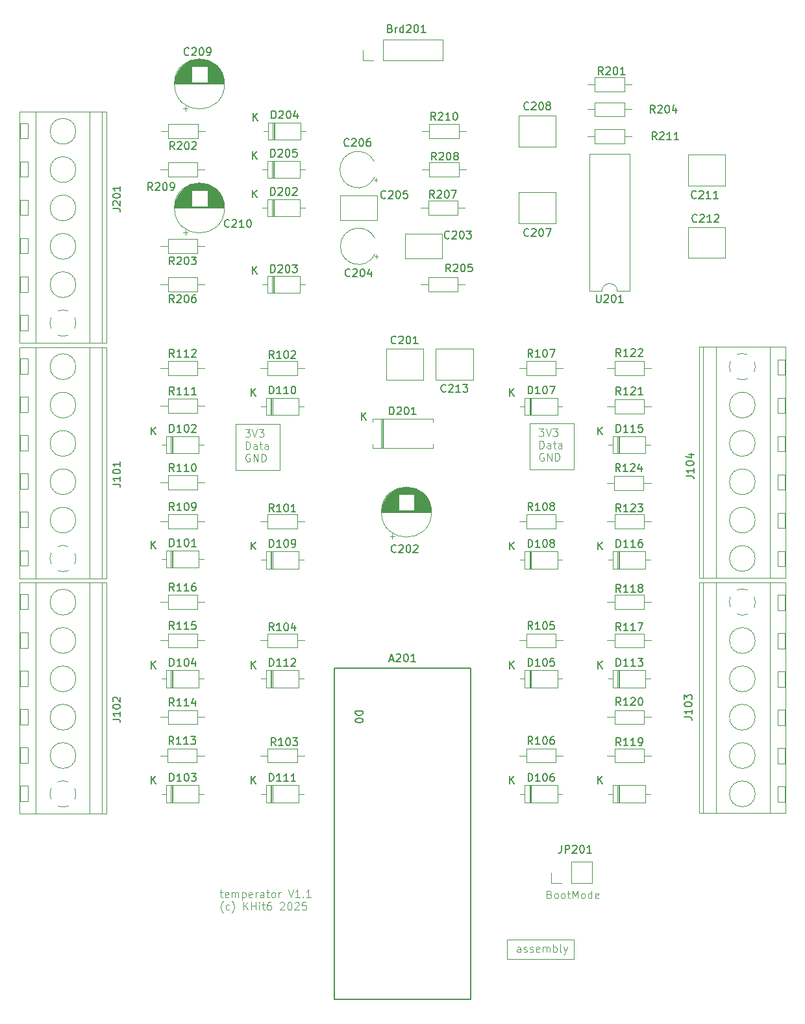
<source format=gto>
%TF.GenerationSoftware,KiCad,Pcbnew,9.0.6-9.0.6~ubuntu24.04.1*%
%TF.CreationDate,2025-12-13T20:31:21+01:00*%
%TF.ProjectId,temperator,74656d70-6572-4617-946f-722e6b696361,1.1*%
%TF.SameCoordinates,PX623a7c0PY623a7c0*%
%TF.FileFunction,Legend,Top*%
%TF.FilePolarity,Positive*%
%FSLAX46Y46*%
G04 Gerber Fmt 4.6, Leading zero omitted, Abs format (unit mm)*
G04 Created by KiCad (PCBNEW 9.0.6-9.0.6~ubuntu24.04.1) date 2025-12-13 20:31:21*
%MOMM*%
%LPD*%
G01*
G04 APERTURE LIST*
%ADD10C,0.100000*%
%ADD11C,0.150000*%
%ADD12C,0.120000*%
G04 APERTURE END LIST*
D10*
X16550000Y5300000D02*
X22300000Y5300000D01*
X22300000Y-700000D01*
X16550000Y-700000D01*
X16550000Y5300000D01*
X-21750000Y5200000D02*
X-16000000Y5200000D01*
X-16000000Y-800000D01*
X-21750000Y-800000D01*
X-21750000Y5200000D01*
X13625000Y-62000000D02*
X22375000Y-62000000D01*
X22375000Y-64500000D01*
X13625000Y-64500000D01*
X13625000Y-62000000D01*
X15357455Y-63622419D02*
X15357455Y-63098609D01*
X15357455Y-63098609D02*
X15309836Y-63003371D01*
X15309836Y-63003371D02*
X15214598Y-62955752D01*
X15214598Y-62955752D02*
X15024122Y-62955752D01*
X15024122Y-62955752D02*
X14928884Y-63003371D01*
X15357455Y-63574800D02*
X15262217Y-63622419D01*
X15262217Y-63622419D02*
X15024122Y-63622419D01*
X15024122Y-63622419D02*
X14928884Y-63574800D01*
X14928884Y-63574800D02*
X14881265Y-63479561D01*
X14881265Y-63479561D02*
X14881265Y-63384323D01*
X14881265Y-63384323D02*
X14928884Y-63289085D01*
X14928884Y-63289085D02*
X15024122Y-63241466D01*
X15024122Y-63241466D02*
X15262217Y-63241466D01*
X15262217Y-63241466D02*
X15357455Y-63193847D01*
X15786027Y-63574800D02*
X15881265Y-63622419D01*
X15881265Y-63622419D02*
X16071741Y-63622419D01*
X16071741Y-63622419D02*
X16166979Y-63574800D01*
X16166979Y-63574800D02*
X16214598Y-63479561D01*
X16214598Y-63479561D02*
X16214598Y-63431942D01*
X16214598Y-63431942D02*
X16166979Y-63336704D01*
X16166979Y-63336704D02*
X16071741Y-63289085D01*
X16071741Y-63289085D02*
X15928884Y-63289085D01*
X15928884Y-63289085D02*
X15833646Y-63241466D01*
X15833646Y-63241466D02*
X15786027Y-63146228D01*
X15786027Y-63146228D02*
X15786027Y-63098609D01*
X15786027Y-63098609D02*
X15833646Y-63003371D01*
X15833646Y-63003371D02*
X15928884Y-62955752D01*
X15928884Y-62955752D02*
X16071741Y-62955752D01*
X16071741Y-62955752D02*
X16166979Y-63003371D01*
X16595551Y-63574800D02*
X16690789Y-63622419D01*
X16690789Y-63622419D02*
X16881265Y-63622419D01*
X16881265Y-63622419D02*
X16976503Y-63574800D01*
X16976503Y-63574800D02*
X17024122Y-63479561D01*
X17024122Y-63479561D02*
X17024122Y-63431942D01*
X17024122Y-63431942D02*
X16976503Y-63336704D01*
X16976503Y-63336704D02*
X16881265Y-63289085D01*
X16881265Y-63289085D02*
X16738408Y-63289085D01*
X16738408Y-63289085D02*
X16643170Y-63241466D01*
X16643170Y-63241466D02*
X16595551Y-63146228D01*
X16595551Y-63146228D02*
X16595551Y-63098609D01*
X16595551Y-63098609D02*
X16643170Y-63003371D01*
X16643170Y-63003371D02*
X16738408Y-62955752D01*
X16738408Y-62955752D02*
X16881265Y-62955752D01*
X16881265Y-62955752D02*
X16976503Y-63003371D01*
X17833646Y-63574800D02*
X17738408Y-63622419D01*
X17738408Y-63622419D02*
X17547932Y-63622419D01*
X17547932Y-63622419D02*
X17452694Y-63574800D01*
X17452694Y-63574800D02*
X17405075Y-63479561D01*
X17405075Y-63479561D02*
X17405075Y-63098609D01*
X17405075Y-63098609D02*
X17452694Y-63003371D01*
X17452694Y-63003371D02*
X17547932Y-62955752D01*
X17547932Y-62955752D02*
X17738408Y-62955752D01*
X17738408Y-62955752D02*
X17833646Y-63003371D01*
X17833646Y-63003371D02*
X17881265Y-63098609D01*
X17881265Y-63098609D02*
X17881265Y-63193847D01*
X17881265Y-63193847D02*
X17405075Y-63289085D01*
X18309837Y-63622419D02*
X18309837Y-62955752D01*
X18309837Y-63050990D02*
X18357456Y-63003371D01*
X18357456Y-63003371D02*
X18452694Y-62955752D01*
X18452694Y-62955752D02*
X18595551Y-62955752D01*
X18595551Y-62955752D02*
X18690789Y-63003371D01*
X18690789Y-63003371D02*
X18738408Y-63098609D01*
X18738408Y-63098609D02*
X18738408Y-63622419D01*
X18738408Y-63098609D02*
X18786027Y-63003371D01*
X18786027Y-63003371D02*
X18881265Y-62955752D01*
X18881265Y-62955752D02*
X19024122Y-62955752D01*
X19024122Y-62955752D02*
X19119361Y-63003371D01*
X19119361Y-63003371D02*
X19166980Y-63098609D01*
X19166980Y-63098609D02*
X19166980Y-63622419D01*
X19643170Y-63622419D02*
X19643170Y-62622419D01*
X19643170Y-63003371D02*
X19738408Y-62955752D01*
X19738408Y-62955752D02*
X19928884Y-62955752D01*
X19928884Y-62955752D02*
X20024122Y-63003371D01*
X20024122Y-63003371D02*
X20071741Y-63050990D01*
X20071741Y-63050990D02*
X20119360Y-63146228D01*
X20119360Y-63146228D02*
X20119360Y-63431942D01*
X20119360Y-63431942D02*
X20071741Y-63527180D01*
X20071741Y-63527180D02*
X20024122Y-63574800D01*
X20024122Y-63574800D02*
X19928884Y-63622419D01*
X19928884Y-63622419D02*
X19738408Y-63622419D01*
X19738408Y-63622419D02*
X19643170Y-63574800D01*
X20690789Y-63622419D02*
X20595551Y-63574800D01*
X20595551Y-63574800D02*
X20547932Y-63479561D01*
X20547932Y-63479561D02*
X20547932Y-62622419D01*
X20976504Y-62955752D02*
X21214599Y-63622419D01*
X21452694Y-62955752D02*
X21214599Y-63622419D01*
X21214599Y-63622419D02*
X21119361Y-63860514D01*
X21119361Y-63860514D02*
X21071742Y-63908133D01*
X21071742Y-63908133D02*
X20976504Y-63955752D01*
X-20541354Y4547469D02*
X-19922307Y4547469D01*
X-19922307Y4547469D02*
X-20255640Y4166517D01*
X-20255640Y4166517D02*
X-20112783Y4166517D01*
X-20112783Y4166517D02*
X-20017545Y4118898D01*
X-20017545Y4118898D02*
X-19969926Y4071279D01*
X-19969926Y4071279D02*
X-19922307Y3976041D01*
X-19922307Y3976041D02*
X-19922307Y3737946D01*
X-19922307Y3737946D02*
X-19969926Y3642708D01*
X-19969926Y3642708D02*
X-20017545Y3595088D01*
X-20017545Y3595088D02*
X-20112783Y3547469D01*
X-20112783Y3547469D02*
X-20398497Y3547469D01*
X-20398497Y3547469D02*
X-20493735Y3595088D01*
X-20493735Y3595088D02*
X-20541354Y3642708D01*
X-19636592Y4547469D02*
X-19303259Y3547469D01*
X-19303259Y3547469D02*
X-18969926Y4547469D01*
X-18731830Y4547469D02*
X-18112783Y4547469D01*
X-18112783Y4547469D02*
X-18446116Y4166517D01*
X-18446116Y4166517D02*
X-18303259Y4166517D01*
X-18303259Y4166517D02*
X-18208021Y4118898D01*
X-18208021Y4118898D02*
X-18160402Y4071279D01*
X-18160402Y4071279D02*
X-18112783Y3976041D01*
X-18112783Y3976041D02*
X-18112783Y3737946D01*
X-18112783Y3737946D02*
X-18160402Y3642708D01*
X-18160402Y3642708D02*
X-18208021Y3595088D01*
X-18208021Y3595088D02*
X-18303259Y3547469D01*
X-18303259Y3547469D02*
X-18588973Y3547469D01*
X-18588973Y3547469D02*
X-18684211Y3595088D01*
X-18684211Y3595088D02*
X-18731830Y3642708D01*
X-20446116Y1937525D02*
X-20446116Y2937525D01*
X-20446116Y2937525D02*
X-20208021Y2937525D01*
X-20208021Y2937525D02*
X-20065164Y2889906D01*
X-20065164Y2889906D02*
X-19969926Y2794668D01*
X-19969926Y2794668D02*
X-19922307Y2699430D01*
X-19922307Y2699430D02*
X-19874688Y2508954D01*
X-19874688Y2508954D02*
X-19874688Y2366097D01*
X-19874688Y2366097D02*
X-19922307Y2175621D01*
X-19922307Y2175621D02*
X-19969926Y2080383D01*
X-19969926Y2080383D02*
X-20065164Y1985144D01*
X-20065164Y1985144D02*
X-20208021Y1937525D01*
X-20208021Y1937525D02*
X-20446116Y1937525D01*
X-19017545Y1937525D02*
X-19017545Y2461335D01*
X-19017545Y2461335D02*
X-19065164Y2556573D01*
X-19065164Y2556573D02*
X-19160402Y2604192D01*
X-19160402Y2604192D02*
X-19350878Y2604192D01*
X-19350878Y2604192D02*
X-19446116Y2556573D01*
X-19017545Y1985144D02*
X-19112783Y1937525D01*
X-19112783Y1937525D02*
X-19350878Y1937525D01*
X-19350878Y1937525D02*
X-19446116Y1985144D01*
X-19446116Y1985144D02*
X-19493735Y2080383D01*
X-19493735Y2080383D02*
X-19493735Y2175621D01*
X-19493735Y2175621D02*
X-19446116Y2270859D01*
X-19446116Y2270859D02*
X-19350878Y2318478D01*
X-19350878Y2318478D02*
X-19112783Y2318478D01*
X-19112783Y2318478D02*
X-19017545Y2366097D01*
X-18684211Y2604192D02*
X-18303259Y2604192D01*
X-18541354Y2937525D02*
X-18541354Y2080383D01*
X-18541354Y2080383D02*
X-18493735Y1985144D01*
X-18493735Y1985144D02*
X-18398497Y1937525D01*
X-18398497Y1937525D02*
X-18303259Y1937525D01*
X-17541354Y1937525D02*
X-17541354Y2461335D01*
X-17541354Y2461335D02*
X-17588973Y2556573D01*
X-17588973Y2556573D02*
X-17684211Y2604192D01*
X-17684211Y2604192D02*
X-17874687Y2604192D01*
X-17874687Y2604192D02*
X-17969925Y2556573D01*
X-17541354Y1985144D02*
X-17636592Y1937525D01*
X-17636592Y1937525D02*
X-17874687Y1937525D01*
X-17874687Y1937525D02*
X-17969925Y1985144D01*
X-17969925Y1985144D02*
X-18017544Y2080383D01*
X-18017544Y2080383D02*
X-18017544Y2175621D01*
X-18017544Y2175621D02*
X-17969925Y2270859D01*
X-17969925Y2270859D02*
X-17874687Y2318478D01*
X-17874687Y2318478D02*
X-17636592Y2318478D01*
X-17636592Y2318478D02*
X-17541354Y2366097D01*
X-19922307Y1279962D02*
X-20017545Y1327581D01*
X-20017545Y1327581D02*
X-20160402Y1327581D01*
X-20160402Y1327581D02*
X-20303259Y1279962D01*
X-20303259Y1279962D02*
X-20398497Y1184724D01*
X-20398497Y1184724D02*
X-20446116Y1089486D01*
X-20446116Y1089486D02*
X-20493735Y899010D01*
X-20493735Y899010D02*
X-20493735Y756153D01*
X-20493735Y756153D02*
X-20446116Y565677D01*
X-20446116Y565677D02*
X-20398497Y470439D01*
X-20398497Y470439D02*
X-20303259Y375200D01*
X-20303259Y375200D02*
X-20160402Y327581D01*
X-20160402Y327581D02*
X-20065164Y327581D01*
X-20065164Y327581D02*
X-19922307Y375200D01*
X-19922307Y375200D02*
X-19874688Y422820D01*
X-19874688Y422820D02*
X-19874688Y756153D01*
X-19874688Y756153D02*
X-20065164Y756153D01*
X-19446116Y327581D02*
X-19446116Y1327581D01*
X-19446116Y1327581D02*
X-18874688Y327581D01*
X-18874688Y327581D02*
X-18874688Y1327581D01*
X-18398497Y327581D02*
X-18398497Y1327581D01*
X-18398497Y1327581D02*
X-18160402Y1327581D01*
X-18160402Y1327581D02*
X-18017545Y1279962D01*
X-18017545Y1279962D02*
X-17922307Y1184724D01*
X-17922307Y1184724D02*
X-17874688Y1089486D01*
X-17874688Y1089486D02*
X-17827069Y899010D01*
X-17827069Y899010D02*
X-17827069Y756153D01*
X-17827069Y756153D02*
X-17874688Y565677D01*
X-17874688Y565677D02*
X-17922307Y470439D01*
X-17922307Y470439D02*
X-18017545Y375200D01*
X-18017545Y375200D02*
X-18160402Y327581D01*
X-18160402Y327581D02*
X-18398497Y327581D01*
X17758646Y4647469D02*
X18377693Y4647469D01*
X18377693Y4647469D02*
X18044360Y4266517D01*
X18044360Y4266517D02*
X18187217Y4266517D01*
X18187217Y4266517D02*
X18282455Y4218898D01*
X18282455Y4218898D02*
X18330074Y4171279D01*
X18330074Y4171279D02*
X18377693Y4076041D01*
X18377693Y4076041D02*
X18377693Y3837946D01*
X18377693Y3837946D02*
X18330074Y3742708D01*
X18330074Y3742708D02*
X18282455Y3695088D01*
X18282455Y3695088D02*
X18187217Y3647469D01*
X18187217Y3647469D02*
X17901503Y3647469D01*
X17901503Y3647469D02*
X17806265Y3695088D01*
X17806265Y3695088D02*
X17758646Y3742708D01*
X18663408Y4647469D02*
X18996741Y3647469D01*
X18996741Y3647469D02*
X19330074Y4647469D01*
X19568170Y4647469D02*
X20187217Y4647469D01*
X20187217Y4647469D02*
X19853884Y4266517D01*
X19853884Y4266517D02*
X19996741Y4266517D01*
X19996741Y4266517D02*
X20091979Y4218898D01*
X20091979Y4218898D02*
X20139598Y4171279D01*
X20139598Y4171279D02*
X20187217Y4076041D01*
X20187217Y4076041D02*
X20187217Y3837946D01*
X20187217Y3837946D02*
X20139598Y3742708D01*
X20139598Y3742708D02*
X20091979Y3695088D01*
X20091979Y3695088D02*
X19996741Y3647469D01*
X19996741Y3647469D02*
X19711027Y3647469D01*
X19711027Y3647469D02*
X19615789Y3695088D01*
X19615789Y3695088D02*
X19568170Y3742708D01*
X17853884Y2037525D02*
X17853884Y3037525D01*
X17853884Y3037525D02*
X18091979Y3037525D01*
X18091979Y3037525D02*
X18234836Y2989906D01*
X18234836Y2989906D02*
X18330074Y2894668D01*
X18330074Y2894668D02*
X18377693Y2799430D01*
X18377693Y2799430D02*
X18425312Y2608954D01*
X18425312Y2608954D02*
X18425312Y2466097D01*
X18425312Y2466097D02*
X18377693Y2275621D01*
X18377693Y2275621D02*
X18330074Y2180383D01*
X18330074Y2180383D02*
X18234836Y2085144D01*
X18234836Y2085144D02*
X18091979Y2037525D01*
X18091979Y2037525D02*
X17853884Y2037525D01*
X19282455Y2037525D02*
X19282455Y2561335D01*
X19282455Y2561335D02*
X19234836Y2656573D01*
X19234836Y2656573D02*
X19139598Y2704192D01*
X19139598Y2704192D02*
X18949122Y2704192D01*
X18949122Y2704192D02*
X18853884Y2656573D01*
X19282455Y2085144D02*
X19187217Y2037525D01*
X19187217Y2037525D02*
X18949122Y2037525D01*
X18949122Y2037525D02*
X18853884Y2085144D01*
X18853884Y2085144D02*
X18806265Y2180383D01*
X18806265Y2180383D02*
X18806265Y2275621D01*
X18806265Y2275621D02*
X18853884Y2370859D01*
X18853884Y2370859D02*
X18949122Y2418478D01*
X18949122Y2418478D02*
X19187217Y2418478D01*
X19187217Y2418478D02*
X19282455Y2466097D01*
X19615789Y2704192D02*
X19996741Y2704192D01*
X19758646Y3037525D02*
X19758646Y2180383D01*
X19758646Y2180383D02*
X19806265Y2085144D01*
X19806265Y2085144D02*
X19901503Y2037525D01*
X19901503Y2037525D02*
X19996741Y2037525D01*
X20758646Y2037525D02*
X20758646Y2561335D01*
X20758646Y2561335D02*
X20711027Y2656573D01*
X20711027Y2656573D02*
X20615789Y2704192D01*
X20615789Y2704192D02*
X20425313Y2704192D01*
X20425313Y2704192D02*
X20330075Y2656573D01*
X20758646Y2085144D02*
X20663408Y2037525D01*
X20663408Y2037525D02*
X20425313Y2037525D01*
X20425313Y2037525D02*
X20330075Y2085144D01*
X20330075Y2085144D02*
X20282456Y2180383D01*
X20282456Y2180383D02*
X20282456Y2275621D01*
X20282456Y2275621D02*
X20330075Y2370859D01*
X20330075Y2370859D02*
X20425313Y2418478D01*
X20425313Y2418478D02*
X20663408Y2418478D01*
X20663408Y2418478D02*
X20758646Y2466097D01*
X18377693Y1379962D02*
X18282455Y1427581D01*
X18282455Y1427581D02*
X18139598Y1427581D01*
X18139598Y1427581D02*
X17996741Y1379962D01*
X17996741Y1379962D02*
X17901503Y1284724D01*
X17901503Y1284724D02*
X17853884Y1189486D01*
X17853884Y1189486D02*
X17806265Y999010D01*
X17806265Y999010D02*
X17806265Y856153D01*
X17806265Y856153D02*
X17853884Y665677D01*
X17853884Y665677D02*
X17901503Y570439D01*
X17901503Y570439D02*
X17996741Y475200D01*
X17996741Y475200D02*
X18139598Y427581D01*
X18139598Y427581D02*
X18234836Y427581D01*
X18234836Y427581D02*
X18377693Y475200D01*
X18377693Y475200D02*
X18425312Y522820D01*
X18425312Y522820D02*
X18425312Y856153D01*
X18425312Y856153D02*
X18234836Y856153D01*
X18853884Y427581D02*
X18853884Y1427581D01*
X18853884Y1427581D02*
X19425312Y427581D01*
X19425312Y427581D02*
X19425312Y1427581D01*
X19901503Y427581D02*
X19901503Y1427581D01*
X19901503Y1427581D02*
X20139598Y1427581D01*
X20139598Y1427581D02*
X20282455Y1379962D01*
X20282455Y1379962D02*
X20377693Y1284724D01*
X20377693Y1284724D02*
X20425312Y1189486D01*
X20425312Y1189486D02*
X20472931Y999010D01*
X20472931Y999010D02*
X20472931Y856153D01*
X20472931Y856153D02*
X20425312Y665677D01*
X20425312Y665677D02*
X20377693Y570439D01*
X20377693Y570439D02*
X20282455Y475200D01*
X20282455Y475200D02*
X20139598Y427581D01*
X20139598Y427581D02*
X19901503Y427581D01*
X-23838973Y-55845808D02*
X-23458021Y-55845808D01*
X-23696116Y-55512475D02*
X-23696116Y-56369617D01*
X-23696116Y-56369617D02*
X-23648497Y-56464856D01*
X-23648497Y-56464856D02*
X-23553259Y-56512475D01*
X-23553259Y-56512475D02*
X-23458021Y-56512475D01*
X-22743735Y-56464856D02*
X-22838973Y-56512475D01*
X-22838973Y-56512475D02*
X-23029449Y-56512475D01*
X-23029449Y-56512475D02*
X-23124687Y-56464856D01*
X-23124687Y-56464856D02*
X-23172306Y-56369617D01*
X-23172306Y-56369617D02*
X-23172306Y-55988665D01*
X-23172306Y-55988665D02*
X-23124687Y-55893427D01*
X-23124687Y-55893427D02*
X-23029449Y-55845808D01*
X-23029449Y-55845808D02*
X-22838973Y-55845808D01*
X-22838973Y-55845808D02*
X-22743735Y-55893427D01*
X-22743735Y-55893427D02*
X-22696116Y-55988665D01*
X-22696116Y-55988665D02*
X-22696116Y-56083903D01*
X-22696116Y-56083903D02*
X-23172306Y-56179141D01*
X-22267544Y-56512475D02*
X-22267544Y-55845808D01*
X-22267544Y-55941046D02*
X-22219925Y-55893427D01*
X-22219925Y-55893427D02*
X-22124687Y-55845808D01*
X-22124687Y-55845808D02*
X-21981830Y-55845808D01*
X-21981830Y-55845808D02*
X-21886592Y-55893427D01*
X-21886592Y-55893427D02*
X-21838973Y-55988665D01*
X-21838973Y-55988665D02*
X-21838973Y-56512475D01*
X-21838973Y-55988665D02*
X-21791354Y-55893427D01*
X-21791354Y-55893427D02*
X-21696116Y-55845808D01*
X-21696116Y-55845808D02*
X-21553259Y-55845808D01*
X-21553259Y-55845808D02*
X-21458020Y-55893427D01*
X-21458020Y-55893427D02*
X-21410401Y-55988665D01*
X-21410401Y-55988665D02*
X-21410401Y-56512475D01*
X-20934211Y-55845808D02*
X-20934211Y-56845808D01*
X-20934211Y-55893427D02*
X-20838973Y-55845808D01*
X-20838973Y-55845808D02*
X-20648497Y-55845808D01*
X-20648497Y-55845808D02*
X-20553259Y-55893427D01*
X-20553259Y-55893427D02*
X-20505640Y-55941046D01*
X-20505640Y-55941046D02*
X-20458021Y-56036284D01*
X-20458021Y-56036284D02*
X-20458021Y-56321998D01*
X-20458021Y-56321998D02*
X-20505640Y-56417236D01*
X-20505640Y-56417236D02*
X-20553259Y-56464856D01*
X-20553259Y-56464856D02*
X-20648497Y-56512475D01*
X-20648497Y-56512475D02*
X-20838973Y-56512475D01*
X-20838973Y-56512475D02*
X-20934211Y-56464856D01*
X-19648497Y-56464856D02*
X-19743735Y-56512475D01*
X-19743735Y-56512475D02*
X-19934211Y-56512475D01*
X-19934211Y-56512475D02*
X-20029449Y-56464856D01*
X-20029449Y-56464856D02*
X-20077068Y-56369617D01*
X-20077068Y-56369617D02*
X-20077068Y-55988665D01*
X-20077068Y-55988665D02*
X-20029449Y-55893427D01*
X-20029449Y-55893427D02*
X-19934211Y-55845808D01*
X-19934211Y-55845808D02*
X-19743735Y-55845808D01*
X-19743735Y-55845808D02*
X-19648497Y-55893427D01*
X-19648497Y-55893427D02*
X-19600878Y-55988665D01*
X-19600878Y-55988665D02*
X-19600878Y-56083903D01*
X-19600878Y-56083903D02*
X-20077068Y-56179141D01*
X-19172306Y-56512475D02*
X-19172306Y-55845808D01*
X-19172306Y-56036284D02*
X-19124687Y-55941046D01*
X-19124687Y-55941046D02*
X-19077068Y-55893427D01*
X-19077068Y-55893427D02*
X-18981830Y-55845808D01*
X-18981830Y-55845808D02*
X-18886592Y-55845808D01*
X-18124687Y-56512475D02*
X-18124687Y-55988665D01*
X-18124687Y-55988665D02*
X-18172306Y-55893427D01*
X-18172306Y-55893427D02*
X-18267544Y-55845808D01*
X-18267544Y-55845808D02*
X-18458020Y-55845808D01*
X-18458020Y-55845808D02*
X-18553258Y-55893427D01*
X-18124687Y-56464856D02*
X-18219925Y-56512475D01*
X-18219925Y-56512475D02*
X-18458020Y-56512475D01*
X-18458020Y-56512475D02*
X-18553258Y-56464856D01*
X-18553258Y-56464856D02*
X-18600877Y-56369617D01*
X-18600877Y-56369617D02*
X-18600877Y-56274379D01*
X-18600877Y-56274379D02*
X-18553258Y-56179141D01*
X-18553258Y-56179141D02*
X-18458020Y-56131522D01*
X-18458020Y-56131522D02*
X-18219925Y-56131522D01*
X-18219925Y-56131522D02*
X-18124687Y-56083903D01*
X-17791353Y-55845808D02*
X-17410401Y-55845808D01*
X-17648496Y-55512475D02*
X-17648496Y-56369617D01*
X-17648496Y-56369617D02*
X-17600877Y-56464856D01*
X-17600877Y-56464856D02*
X-17505639Y-56512475D01*
X-17505639Y-56512475D02*
X-17410401Y-56512475D01*
X-16934210Y-56512475D02*
X-17029448Y-56464856D01*
X-17029448Y-56464856D02*
X-17077067Y-56417236D01*
X-17077067Y-56417236D02*
X-17124686Y-56321998D01*
X-17124686Y-56321998D02*
X-17124686Y-56036284D01*
X-17124686Y-56036284D02*
X-17077067Y-55941046D01*
X-17077067Y-55941046D02*
X-17029448Y-55893427D01*
X-17029448Y-55893427D02*
X-16934210Y-55845808D01*
X-16934210Y-55845808D02*
X-16791353Y-55845808D01*
X-16791353Y-55845808D02*
X-16696115Y-55893427D01*
X-16696115Y-55893427D02*
X-16648496Y-55941046D01*
X-16648496Y-55941046D02*
X-16600877Y-56036284D01*
X-16600877Y-56036284D02*
X-16600877Y-56321998D01*
X-16600877Y-56321998D02*
X-16648496Y-56417236D01*
X-16648496Y-56417236D02*
X-16696115Y-56464856D01*
X-16696115Y-56464856D02*
X-16791353Y-56512475D01*
X-16791353Y-56512475D02*
X-16934210Y-56512475D01*
X-16172305Y-56512475D02*
X-16172305Y-55845808D01*
X-16172305Y-56036284D02*
X-16124686Y-55941046D01*
X-16124686Y-55941046D02*
X-16077067Y-55893427D01*
X-16077067Y-55893427D02*
X-15981829Y-55845808D01*
X-15981829Y-55845808D02*
X-15886591Y-55845808D01*
X-14934209Y-55512475D02*
X-14600876Y-56512475D01*
X-14600876Y-56512475D02*
X-14267543Y-55512475D01*
X-13410400Y-56512475D02*
X-13981828Y-56512475D01*
X-13696114Y-56512475D02*
X-13696114Y-55512475D01*
X-13696114Y-55512475D02*
X-13791352Y-55655332D01*
X-13791352Y-55655332D02*
X-13886590Y-55750570D01*
X-13886590Y-55750570D02*
X-13981828Y-55798189D01*
X-12981828Y-56417236D02*
X-12934209Y-56464856D01*
X-12934209Y-56464856D02*
X-12981828Y-56512475D01*
X-12981828Y-56512475D02*
X-13029447Y-56464856D01*
X-13029447Y-56464856D02*
X-12981828Y-56417236D01*
X-12981828Y-56417236D02*
X-12981828Y-56512475D01*
X-11981829Y-56512475D02*
X-12553257Y-56512475D01*
X-12267543Y-56512475D02*
X-12267543Y-55512475D01*
X-12267543Y-55512475D02*
X-12362781Y-55655332D01*
X-12362781Y-55655332D02*
X-12458019Y-55750570D01*
X-12458019Y-55750570D02*
X-12553257Y-55798189D01*
X-23410402Y-58503371D02*
X-23458021Y-58455752D01*
X-23458021Y-58455752D02*
X-23553259Y-58312895D01*
X-23553259Y-58312895D02*
X-23600878Y-58217657D01*
X-23600878Y-58217657D02*
X-23648497Y-58074800D01*
X-23648497Y-58074800D02*
X-23696116Y-57836704D01*
X-23696116Y-57836704D02*
X-23696116Y-57646228D01*
X-23696116Y-57646228D02*
X-23648497Y-57408133D01*
X-23648497Y-57408133D02*
X-23600878Y-57265276D01*
X-23600878Y-57265276D02*
X-23553259Y-57170038D01*
X-23553259Y-57170038D02*
X-23458021Y-57027180D01*
X-23458021Y-57027180D02*
X-23410402Y-56979561D01*
X-22600878Y-58074800D02*
X-22696116Y-58122419D01*
X-22696116Y-58122419D02*
X-22886592Y-58122419D01*
X-22886592Y-58122419D02*
X-22981830Y-58074800D01*
X-22981830Y-58074800D02*
X-23029449Y-58027180D01*
X-23029449Y-58027180D02*
X-23077068Y-57931942D01*
X-23077068Y-57931942D02*
X-23077068Y-57646228D01*
X-23077068Y-57646228D02*
X-23029449Y-57550990D01*
X-23029449Y-57550990D02*
X-22981830Y-57503371D01*
X-22981830Y-57503371D02*
X-22886592Y-57455752D01*
X-22886592Y-57455752D02*
X-22696116Y-57455752D01*
X-22696116Y-57455752D02*
X-22600878Y-57503371D01*
X-22267544Y-58503371D02*
X-22219925Y-58455752D01*
X-22219925Y-58455752D02*
X-22124687Y-58312895D01*
X-22124687Y-58312895D02*
X-22077068Y-58217657D01*
X-22077068Y-58217657D02*
X-22029449Y-58074800D01*
X-22029449Y-58074800D02*
X-21981830Y-57836704D01*
X-21981830Y-57836704D02*
X-21981830Y-57646228D01*
X-21981830Y-57646228D02*
X-22029449Y-57408133D01*
X-22029449Y-57408133D02*
X-22077068Y-57265276D01*
X-22077068Y-57265276D02*
X-22124687Y-57170038D01*
X-22124687Y-57170038D02*
X-22219925Y-57027180D01*
X-22219925Y-57027180D02*
X-22267544Y-56979561D01*
X-20743734Y-58122419D02*
X-20743734Y-57122419D01*
X-20172306Y-58122419D02*
X-20600877Y-57550990D01*
X-20172306Y-57122419D02*
X-20743734Y-57693847D01*
X-19743734Y-58122419D02*
X-19743734Y-57122419D01*
X-19743734Y-57598609D02*
X-19172306Y-57598609D01*
X-19172306Y-58122419D02*
X-19172306Y-57122419D01*
X-18696115Y-58122419D02*
X-18696115Y-57455752D01*
X-18696115Y-57122419D02*
X-18743734Y-57170038D01*
X-18743734Y-57170038D02*
X-18696115Y-57217657D01*
X-18696115Y-57217657D02*
X-18648496Y-57170038D01*
X-18648496Y-57170038D02*
X-18696115Y-57122419D01*
X-18696115Y-57122419D02*
X-18696115Y-57217657D01*
X-18362782Y-57455752D02*
X-17981830Y-57455752D01*
X-18219925Y-57122419D02*
X-18219925Y-57979561D01*
X-18219925Y-57979561D02*
X-18172306Y-58074800D01*
X-18172306Y-58074800D02*
X-18077068Y-58122419D01*
X-18077068Y-58122419D02*
X-17981830Y-58122419D01*
X-17219925Y-57122419D02*
X-17410401Y-57122419D01*
X-17410401Y-57122419D02*
X-17505639Y-57170038D01*
X-17505639Y-57170038D02*
X-17553258Y-57217657D01*
X-17553258Y-57217657D02*
X-17648496Y-57360514D01*
X-17648496Y-57360514D02*
X-17696115Y-57550990D01*
X-17696115Y-57550990D02*
X-17696115Y-57931942D01*
X-17696115Y-57931942D02*
X-17648496Y-58027180D01*
X-17648496Y-58027180D02*
X-17600877Y-58074800D01*
X-17600877Y-58074800D02*
X-17505639Y-58122419D01*
X-17505639Y-58122419D02*
X-17315163Y-58122419D01*
X-17315163Y-58122419D02*
X-17219925Y-58074800D01*
X-17219925Y-58074800D02*
X-17172306Y-58027180D01*
X-17172306Y-58027180D02*
X-17124687Y-57931942D01*
X-17124687Y-57931942D02*
X-17124687Y-57693847D01*
X-17124687Y-57693847D02*
X-17172306Y-57598609D01*
X-17172306Y-57598609D02*
X-17219925Y-57550990D01*
X-17219925Y-57550990D02*
X-17315163Y-57503371D01*
X-17315163Y-57503371D02*
X-17505639Y-57503371D01*
X-17505639Y-57503371D02*
X-17600877Y-57550990D01*
X-17600877Y-57550990D02*
X-17648496Y-57598609D01*
X-17648496Y-57598609D02*
X-17696115Y-57693847D01*
X-15981829Y-57217657D02*
X-15934210Y-57170038D01*
X-15934210Y-57170038D02*
X-15838972Y-57122419D01*
X-15838972Y-57122419D02*
X-15600877Y-57122419D01*
X-15600877Y-57122419D02*
X-15505639Y-57170038D01*
X-15505639Y-57170038D02*
X-15458020Y-57217657D01*
X-15458020Y-57217657D02*
X-15410401Y-57312895D01*
X-15410401Y-57312895D02*
X-15410401Y-57408133D01*
X-15410401Y-57408133D02*
X-15458020Y-57550990D01*
X-15458020Y-57550990D02*
X-16029448Y-58122419D01*
X-16029448Y-58122419D02*
X-15410401Y-58122419D01*
X-14791353Y-57122419D02*
X-14696115Y-57122419D01*
X-14696115Y-57122419D02*
X-14600877Y-57170038D01*
X-14600877Y-57170038D02*
X-14553258Y-57217657D01*
X-14553258Y-57217657D02*
X-14505639Y-57312895D01*
X-14505639Y-57312895D02*
X-14458020Y-57503371D01*
X-14458020Y-57503371D02*
X-14458020Y-57741466D01*
X-14458020Y-57741466D02*
X-14505639Y-57931942D01*
X-14505639Y-57931942D02*
X-14553258Y-58027180D01*
X-14553258Y-58027180D02*
X-14600877Y-58074800D01*
X-14600877Y-58074800D02*
X-14696115Y-58122419D01*
X-14696115Y-58122419D02*
X-14791353Y-58122419D01*
X-14791353Y-58122419D02*
X-14886591Y-58074800D01*
X-14886591Y-58074800D02*
X-14934210Y-58027180D01*
X-14934210Y-58027180D02*
X-14981829Y-57931942D01*
X-14981829Y-57931942D02*
X-15029448Y-57741466D01*
X-15029448Y-57741466D02*
X-15029448Y-57503371D01*
X-15029448Y-57503371D02*
X-14981829Y-57312895D01*
X-14981829Y-57312895D02*
X-14934210Y-57217657D01*
X-14934210Y-57217657D02*
X-14886591Y-57170038D01*
X-14886591Y-57170038D02*
X-14791353Y-57122419D01*
X-14077067Y-57217657D02*
X-14029448Y-57170038D01*
X-14029448Y-57170038D02*
X-13934210Y-57122419D01*
X-13934210Y-57122419D02*
X-13696115Y-57122419D01*
X-13696115Y-57122419D02*
X-13600877Y-57170038D01*
X-13600877Y-57170038D02*
X-13553258Y-57217657D01*
X-13553258Y-57217657D02*
X-13505639Y-57312895D01*
X-13505639Y-57312895D02*
X-13505639Y-57408133D01*
X-13505639Y-57408133D02*
X-13553258Y-57550990D01*
X-13553258Y-57550990D02*
X-14124686Y-58122419D01*
X-14124686Y-58122419D02*
X-13505639Y-58122419D01*
X-12600877Y-57122419D02*
X-13077067Y-57122419D01*
X-13077067Y-57122419D02*
X-13124686Y-57598609D01*
X-13124686Y-57598609D02*
X-13077067Y-57550990D01*
X-13077067Y-57550990D02*
X-12981829Y-57503371D01*
X-12981829Y-57503371D02*
X-12743734Y-57503371D01*
X-12743734Y-57503371D02*
X-12648496Y-57550990D01*
X-12648496Y-57550990D02*
X-12600877Y-57598609D01*
X-12600877Y-57598609D02*
X-12553258Y-57693847D01*
X-12553258Y-57693847D02*
X-12553258Y-57931942D01*
X-12553258Y-57931942D02*
X-12600877Y-58027180D01*
X-12600877Y-58027180D02*
X-12648496Y-58074800D01*
X-12648496Y-58074800D02*
X-12743734Y-58122419D01*
X-12743734Y-58122419D02*
X-12981829Y-58122419D01*
X-12981829Y-58122419D02*
X-13077067Y-58074800D01*
X-13077067Y-58074800D02*
X-13124686Y-58027180D01*
X19137217Y-56098609D02*
X19280074Y-56146228D01*
X19280074Y-56146228D02*
X19327693Y-56193847D01*
X19327693Y-56193847D02*
X19375312Y-56289085D01*
X19375312Y-56289085D02*
X19375312Y-56431942D01*
X19375312Y-56431942D02*
X19327693Y-56527180D01*
X19327693Y-56527180D02*
X19280074Y-56574800D01*
X19280074Y-56574800D02*
X19184836Y-56622419D01*
X19184836Y-56622419D02*
X18803884Y-56622419D01*
X18803884Y-56622419D02*
X18803884Y-55622419D01*
X18803884Y-55622419D02*
X19137217Y-55622419D01*
X19137217Y-55622419D02*
X19232455Y-55670038D01*
X19232455Y-55670038D02*
X19280074Y-55717657D01*
X19280074Y-55717657D02*
X19327693Y-55812895D01*
X19327693Y-55812895D02*
X19327693Y-55908133D01*
X19327693Y-55908133D02*
X19280074Y-56003371D01*
X19280074Y-56003371D02*
X19232455Y-56050990D01*
X19232455Y-56050990D02*
X19137217Y-56098609D01*
X19137217Y-56098609D02*
X18803884Y-56098609D01*
X19946741Y-56622419D02*
X19851503Y-56574800D01*
X19851503Y-56574800D02*
X19803884Y-56527180D01*
X19803884Y-56527180D02*
X19756265Y-56431942D01*
X19756265Y-56431942D02*
X19756265Y-56146228D01*
X19756265Y-56146228D02*
X19803884Y-56050990D01*
X19803884Y-56050990D02*
X19851503Y-56003371D01*
X19851503Y-56003371D02*
X19946741Y-55955752D01*
X19946741Y-55955752D02*
X20089598Y-55955752D01*
X20089598Y-55955752D02*
X20184836Y-56003371D01*
X20184836Y-56003371D02*
X20232455Y-56050990D01*
X20232455Y-56050990D02*
X20280074Y-56146228D01*
X20280074Y-56146228D02*
X20280074Y-56431942D01*
X20280074Y-56431942D02*
X20232455Y-56527180D01*
X20232455Y-56527180D02*
X20184836Y-56574800D01*
X20184836Y-56574800D02*
X20089598Y-56622419D01*
X20089598Y-56622419D02*
X19946741Y-56622419D01*
X20851503Y-56622419D02*
X20756265Y-56574800D01*
X20756265Y-56574800D02*
X20708646Y-56527180D01*
X20708646Y-56527180D02*
X20661027Y-56431942D01*
X20661027Y-56431942D02*
X20661027Y-56146228D01*
X20661027Y-56146228D02*
X20708646Y-56050990D01*
X20708646Y-56050990D02*
X20756265Y-56003371D01*
X20756265Y-56003371D02*
X20851503Y-55955752D01*
X20851503Y-55955752D02*
X20994360Y-55955752D01*
X20994360Y-55955752D02*
X21089598Y-56003371D01*
X21089598Y-56003371D02*
X21137217Y-56050990D01*
X21137217Y-56050990D02*
X21184836Y-56146228D01*
X21184836Y-56146228D02*
X21184836Y-56431942D01*
X21184836Y-56431942D02*
X21137217Y-56527180D01*
X21137217Y-56527180D02*
X21089598Y-56574800D01*
X21089598Y-56574800D02*
X20994360Y-56622419D01*
X20994360Y-56622419D02*
X20851503Y-56622419D01*
X21470551Y-55955752D02*
X21851503Y-55955752D01*
X21613408Y-55622419D02*
X21613408Y-56479561D01*
X21613408Y-56479561D02*
X21661027Y-56574800D01*
X21661027Y-56574800D02*
X21756265Y-56622419D01*
X21756265Y-56622419D02*
X21851503Y-56622419D01*
X22184837Y-56622419D02*
X22184837Y-55622419D01*
X22184837Y-55622419D02*
X22518170Y-56336704D01*
X22518170Y-56336704D02*
X22851503Y-55622419D01*
X22851503Y-55622419D02*
X22851503Y-56622419D01*
X23470551Y-56622419D02*
X23375313Y-56574800D01*
X23375313Y-56574800D02*
X23327694Y-56527180D01*
X23327694Y-56527180D02*
X23280075Y-56431942D01*
X23280075Y-56431942D02*
X23280075Y-56146228D01*
X23280075Y-56146228D02*
X23327694Y-56050990D01*
X23327694Y-56050990D02*
X23375313Y-56003371D01*
X23375313Y-56003371D02*
X23470551Y-55955752D01*
X23470551Y-55955752D02*
X23613408Y-55955752D01*
X23613408Y-55955752D02*
X23708646Y-56003371D01*
X23708646Y-56003371D02*
X23756265Y-56050990D01*
X23756265Y-56050990D02*
X23803884Y-56146228D01*
X23803884Y-56146228D02*
X23803884Y-56431942D01*
X23803884Y-56431942D02*
X23756265Y-56527180D01*
X23756265Y-56527180D02*
X23708646Y-56574800D01*
X23708646Y-56574800D02*
X23613408Y-56622419D01*
X23613408Y-56622419D02*
X23470551Y-56622419D01*
X24661027Y-56622419D02*
X24661027Y-55622419D01*
X24661027Y-56574800D02*
X24565789Y-56622419D01*
X24565789Y-56622419D02*
X24375313Y-56622419D01*
X24375313Y-56622419D02*
X24280075Y-56574800D01*
X24280075Y-56574800D02*
X24232456Y-56527180D01*
X24232456Y-56527180D02*
X24184837Y-56431942D01*
X24184837Y-56431942D02*
X24184837Y-56146228D01*
X24184837Y-56146228D02*
X24232456Y-56050990D01*
X24232456Y-56050990D02*
X24280075Y-56003371D01*
X24280075Y-56003371D02*
X24375313Y-55955752D01*
X24375313Y-55955752D02*
X24565789Y-55955752D01*
X24565789Y-55955752D02*
X24661027Y-56003371D01*
X25518170Y-56574800D02*
X25422932Y-56622419D01*
X25422932Y-56622419D02*
X25232456Y-56622419D01*
X25232456Y-56622419D02*
X25137218Y-56574800D01*
X25137218Y-56574800D02*
X25089599Y-56479561D01*
X25089599Y-56479561D02*
X25089599Y-56098609D01*
X25089599Y-56098609D02*
X25137218Y-56003371D01*
X25137218Y-56003371D02*
X25232456Y-55955752D01*
X25232456Y-55955752D02*
X25422932Y-55955752D01*
X25422932Y-55955752D02*
X25518170Y-56003371D01*
X25518170Y-56003371D02*
X25565789Y-56098609D01*
X25565789Y-56098609D02*
X25565789Y-56193847D01*
X25565789Y-56193847D02*
X25089599Y-56289085D01*
D11*
X28380952Y-954819D02*
X28047619Y-478628D01*
X27809524Y-954819D02*
X27809524Y45181D01*
X27809524Y45181D02*
X28190476Y45181D01*
X28190476Y45181D02*
X28285714Y-2438D01*
X28285714Y-2438D02*
X28333333Y-50057D01*
X28333333Y-50057D02*
X28380952Y-145295D01*
X28380952Y-145295D02*
X28380952Y-288152D01*
X28380952Y-288152D02*
X28333333Y-383390D01*
X28333333Y-383390D02*
X28285714Y-431009D01*
X28285714Y-431009D02*
X28190476Y-478628D01*
X28190476Y-478628D02*
X27809524Y-478628D01*
X29333333Y-954819D02*
X28761905Y-954819D01*
X29047619Y-954819D02*
X29047619Y45181D01*
X29047619Y45181D02*
X28952381Y-97676D01*
X28952381Y-97676D02*
X28857143Y-192914D01*
X28857143Y-192914D02*
X28761905Y-240533D01*
X29714286Y-50057D02*
X29761905Y-2438D01*
X29761905Y-2438D02*
X29857143Y45181D01*
X29857143Y45181D02*
X30095238Y45181D01*
X30095238Y45181D02*
X30190476Y-2438D01*
X30190476Y-2438D02*
X30238095Y-50057D01*
X30238095Y-50057D02*
X30285714Y-145295D01*
X30285714Y-145295D02*
X30285714Y-240533D01*
X30285714Y-240533D02*
X30238095Y-383390D01*
X30238095Y-383390D02*
X29666667Y-954819D01*
X29666667Y-954819D02*
X30285714Y-954819D01*
X31142857Y-288152D02*
X31142857Y-954819D01*
X30904762Y92800D02*
X30666667Y-621485D01*
X30666667Y-621485D02*
X31285714Y-621485D01*
X-2219048Y34740420D02*
X-2266667Y34692800D01*
X-2266667Y34692800D02*
X-2409524Y34645181D01*
X-2409524Y34645181D02*
X-2504762Y34645181D01*
X-2504762Y34645181D02*
X-2647619Y34692800D01*
X-2647619Y34692800D02*
X-2742857Y34788039D01*
X-2742857Y34788039D02*
X-2790476Y34883277D01*
X-2790476Y34883277D02*
X-2838095Y35073753D01*
X-2838095Y35073753D02*
X-2838095Y35216610D01*
X-2838095Y35216610D02*
X-2790476Y35407086D01*
X-2790476Y35407086D02*
X-2742857Y35502324D01*
X-2742857Y35502324D02*
X-2647619Y35597562D01*
X-2647619Y35597562D02*
X-2504762Y35645181D01*
X-2504762Y35645181D02*
X-2409524Y35645181D01*
X-2409524Y35645181D02*
X-2266667Y35597562D01*
X-2266667Y35597562D02*
X-2219048Y35549943D01*
X-1838095Y35549943D02*
X-1790476Y35597562D01*
X-1790476Y35597562D02*
X-1695238Y35645181D01*
X-1695238Y35645181D02*
X-1457143Y35645181D01*
X-1457143Y35645181D02*
X-1361905Y35597562D01*
X-1361905Y35597562D02*
X-1314286Y35549943D01*
X-1314286Y35549943D02*
X-1266667Y35454705D01*
X-1266667Y35454705D02*
X-1266667Y35359467D01*
X-1266667Y35359467D02*
X-1314286Y35216610D01*
X-1314286Y35216610D02*
X-1885714Y34645181D01*
X-1885714Y34645181D02*
X-1266667Y34645181D01*
X-647619Y35645181D02*
X-552381Y35645181D01*
X-552381Y35645181D02*
X-457143Y35597562D01*
X-457143Y35597562D02*
X-409524Y35549943D01*
X-409524Y35549943D02*
X-361905Y35454705D01*
X-361905Y35454705D02*
X-314286Y35264229D01*
X-314286Y35264229D02*
X-314286Y35026134D01*
X-314286Y35026134D02*
X-361905Y34835658D01*
X-361905Y34835658D02*
X-409524Y34740420D01*
X-409524Y34740420D02*
X-457143Y34692800D01*
X-457143Y34692800D02*
X-552381Y34645181D01*
X-552381Y34645181D02*
X-647619Y34645181D01*
X-647619Y34645181D02*
X-742857Y34692800D01*
X-742857Y34692800D02*
X-790476Y34740420D01*
X-790476Y34740420D02*
X-838095Y34835658D01*
X-838095Y34835658D02*
X-885714Y35026134D01*
X-885714Y35026134D02*
X-885714Y35264229D01*
X-885714Y35264229D02*
X-838095Y35454705D01*
X-838095Y35454705D02*
X-790476Y35549943D01*
X-790476Y35549943D02*
X-742857Y35597562D01*
X-742857Y35597562D02*
X-647619Y35645181D01*
X590476Y35645181D02*
X114286Y35645181D01*
X114286Y35645181D02*
X66667Y35168991D01*
X66667Y35168991D02*
X114286Y35216610D01*
X114286Y35216610D02*
X209524Y35264229D01*
X209524Y35264229D02*
X447619Y35264229D01*
X447619Y35264229D02*
X542857Y35216610D01*
X542857Y35216610D02*
X590476Y35168991D01*
X590476Y35168991D02*
X638095Y35073753D01*
X638095Y35073753D02*
X638095Y34835658D01*
X638095Y34835658D02*
X590476Y34740420D01*
X590476Y34740420D02*
X542857Y34692800D01*
X542857Y34692800D02*
X447619Y34645181D01*
X447619Y34645181D02*
X209524Y34645181D01*
X209524Y34645181D02*
X114286Y34692800D01*
X114286Y34692800D02*
X66667Y34740420D01*
X16430952Y46290420D02*
X16383333Y46242800D01*
X16383333Y46242800D02*
X16240476Y46195181D01*
X16240476Y46195181D02*
X16145238Y46195181D01*
X16145238Y46195181D02*
X16002381Y46242800D01*
X16002381Y46242800D02*
X15907143Y46338039D01*
X15907143Y46338039D02*
X15859524Y46433277D01*
X15859524Y46433277D02*
X15811905Y46623753D01*
X15811905Y46623753D02*
X15811905Y46766610D01*
X15811905Y46766610D02*
X15859524Y46957086D01*
X15859524Y46957086D02*
X15907143Y47052324D01*
X15907143Y47052324D02*
X16002381Y47147562D01*
X16002381Y47147562D02*
X16145238Y47195181D01*
X16145238Y47195181D02*
X16240476Y47195181D01*
X16240476Y47195181D02*
X16383333Y47147562D01*
X16383333Y47147562D02*
X16430952Y47099943D01*
X16811905Y47099943D02*
X16859524Y47147562D01*
X16859524Y47147562D02*
X16954762Y47195181D01*
X16954762Y47195181D02*
X17192857Y47195181D01*
X17192857Y47195181D02*
X17288095Y47147562D01*
X17288095Y47147562D02*
X17335714Y47099943D01*
X17335714Y47099943D02*
X17383333Y47004705D01*
X17383333Y47004705D02*
X17383333Y46909467D01*
X17383333Y46909467D02*
X17335714Y46766610D01*
X17335714Y46766610D02*
X16764286Y46195181D01*
X16764286Y46195181D02*
X17383333Y46195181D01*
X18002381Y47195181D02*
X18097619Y47195181D01*
X18097619Y47195181D02*
X18192857Y47147562D01*
X18192857Y47147562D02*
X18240476Y47099943D01*
X18240476Y47099943D02*
X18288095Y47004705D01*
X18288095Y47004705D02*
X18335714Y46814229D01*
X18335714Y46814229D02*
X18335714Y46576134D01*
X18335714Y46576134D02*
X18288095Y46385658D01*
X18288095Y46385658D02*
X18240476Y46290420D01*
X18240476Y46290420D02*
X18192857Y46242800D01*
X18192857Y46242800D02*
X18097619Y46195181D01*
X18097619Y46195181D02*
X18002381Y46195181D01*
X18002381Y46195181D02*
X17907143Y46242800D01*
X17907143Y46242800D02*
X17859524Y46290420D01*
X17859524Y46290420D02*
X17811905Y46385658D01*
X17811905Y46385658D02*
X17764286Y46576134D01*
X17764286Y46576134D02*
X17764286Y46814229D01*
X17764286Y46814229D02*
X17811905Y47004705D01*
X17811905Y47004705D02*
X17859524Y47099943D01*
X17859524Y47099943D02*
X17907143Y47147562D01*
X17907143Y47147562D02*
X18002381Y47195181D01*
X18907143Y46766610D02*
X18811905Y46814229D01*
X18811905Y46814229D02*
X18764286Y46861848D01*
X18764286Y46861848D02*
X18716667Y46957086D01*
X18716667Y46957086D02*
X18716667Y47004705D01*
X18716667Y47004705D02*
X18764286Y47099943D01*
X18764286Y47099943D02*
X18811905Y47147562D01*
X18811905Y47147562D02*
X18907143Y47195181D01*
X18907143Y47195181D02*
X19097619Y47195181D01*
X19097619Y47195181D02*
X19192857Y47147562D01*
X19192857Y47147562D02*
X19240476Y47099943D01*
X19240476Y47099943D02*
X19288095Y47004705D01*
X19288095Y47004705D02*
X19288095Y46957086D01*
X19288095Y46957086D02*
X19240476Y46861848D01*
X19240476Y46861848D02*
X19192857Y46814229D01*
X19192857Y46814229D02*
X19097619Y46766610D01*
X19097619Y46766610D02*
X18907143Y46766610D01*
X18907143Y46766610D02*
X18811905Y46718991D01*
X18811905Y46718991D02*
X18764286Y46671372D01*
X18764286Y46671372D02*
X18716667Y46576134D01*
X18716667Y46576134D02*
X18716667Y46385658D01*
X18716667Y46385658D02*
X18764286Y46290420D01*
X18764286Y46290420D02*
X18811905Y46242800D01*
X18811905Y46242800D02*
X18907143Y46195181D01*
X18907143Y46195181D02*
X19097619Y46195181D01*
X19097619Y46195181D02*
X19192857Y46242800D01*
X19192857Y46242800D02*
X19240476Y46290420D01*
X19240476Y46290420D02*
X19288095Y46385658D01*
X19288095Y46385658D02*
X19288095Y46576134D01*
X19288095Y46576134D02*
X19240476Y46671372D01*
X19240476Y46671372D02*
X19192857Y46718991D01*
X19192857Y46718991D02*
X19097619Y46766610D01*
X-30380476Y-26334819D02*
X-30380476Y-25334819D01*
X-30380476Y-25334819D02*
X-30142381Y-25334819D01*
X-30142381Y-25334819D02*
X-29999524Y-25382438D01*
X-29999524Y-25382438D02*
X-29904286Y-25477676D01*
X-29904286Y-25477676D02*
X-29856667Y-25572914D01*
X-29856667Y-25572914D02*
X-29809048Y-25763390D01*
X-29809048Y-25763390D02*
X-29809048Y-25906247D01*
X-29809048Y-25906247D02*
X-29856667Y-26096723D01*
X-29856667Y-26096723D02*
X-29904286Y-26191961D01*
X-29904286Y-26191961D02*
X-29999524Y-26287200D01*
X-29999524Y-26287200D02*
X-30142381Y-26334819D01*
X-30142381Y-26334819D02*
X-30380476Y-26334819D01*
X-28856667Y-26334819D02*
X-29428095Y-26334819D01*
X-29142381Y-26334819D02*
X-29142381Y-25334819D01*
X-29142381Y-25334819D02*
X-29237619Y-25477676D01*
X-29237619Y-25477676D02*
X-29332857Y-25572914D01*
X-29332857Y-25572914D02*
X-29428095Y-25620533D01*
X-28237619Y-25334819D02*
X-28142381Y-25334819D01*
X-28142381Y-25334819D02*
X-28047143Y-25382438D01*
X-28047143Y-25382438D02*
X-27999524Y-25430057D01*
X-27999524Y-25430057D02*
X-27951905Y-25525295D01*
X-27951905Y-25525295D02*
X-27904286Y-25715771D01*
X-27904286Y-25715771D02*
X-27904286Y-25953866D01*
X-27904286Y-25953866D02*
X-27951905Y-26144342D01*
X-27951905Y-26144342D02*
X-27999524Y-26239580D01*
X-27999524Y-26239580D02*
X-28047143Y-26287200D01*
X-28047143Y-26287200D02*
X-28142381Y-26334819D01*
X-28142381Y-26334819D02*
X-28237619Y-26334819D01*
X-28237619Y-26334819D02*
X-28332857Y-26287200D01*
X-28332857Y-26287200D02*
X-28380476Y-26239580D01*
X-28380476Y-26239580D02*
X-28428095Y-26144342D01*
X-28428095Y-26144342D02*
X-28475714Y-25953866D01*
X-28475714Y-25953866D02*
X-28475714Y-25715771D01*
X-28475714Y-25715771D02*
X-28428095Y-25525295D01*
X-28428095Y-25525295D02*
X-28380476Y-25430057D01*
X-28380476Y-25430057D02*
X-28332857Y-25382438D01*
X-28332857Y-25382438D02*
X-28237619Y-25334819D01*
X-27047143Y-25668152D02*
X-27047143Y-26334819D01*
X-27285238Y-25287200D02*
X-27523333Y-26001485D01*
X-27523333Y-26001485D02*
X-26904286Y-26001485D01*
X-32761905Y-26654819D02*
X-32761905Y-25654819D01*
X-32190477Y-26654819D02*
X-32619048Y-26083390D01*
X-32190477Y-25654819D02*
X-32761905Y-26226247D01*
X36972819Y-1542714D02*
X37687104Y-1542714D01*
X37687104Y-1542714D02*
X37829961Y-1590333D01*
X37829961Y-1590333D02*
X37925200Y-1685571D01*
X37925200Y-1685571D02*
X37972819Y-1828428D01*
X37972819Y-1828428D02*
X37972819Y-1923666D01*
X37972819Y-542714D02*
X37972819Y-1114142D01*
X37972819Y-828428D02*
X36972819Y-828428D01*
X36972819Y-828428D02*
X37115676Y-923666D01*
X37115676Y-923666D02*
X37210914Y-1018904D01*
X37210914Y-1018904D02*
X37258533Y-1114142D01*
X36972819Y76334D02*
X36972819Y171572D01*
X36972819Y171572D02*
X37020438Y266810D01*
X37020438Y266810D02*
X37068057Y314429D01*
X37068057Y314429D02*
X37163295Y362048D01*
X37163295Y362048D02*
X37353771Y409667D01*
X37353771Y409667D02*
X37591866Y409667D01*
X37591866Y409667D02*
X37782342Y362048D01*
X37782342Y362048D02*
X37877580Y314429D01*
X37877580Y314429D02*
X37925200Y266810D01*
X37925200Y266810D02*
X37972819Y171572D01*
X37972819Y171572D02*
X37972819Y76334D01*
X37972819Y76334D02*
X37925200Y-18904D01*
X37925200Y-18904D02*
X37877580Y-66523D01*
X37877580Y-66523D02*
X37782342Y-114142D01*
X37782342Y-114142D02*
X37591866Y-161761D01*
X37591866Y-161761D02*
X37353771Y-161761D01*
X37353771Y-161761D02*
X37163295Y-114142D01*
X37163295Y-114142D02*
X37068057Y-66523D01*
X37068057Y-66523D02*
X37020438Y-18904D01*
X37020438Y-18904D02*
X36972819Y76334D01*
X37306152Y1266810D02*
X37972819Y1266810D01*
X36925200Y1028715D02*
X37639485Y790620D01*
X37639485Y790620D02*
X37639485Y1409667D01*
X-17190476Y35065181D02*
X-17190476Y36065181D01*
X-17190476Y36065181D02*
X-16952381Y36065181D01*
X-16952381Y36065181D02*
X-16809524Y36017562D01*
X-16809524Y36017562D02*
X-16714286Y35922324D01*
X-16714286Y35922324D02*
X-16666667Y35827086D01*
X-16666667Y35827086D02*
X-16619048Y35636610D01*
X-16619048Y35636610D02*
X-16619048Y35493753D01*
X-16619048Y35493753D02*
X-16666667Y35303277D01*
X-16666667Y35303277D02*
X-16714286Y35208039D01*
X-16714286Y35208039D02*
X-16809524Y35112800D01*
X-16809524Y35112800D02*
X-16952381Y35065181D01*
X-16952381Y35065181D02*
X-17190476Y35065181D01*
X-16238095Y35969943D02*
X-16190476Y36017562D01*
X-16190476Y36017562D02*
X-16095238Y36065181D01*
X-16095238Y36065181D02*
X-15857143Y36065181D01*
X-15857143Y36065181D02*
X-15761905Y36017562D01*
X-15761905Y36017562D02*
X-15714286Y35969943D01*
X-15714286Y35969943D02*
X-15666667Y35874705D01*
X-15666667Y35874705D02*
X-15666667Y35779467D01*
X-15666667Y35779467D02*
X-15714286Y35636610D01*
X-15714286Y35636610D02*
X-16285714Y35065181D01*
X-16285714Y35065181D02*
X-15666667Y35065181D01*
X-15047619Y36065181D02*
X-14952381Y36065181D01*
X-14952381Y36065181D02*
X-14857143Y36017562D01*
X-14857143Y36017562D02*
X-14809524Y35969943D01*
X-14809524Y35969943D02*
X-14761905Y35874705D01*
X-14761905Y35874705D02*
X-14714286Y35684229D01*
X-14714286Y35684229D02*
X-14714286Y35446134D01*
X-14714286Y35446134D02*
X-14761905Y35255658D01*
X-14761905Y35255658D02*
X-14809524Y35160420D01*
X-14809524Y35160420D02*
X-14857143Y35112800D01*
X-14857143Y35112800D02*
X-14952381Y35065181D01*
X-14952381Y35065181D02*
X-15047619Y35065181D01*
X-15047619Y35065181D02*
X-15142857Y35112800D01*
X-15142857Y35112800D02*
X-15190476Y35160420D01*
X-15190476Y35160420D02*
X-15238095Y35255658D01*
X-15238095Y35255658D02*
X-15285714Y35446134D01*
X-15285714Y35446134D02*
X-15285714Y35684229D01*
X-15285714Y35684229D02*
X-15238095Y35874705D01*
X-15238095Y35874705D02*
X-15190476Y35969943D01*
X-15190476Y35969943D02*
X-15142857Y36017562D01*
X-15142857Y36017562D02*
X-15047619Y36065181D01*
X-14333333Y35969943D02*
X-14285714Y36017562D01*
X-14285714Y36017562D02*
X-14190476Y36065181D01*
X-14190476Y36065181D02*
X-13952381Y36065181D01*
X-13952381Y36065181D02*
X-13857143Y36017562D01*
X-13857143Y36017562D02*
X-13809524Y35969943D01*
X-13809524Y35969943D02*
X-13761905Y35874705D01*
X-13761905Y35874705D02*
X-13761905Y35779467D01*
X-13761905Y35779467D02*
X-13809524Y35636610D01*
X-13809524Y35636610D02*
X-14380952Y35065181D01*
X-14380952Y35065181D02*
X-13761905Y35065181D01*
X-19571905Y34745181D02*
X-19571905Y35745181D01*
X-19000477Y34745181D02*
X-19429048Y35316610D01*
X-19000477Y35745181D02*
X-19571905Y35173753D01*
X-17381183Y-10834112D02*
X-17381183Y-9834112D01*
X-17381183Y-9834112D02*
X-17143088Y-9834112D01*
X-17143088Y-9834112D02*
X-17000231Y-9881731D01*
X-17000231Y-9881731D02*
X-16904993Y-9976969D01*
X-16904993Y-9976969D02*
X-16857374Y-10072207D01*
X-16857374Y-10072207D02*
X-16809755Y-10262683D01*
X-16809755Y-10262683D02*
X-16809755Y-10405540D01*
X-16809755Y-10405540D02*
X-16857374Y-10596016D01*
X-16857374Y-10596016D02*
X-16904993Y-10691254D01*
X-16904993Y-10691254D02*
X-17000231Y-10786493D01*
X-17000231Y-10786493D02*
X-17143088Y-10834112D01*
X-17143088Y-10834112D02*
X-17381183Y-10834112D01*
X-15857374Y-10834112D02*
X-16428802Y-10834112D01*
X-16143088Y-10834112D02*
X-16143088Y-9834112D01*
X-16143088Y-9834112D02*
X-16238326Y-9976969D01*
X-16238326Y-9976969D02*
X-16333564Y-10072207D01*
X-16333564Y-10072207D02*
X-16428802Y-10119826D01*
X-15238326Y-9834112D02*
X-15143088Y-9834112D01*
X-15143088Y-9834112D02*
X-15047850Y-9881731D01*
X-15047850Y-9881731D02*
X-15000231Y-9929350D01*
X-15000231Y-9929350D02*
X-14952612Y-10024588D01*
X-14952612Y-10024588D02*
X-14904993Y-10215064D01*
X-14904993Y-10215064D02*
X-14904993Y-10453159D01*
X-14904993Y-10453159D02*
X-14952612Y-10643635D01*
X-14952612Y-10643635D02*
X-15000231Y-10738873D01*
X-15000231Y-10738873D02*
X-15047850Y-10786493D01*
X-15047850Y-10786493D02*
X-15143088Y-10834112D01*
X-15143088Y-10834112D02*
X-15238326Y-10834112D01*
X-15238326Y-10834112D02*
X-15333564Y-10786493D01*
X-15333564Y-10786493D02*
X-15381183Y-10738873D01*
X-15381183Y-10738873D02*
X-15428802Y-10643635D01*
X-15428802Y-10643635D02*
X-15476421Y-10453159D01*
X-15476421Y-10453159D02*
X-15476421Y-10215064D01*
X-15476421Y-10215064D02*
X-15428802Y-10024588D01*
X-15428802Y-10024588D02*
X-15381183Y-9929350D01*
X-15381183Y-9929350D02*
X-15333564Y-9881731D01*
X-15333564Y-9881731D02*
X-15238326Y-9834112D01*
X-14428802Y-10834112D02*
X-14238326Y-10834112D01*
X-14238326Y-10834112D02*
X-14143088Y-10786493D01*
X-14143088Y-10786493D02*
X-14095469Y-10738873D01*
X-14095469Y-10738873D02*
X-14000231Y-10596016D01*
X-14000231Y-10596016D02*
X-13952612Y-10405540D01*
X-13952612Y-10405540D02*
X-13952612Y-10024588D01*
X-13952612Y-10024588D02*
X-14000231Y-9929350D01*
X-14000231Y-9929350D02*
X-14047850Y-9881731D01*
X-14047850Y-9881731D02*
X-14143088Y-9834112D01*
X-14143088Y-9834112D02*
X-14333564Y-9834112D01*
X-14333564Y-9834112D02*
X-14428802Y-9881731D01*
X-14428802Y-9881731D02*
X-14476421Y-9929350D01*
X-14476421Y-9929350D02*
X-14524040Y-10024588D01*
X-14524040Y-10024588D02*
X-14524040Y-10262683D01*
X-14524040Y-10262683D02*
X-14476421Y-10357921D01*
X-14476421Y-10357921D02*
X-14428802Y-10405540D01*
X-14428802Y-10405540D02*
X-14333564Y-10453159D01*
X-14333564Y-10453159D02*
X-14143088Y-10453159D01*
X-14143088Y-10453159D02*
X-14047850Y-10405540D01*
X-14047850Y-10405540D02*
X-14000231Y-10357921D01*
X-14000231Y-10357921D02*
X-13952612Y-10262683D01*
X-19762612Y-11154112D02*
X-19762612Y-10154112D01*
X-19191184Y-11154112D02*
X-19619755Y-10582683D01*
X-19191184Y-10154112D02*
X-19762612Y-10725540D01*
X-29809048Y26025181D02*
X-30142381Y26501372D01*
X-30380476Y26025181D02*
X-30380476Y27025181D01*
X-30380476Y27025181D02*
X-29999524Y27025181D01*
X-29999524Y27025181D02*
X-29904286Y26977562D01*
X-29904286Y26977562D02*
X-29856667Y26929943D01*
X-29856667Y26929943D02*
X-29809048Y26834705D01*
X-29809048Y26834705D02*
X-29809048Y26691848D01*
X-29809048Y26691848D02*
X-29856667Y26596610D01*
X-29856667Y26596610D02*
X-29904286Y26548991D01*
X-29904286Y26548991D02*
X-29999524Y26501372D01*
X-29999524Y26501372D02*
X-30380476Y26501372D01*
X-29428095Y26929943D02*
X-29380476Y26977562D01*
X-29380476Y26977562D02*
X-29285238Y27025181D01*
X-29285238Y27025181D02*
X-29047143Y27025181D01*
X-29047143Y27025181D02*
X-28951905Y26977562D01*
X-28951905Y26977562D02*
X-28904286Y26929943D01*
X-28904286Y26929943D02*
X-28856667Y26834705D01*
X-28856667Y26834705D02*
X-28856667Y26739467D01*
X-28856667Y26739467D02*
X-28904286Y26596610D01*
X-28904286Y26596610D02*
X-29475714Y26025181D01*
X-29475714Y26025181D02*
X-28856667Y26025181D01*
X-28237619Y27025181D02*
X-28142381Y27025181D01*
X-28142381Y27025181D02*
X-28047143Y26977562D01*
X-28047143Y26977562D02*
X-27999524Y26929943D01*
X-27999524Y26929943D02*
X-27951905Y26834705D01*
X-27951905Y26834705D02*
X-27904286Y26644229D01*
X-27904286Y26644229D02*
X-27904286Y26406134D01*
X-27904286Y26406134D02*
X-27951905Y26215658D01*
X-27951905Y26215658D02*
X-27999524Y26120420D01*
X-27999524Y26120420D02*
X-28047143Y26072800D01*
X-28047143Y26072800D02*
X-28142381Y26025181D01*
X-28142381Y26025181D02*
X-28237619Y26025181D01*
X-28237619Y26025181D02*
X-28332857Y26072800D01*
X-28332857Y26072800D02*
X-28380476Y26120420D01*
X-28380476Y26120420D02*
X-28428095Y26215658D01*
X-28428095Y26215658D02*
X-28475714Y26406134D01*
X-28475714Y26406134D02*
X-28475714Y26644229D01*
X-28475714Y26644229D02*
X-28428095Y26834705D01*
X-28428095Y26834705D02*
X-28380476Y26929943D01*
X-28380476Y26929943D02*
X-28332857Y26977562D01*
X-28332857Y26977562D02*
X-28237619Y27025181D01*
X-27570952Y27025181D02*
X-26951905Y27025181D01*
X-26951905Y27025181D02*
X-27285238Y26644229D01*
X-27285238Y26644229D02*
X-27142381Y26644229D01*
X-27142381Y26644229D02*
X-27047143Y26596610D01*
X-27047143Y26596610D02*
X-26999524Y26548991D01*
X-26999524Y26548991D02*
X-26951905Y26453753D01*
X-26951905Y26453753D02*
X-26951905Y26215658D01*
X-26951905Y26215658D02*
X-26999524Y26120420D01*
X-26999524Y26120420D02*
X-27047143Y26072800D01*
X-27047143Y26072800D02*
X-27142381Y26025181D01*
X-27142381Y26025181D02*
X-27428095Y26025181D01*
X-27428095Y26025181D02*
X-27523333Y26072800D01*
X-27523333Y26072800D02*
X-27570952Y26120420D01*
X16369524Y-41334819D02*
X16369524Y-40334819D01*
X16369524Y-40334819D02*
X16607619Y-40334819D01*
X16607619Y-40334819D02*
X16750476Y-40382438D01*
X16750476Y-40382438D02*
X16845714Y-40477676D01*
X16845714Y-40477676D02*
X16893333Y-40572914D01*
X16893333Y-40572914D02*
X16940952Y-40763390D01*
X16940952Y-40763390D02*
X16940952Y-40906247D01*
X16940952Y-40906247D02*
X16893333Y-41096723D01*
X16893333Y-41096723D02*
X16845714Y-41191961D01*
X16845714Y-41191961D02*
X16750476Y-41287200D01*
X16750476Y-41287200D02*
X16607619Y-41334819D01*
X16607619Y-41334819D02*
X16369524Y-41334819D01*
X17893333Y-41334819D02*
X17321905Y-41334819D01*
X17607619Y-41334819D02*
X17607619Y-40334819D01*
X17607619Y-40334819D02*
X17512381Y-40477676D01*
X17512381Y-40477676D02*
X17417143Y-40572914D01*
X17417143Y-40572914D02*
X17321905Y-40620533D01*
X18512381Y-40334819D02*
X18607619Y-40334819D01*
X18607619Y-40334819D02*
X18702857Y-40382438D01*
X18702857Y-40382438D02*
X18750476Y-40430057D01*
X18750476Y-40430057D02*
X18798095Y-40525295D01*
X18798095Y-40525295D02*
X18845714Y-40715771D01*
X18845714Y-40715771D02*
X18845714Y-40953866D01*
X18845714Y-40953866D02*
X18798095Y-41144342D01*
X18798095Y-41144342D02*
X18750476Y-41239580D01*
X18750476Y-41239580D02*
X18702857Y-41287200D01*
X18702857Y-41287200D02*
X18607619Y-41334819D01*
X18607619Y-41334819D02*
X18512381Y-41334819D01*
X18512381Y-41334819D02*
X18417143Y-41287200D01*
X18417143Y-41287200D02*
X18369524Y-41239580D01*
X18369524Y-41239580D02*
X18321905Y-41144342D01*
X18321905Y-41144342D02*
X18274286Y-40953866D01*
X18274286Y-40953866D02*
X18274286Y-40715771D01*
X18274286Y-40715771D02*
X18321905Y-40525295D01*
X18321905Y-40525295D02*
X18369524Y-40430057D01*
X18369524Y-40430057D02*
X18417143Y-40382438D01*
X18417143Y-40382438D02*
X18512381Y-40334819D01*
X19702857Y-40334819D02*
X19512381Y-40334819D01*
X19512381Y-40334819D02*
X19417143Y-40382438D01*
X19417143Y-40382438D02*
X19369524Y-40430057D01*
X19369524Y-40430057D02*
X19274286Y-40572914D01*
X19274286Y-40572914D02*
X19226667Y-40763390D01*
X19226667Y-40763390D02*
X19226667Y-41144342D01*
X19226667Y-41144342D02*
X19274286Y-41239580D01*
X19274286Y-41239580D02*
X19321905Y-41287200D01*
X19321905Y-41287200D02*
X19417143Y-41334819D01*
X19417143Y-41334819D02*
X19607619Y-41334819D01*
X19607619Y-41334819D02*
X19702857Y-41287200D01*
X19702857Y-41287200D02*
X19750476Y-41239580D01*
X19750476Y-41239580D02*
X19798095Y-41144342D01*
X19798095Y-41144342D02*
X19798095Y-40906247D01*
X19798095Y-40906247D02*
X19750476Y-40811009D01*
X19750476Y-40811009D02*
X19702857Y-40763390D01*
X19702857Y-40763390D02*
X19607619Y-40715771D01*
X19607619Y-40715771D02*
X19417143Y-40715771D01*
X19417143Y-40715771D02*
X19321905Y-40763390D01*
X19321905Y-40763390D02*
X19274286Y-40811009D01*
X19274286Y-40811009D02*
X19226667Y-40906247D01*
X13988095Y-41654819D02*
X13988095Y-40654819D01*
X14559523Y-41654819D02*
X14130952Y-41083390D01*
X14559523Y-40654819D02*
X13988095Y-41226247D01*
X38280952Y34740420D02*
X38233333Y34692800D01*
X38233333Y34692800D02*
X38090476Y34645181D01*
X38090476Y34645181D02*
X37995238Y34645181D01*
X37995238Y34645181D02*
X37852381Y34692800D01*
X37852381Y34692800D02*
X37757143Y34788039D01*
X37757143Y34788039D02*
X37709524Y34883277D01*
X37709524Y34883277D02*
X37661905Y35073753D01*
X37661905Y35073753D02*
X37661905Y35216610D01*
X37661905Y35216610D02*
X37709524Y35407086D01*
X37709524Y35407086D02*
X37757143Y35502324D01*
X37757143Y35502324D02*
X37852381Y35597562D01*
X37852381Y35597562D02*
X37995238Y35645181D01*
X37995238Y35645181D02*
X38090476Y35645181D01*
X38090476Y35645181D02*
X38233333Y35597562D01*
X38233333Y35597562D02*
X38280952Y35549943D01*
X38661905Y35549943D02*
X38709524Y35597562D01*
X38709524Y35597562D02*
X38804762Y35645181D01*
X38804762Y35645181D02*
X39042857Y35645181D01*
X39042857Y35645181D02*
X39138095Y35597562D01*
X39138095Y35597562D02*
X39185714Y35549943D01*
X39185714Y35549943D02*
X39233333Y35454705D01*
X39233333Y35454705D02*
X39233333Y35359467D01*
X39233333Y35359467D02*
X39185714Y35216610D01*
X39185714Y35216610D02*
X38614286Y34645181D01*
X38614286Y34645181D02*
X39233333Y34645181D01*
X40185714Y34645181D02*
X39614286Y34645181D01*
X39900000Y34645181D02*
X39900000Y35645181D01*
X39900000Y35645181D02*
X39804762Y35502324D01*
X39804762Y35502324D02*
X39709524Y35407086D01*
X39709524Y35407086D02*
X39614286Y35359467D01*
X41138095Y34645181D02*
X40566667Y34645181D01*
X40852381Y34645181D02*
X40852381Y35645181D01*
X40852381Y35645181D02*
X40757143Y35502324D01*
X40757143Y35502324D02*
X40661905Y35407086D01*
X40661905Y35407086D02*
X40566667Y35359467D01*
X5630952Y9490420D02*
X5583333Y9442800D01*
X5583333Y9442800D02*
X5440476Y9395181D01*
X5440476Y9395181D02*
X5345238Y9395181D01*
X5345238Y9395181D02*
X5202381Y9442800D01*
X5202381Y9442800D02*
X5107143Y9538039D01*
X5107143Y9538039D02*
X5059524Y9633277D01*
X5059524Y9633277D02*
X5011905Y9823753D01*
X5011905Y9823753D02*
X5011905Y9966610D01*
X5011905Y9966610D02*
X5059524Y10157086D01*
X5059524Y10157086D02*
X5107143Y10252324D01*
X5107143Y10252324D02*
X5202381Y10347562D01*
X5202381Y10347562D02*
X5345238Y10395181D01*
X5345238Y10395181D02*
X5440476Y10395181D01*
X5440476Y10395181D02*
X5583333Y10347562D01*
X5583333Y10347562D02*
X5630952Y10299943D01*
X6011905Y10299943D02*
X6059524Y10347562D01*
X6059524Y10347562D02*
X6154762Y10395181D01*
X6154762Y10395181D02*
X6392857Y10395181D01*
X6392857Y10395181D02*
X6488095Y10347562D01*
X6488095Y10347562D02*
X6535714Y10299943D01*
X6535714Y10299943D02*
X6583333Y10204705D01*
X6583333Y10204705D02*
X6583333Y10109467D01*
X6583333Y10109467D02*
X6535714Y9966610D01*
X6535714Y9966610D02*
X5964286Y9395181D01*
X5964286Y9395181D02*
X6583333Y9395181D01*
X7535714Y9395181D02*
X6964286Y9395181D01*
X7250000Y9395181D02*
X7250000Y10395181D01*
X7250000Y10395181D02*
X7154762Y10252324D01*
X7154762Y10252324D02*
X7059524Y10157086D01*
X7059524Y10157086D02*
X6964286Y10109467D01*
X7869048Y10395181D02*
X8488095Y10395181D01*
X8488095Y10395181D02*
X8154762Y10014229D01*
X8154762Y10014229D02*
X8297619Y10014229D01*
X8297619Y10014229D02*
X8392857Y9966610D01*
X8392857Y9966610D02*
X8440476Y9918991D01*
X8440476Y9918991D02*
X8488095Y9823753D01*
X8488095Y9823753D02*
X8488095Y9585658D01*
X8488095Y9585658D02*
X8440476Y9490420D01*
X8440476Y9490420D02*
X8392857Y9442800D01*
X8392857Y9442800D02*
X8297619Y9395181D01*
X8297619Y9395181D02*
X8011905Y9395181D01*
X8011905Y9395181D02*
X7916667Y9442800D01*
X7916667Y9442800D02*
X7869048Y9490420D01*
X-16559048Y-36704819D02*
X-16892381Y-36228628D01*
X-17130476Y-36704819D02*
X-17130476Y-35704819D01*
X-17130476Y-35704819D02*
X-16749524Y-35704819D01*
X-16749524Y-35704819D02*
X-16654286Y-35752438D01*
X-16654286Y-35752438D02*
X-16606667Y-35800057D01*
X-16606667Y-35800057D02*
X-16559048Y-35895295D01*
X-16559048Y-35895295D02*
X-16559048Y-36038152D01*
X-16559048Y-36038152D02*
X-16606667Y-36133390D01*
X-16606667Y-36133390D02*
X-16654286Y-36181009D01*
X-16654286Y-36181009D02*
X-16749524Y-36228628D01*
X-16749524Y-36228628D02*
X-17130476Y-36228628D01*
X-15606667Y-36704819D02*
X-16178095Y-36704819D01*
X-15892381Y-36704819D02*
X-15892381Y-35704819D01*
X-15892381Y-35704819D02*
X-15987619Y-35847676D01*
X-15987619Y-35847676D02*
X-16082857Y-35942914D01*
X-16082857Y-35942914D02*
X-16178095Y-35990533D01*
X-14987619Y-35704819D02*
X-14892381Y-35704819D01*
X-14892381Y-35704819D02*
X-14797143Y-35752438D01*
X-14797143Y-35752438D02*
X-14749524Y-35800057D01*
X-14749524Y-35800057D02*
X-14701905Y-35895295D01*
X-14701905Y-35895295D02*
X-14654286Y-36085771D01*
X-14654286Y-36085771D02*
X-14654286Y-36323866D01*
X-14654286Y-36323866D02*
X-14701905Y-36514342D01*
X-14701905Y-36514342D02*
X-14749524Y-36609580D01*
X-14749524Y-36609580D02*
X-14797143Y-36657200D01*
X-14797143Y-36657200D02*
X-14892381Y-36704819D01*
X-14892381Y-36704819D02*
X-14987619Y-36704819D01*
X-14987619Y-36704819D02*
X-15082857Y-36657200D01*
X-15082857Y-36657200D02*
X-15130476Y-36609580D01*
X-15130476Y-36609580D02*
X-15178095Y-36514342D01*
X-15178095Y-36514342D02*
X-15225714Y-36323866D01*
X-15225714Y-36323866D02*
X-15225714Y-36085771D01*
X-15225714Y-36085771D02*
X-15178095Y-35895295D01*
X-15178095Y-35895295D02*
X-15130476Y-35800057D01*
X-15130476Y-35800057D02*
X-15082857Y-35752438D01*
X-15082857Y-35752438D02*
X-14987619Y-35704819D01*
X-14320952Y-35704819D02*
X-13701905Y-35704819D01*
X-13701905Y-35704819D02*
X-14035238Y-36085771D01*
X-14035238Y-36085771D02*
X-13892381Y-36085771D01*
X-13892381Y-36085771D02*
X-13797143Y-36133390D01*
X-13797143Y-36133390D02*
X-13749524Y-36181009D01*
X-13749524Y-36181009D02*
X-13701905Y-36276247D01*
X-13701905Y-36276247D02*
X-13701905Y-36514342D01*
X-13701905Y-36514342D02*
X-13749524Y-36609580D01*
X-13749524Y-36609580D02*
X-13797143Y-36657200D01*
X-13797143Y-36657200D02*
X-13892381Y-36704819D01*
X-13892381Y-36704819D02*
X-14178095Y-36704819D01*
X-14178095Y-36704819D02*
X-14273333Y-36657200D01*
X-14273333Y-36657200D02*
X-14320952Y-36609580D01*
X28440952Y-36704819D02*
X28107619Y-36228628D01*
X27869524Y-36704819D02*
X27869524Y-35704819D01*
X27869524Y-35704819D02*
X28250476Y-35704819D01*
X28250476Y-35704819D02*
X28345714Y-35752438D01*
X28345714Y-35752438D02*
X28393333Y-35800057D01*
X28393333Y-35800057D02*
X28440952Y-35895295D01*
X28440952Y-35895295D02*
X28440952Y-36038152D01*
X28440952Y-36038152D02*
X28393333Y-36133390D01*
X28393333Y-36133390D02*
X28345714Y-36181009D01*
X28345714Y-36181009D02*
X28250476Y-36228628D01*
X28250476Y-36228628D02*
X27869524Y-36228628D01*
X29393333Y-36704819D02*
X28821905Y-36704819D01*
X29107619Y-36704819D02*
X29107619Y-35704819D01*
X29107619Y-35704819D02*
X29012381Y-35847676D01*
X29012381Y-35847676D02*
X28917143Y-35942914D01*
X28917143Y-35942914D02*
X28821905Y-35990533D01*
X30345714Y-36704819D02*
X29774286Y-36704819D01*
X30060000Y-36704819D02*
X30060000Y-35704819D01*
X30060000Y-35704819D02*
X29964762Y-35847676D01*
X29964762Y-35847676D02*
X29869524Y-35942914D01*
X29869524Y-35942914D02*
X29774286Y-35990533D01*
X30821905Y-36704819D02*
X31012381Y-36704819D01*
X31012381Y-36704819D02*
X31107619Y-36657200D01*
X31107619Y-36657200D02*
X31155238Y-36609580D01*
X31155238Y-36609580D02*
X31250476Y-36466723D01*
X31250476Y-36466723D02*
X31298095Y-36276247D01*
X31298095Y-36276247D02*
X31298095Y-35895295D01*
X31298095Y-35895295D02*
X31250476Y-35800057D01*
X31250476Y-35800057D02*
X31202857Y-35752438D01*
X31202857Y-35752438D02*
X31107619Y-35704819D01*
X31107619Y-35704819D02*
X30917143Y-35704819D01*
X30917143Y-35704819D02*
X30821905Y-35752438D01*
X30821905Y-35752438D02*
X30774286Y-35800057D01*
X30774286Y-35800057D02*
X30726667Y-35895295D01*
X30726667Y-35895295D02*
X30726667Y-36133390D01*
X30726667Y-36133390D02*
X30774286Y-36228628D01*
X30774286Y-36228628D02*
X30821905Y-36276247D01*
X30821905Y-36276247D02*
X30917143Y-36323866D01*
X30917143Y-36323866D02*
X31107619Y-36323866D01*
X31107619Y-36323866D02*
X31202857Y-36276247D01*
X31202857Y-36276247D02*
X31250476Y-36228628D01*
X31250476Y-36228628D02*
X31298095Y-36133390D01*
X-32619048Y35695181D02*
X-32952381Y36171372D01*
X-33190476Y35695181D02*
X-33190476Y36695181D01*
X-33190476Y36695181D02*
X-32809524Y36695181D01*
X-32809524Y36695181D02*
X-32714286Y36647562D01*
X-32714286Y36647562D02*
X-32666667Y36599943D01*
X-32666667Y36599943D02*
X-32619048Y36504705D01*
X-32619048Y36504705D02*
X-32619048Y36361848D01*
X-32619048Y36361848D02*
X-32666667Y36266610D01*
X-32666667Y36266610D02*
X-32714286Y36218991D01*
X-32714286Y36218991D02*
X-32809524Y36171372D01*
X-32809524Y36171372D02*
X-33190476Y36171372D01*
X-32238095Y36599943D02*
X-32190476Y36647562D01*
X-32190476Y36647562D02*
X-32095238Y36695181D01*
X-32095238Y36695181D02*
X-31857143Y36695181D01*
X-31857143Y36695181D02*
X-31761905Y36647562D01*
X-31761905Y36647562D02*
X-31714286Y36599943D01*
X-31714286Y36599943D02*
X-31666667Y36504705D01*
X-31666667Y36504705D02*
X-31666667Y36409467D01*
X-31666667Y36409467D02*
X-31714286Y36266610D01*
X-31714286Y36266610D02*
X-32285714Y35695181D01*
X-32285714Y35695181D02*
X-31666667Y35695181D01*
X-31047619Y36695181D02*
X-30952381Y36695181D01*
X-30952381Y36695181D02*
X-30857143Y36647562D01*
X-30857143Y36647562D02*
X-30809524Y36599943D01*
X-30809524Y36599943D02*
X-30761905Y36504705D01*
X-30761905Y36504705D02*
X-30714286Y36314229D01*
X-30714286Y36314229D02*
X-30714286Y36076134D01*
X-30714286Y36076134D02*
X-30761905Y35885658D01*
X-30761905Y35885658D02*
X-30809524Y35790420D01*
X-30809524Y35790420D02*
X-30857143Y35742800D01*
X-30857143Y35742800D02*
X-30952381Y35695181D01*
X-30952381Y35695181D02*
X-31047619Y35695181D01*
X-31047619Y35695181D02*
X-31142857Y35742800D01*
X-31142857Y35742800D02*
X-31190476Y35790420D01*
X-31190476Y35790420D02*
X-31238095Y35885658D01*
X-31238095Y35885658D02*
X-31285714Y36076134D01*
X-31285714Y36076134D02*
X-31285714Y36314229D01*
X-31285714Y36314229D02*
X-31238095Y36504705D01*
X-31238095Y36504705D02*
X-31190476Y36599943D01*
X-31190476Y36599943D02*
X-31142857Y36647562D01*
X-31142857Y36647562D02*
X-31047619Y36695181D01*
X-30238095Y35695181D02*
X-30047619Y35695181D01*
X-30047619Y35695181D02*
X-29952381Y35742800D01*
X-29952381Y35742800D02*
X-29904762Y35790420D01*
X-29904762Y35790420D02*
X-29809524Y35933277D01*
X-29809524Y35933277D02*
X-29761905Y36123753D01*
X-29761905Y36123753D02*
X-29761905Y36504705D01*
X-29761905Y36504705D02*
X-29809524Y36599943D01*
X-29809524Y36599943D02*
X-29857143Y36647562D01*
X-29857143Y36647562D02*
X-29952381Y36695181D01*
X-29952381Y36695181D02*
X-30142857Y36695181D01*
X-30142857Y36695181D02*
X-30238095Y36647562D01*
X-30238095Y36647562D02*
X-30285714Y36599943D01*
X-30285714Y36599943D02*
X-30333333Y36504705D01*
X-30333333Y36504705D02*
X-30333333Y36266610D01*
X-30333333Y36266610D02*
X-30285714Y36171372D01*
X-30285714Y36171372D02*
X-30238095Y36123753D01*
X-30238095Y36123753D02*
X-30142857Y36076134D01*
X-30142857Y36076134D02*
X-29952381Y36076134D01*
X-29952381Y36076134D02*
X-29857143Y36123753D01*
X-29857143Y36123753D02*
X-29809524Y36171372D01*
X-29809524Y36171372D02*
X-29761905Y36266610D01*
X-37813181Y-33285714D02*
X-37098896Y-33285714D01*
X-37098896Y-33285714D02*
X-36956039Y-33333333D01*
X-36956039Y-33333333D02*
X-36860800Y-33428571D01*
X-36860800Y-33428571D02*
X-36813181Y-33571428D01*
X-36813181Y-33571428D02*
X-36813181Y-33666666D01*
X-36813181Y-32285714D02*
X-36813181Y-32857142D01*
X-36813181Y-32571428D02*
X-37813181Y-32571428D01*
X-37813181Y-32571428D02*
X-37670324Y-32666666D01*
X-37670324Y-32666666D02*
X-37575086Y-32761904D01*
X-37575086Y-32761904D02*
X-37527467Y-32857142D01*
X-37813181Y-31666666D02*
X-37813181Y-31571428D01*
X-37813181Y-31571428D02*
X-37765562Y-31476190D01*
X-37765562Y-31476190D02*
X-37717943Y-31428571D01*
X-37717943Y-31428571D02*
X-37622705Y-31380952D01*
X-37622705Y-31380952D02*
X-37432229Y-31333333D01*
X-37432229Y-31333333D02*
X-37194134Y-31333333D01*
X-37194134Y-31333333D02*
X-37003658Y-31380952D01*
X-37003658Y-31380952D02*
X-36908420Y-31428571D01*
X-36908420Y-31428571D02*
X-36860800Y-31476190D01*
X-36860800Y-31476190D02*
X-36813181Y-31571428D01*
X-36813181Y-31571428D02*
X-36813181Y-31666666D01*
X-36813181Y-31666666D02*
X-36860800Y-31761904D01*
X-36860800Y-31761904D02*
X-36908420Y-31809523D01*
X-36908420Y-31809523D02*
X-37003658Y-31857142D01*
X-37003658Y-31857142D02*
X-37194134Y-31904761D01*
X-37194134Y-31904761D02*
X-37432229Y-31904761D01*
X-37432229Y-31904761D02*
X-37622705Y-31857142D01*
X-37622705Y-31857142D02*
X-37717943Y-31809523D01*
X-37717943Y-31809523D02*
X-37765562Y-31761904D01*
X-37765562Y-31761904D02*
X-37813181Y-31666666D01*
X-37717943Y-30952380D02*
X-37765562Y-30904761D01*
X-37765562Y-30904761D02*
X-37813181Y-30809523D01*
X-37813181Y-30809523D02*
X-37813181Y-30571428D01*
X-37813181Y-30571428D02*
X-37765562Y-30476190D01*
X-37765562Y-30476190D02*
X-37717943Y-30428571D01*
X-37717943Y-30428571D02*
X-37622705Y-30380952D01*
X-37622705Y-30380952D02*
X-37527467Y-30380952D01*
X-37527467Y-30380952D02*
X-37384610Y-30428571D01*
X-37384610Y-30428571D02*
X-36813181Y-30999999D01*
X-36813181Y-30999999D02*
X-36813181Y-30380952D01*
X-37813181Y-2628714D02*
X-37098896Y-2628714D01*
X-37098896Y-2628714D02*
X-36956039Y-2676333D01*
X-36956039Y-2676333D02*
X-36860800Y-2771571D01*
X-36860800Y-2771571D02*
X-36813181Y-2914428D01*
X-36813181Y-2914428D02*
X-36813181Y-3009666D01*
X-36813181Y-1628714D02*
X-36813181Y-2200142D01*
X-36813181Y-1914428D02*
X-37813181Y-1914428D01*
X-37813181Y-1914428D02*
X-37670324Y-2009666D01*
X-37670324Y-2009666D02*
X-37575086Y-2104904D01*
X-37575086Y-2104904D02*
X-37527467Y-2200142D01*
X-37813181Y-1009666D02*
X-37813181Y-914428D01*
X-37813181Y-914428D02*
X-37765562Y-819190D01*
X-37765562Y-819190D02*
X-37717943Y-771571D01*
X-37717943Y-771571D02*
X-37622705Y-723952D01*
X-37622705Y-723952D02*
X-37432229Y-676333D01*
X-37432229Y-676333D02*
X-37194134Y-676333D01*
X-37194134Y-676333D02*
X-37003658Y-723952D01*
X-37003658Y-723952D02*
X-36908420Y-771571D01*
X-36908420Y-771571D02*
X-36860800Y-819190D01*
X-36860800Y-819190D02*
X-36813181Y-914428D01*
X-36813181Y-914428D02*
X-36813181Y-1009666D01*
X-36813181Y-1009666D02*
X-36860800Y-1104904D01*
X-36860800Y-1104904D02*
X-36908420Y-1152523D01*
X-36908420Y-1152523D02*
X-37003658Y-1200142D01*
X-37003658Y-1200142D02*
X-37194134Y-1247761D01*
X-37194134Y-1247761D02*
X-37432229Y-1247761D01*
X-37432229Y-1247761D02*
X-37622705Y-1200142D01*
X-37622705Y-1200142D02*
X-37717943Y-1152523D01*
X-37717943Y-1152523D02*
X-37765562Y-1104904D01*
X-37765562Y-1104904D02*
X-37813181Y-1009666D01*
X-36813181Y276048D02*
X-36813181Y-295380D01*
X-36813181Y-9666D02*
X-37813181Y-9666D01*
X-37813181Y-9666D02*
X-37670324Y-104904D01*
X-37670324Y-104904D02*
X-37575086Y-200142D01*
X-37575086Y-200142D02*
X-37527467Y-295380D01*
X36722819Y-32992714D02*
X37437104Y-32992714D01*
X37437104Y-32992714D02*
X37579961Y-33040333D01*
X37579961Y-33040333D02*
X37675200Y-33135571D01*
X37675200Y-33135571D02*
X37722819Y-33278428D01*
X37722819Y-33278428D02*
X37722819Y-33373666D01*
X37722819Y-31992714D02*
X37722819Y-32564142D01*
X37722819Y-32278428D02*
X36722819Y-32278428D01*
X36722819Y-32278428D02*
X36865676Y-32373666D01*
X36865676Y-32373666D02*
X36960914Y-32468904D01*
X36960914Y-32468904D02*
X37008533Y-32564142D01*
X36722819Y-31373666D02*
X36722819Y-31278428D01*
X36722819Y-31278428D02*
X36770438Y-31183190D01*
X36770438Y-31183190D02*
X36818057Y-31135571D01*
X36818057Y-31135571D02*
X36913295Y-31087952D01*
X36913295Y-31087952D02*
X37103771Y-31040333D01*
X37103771Y-31040333D02*
X37341866Y-31040333D01*
X37341866Y-31040333D02*
X37532342Y-31087952D01*
X37532342Y-31087952D02*
X37627580Y-31135571D01*
X37627580Y-31135571D02*
X37675200Y-31183190D01*
X37675200Y-31183190D02*
X37722819Y-31278428D01*
X37722819Y-31278428D02*
X37722819Y-31373666D01*
X37722819Y-31373666D02*
X37675200Y-31468904D01*
X37675200Y-31468904D02*
X37627580Y-31516523D01*
X37627580Y-31516523D02*
X37532342Y-31564142D01*
X37532342Y-31564142D02*
X37341866Y-31611761D01*
X37341866Y-31611761D02*
X37103771Y-31611761D01*
X37103771Y-31611761D02*
X36913295Y-31564142D01*
X36913295Y-31564142D02*
X36818057Y-31516523D01*
X36818057Y-31516523D02*
X36770438Y-31468904D01*
X36770438Y-31468904D02*
X36722819Y-31373666D01*
X36722819Y-30706999D02*
X36722819Y-30087952D01*
X36722819Y-30087952D02*
X37103771Y-30421285D01*
X37103771Y-30421285D02*
X37103771Y-30278428D01*
X37103771Y-30278428D02*
X37151390Y-30183190D01*
X37151390Y-30183190D02*
X37199009Y-30135571D01*
X37199009Y-30135571D02*
X37294247Y-30087952D01*
X37294247Y-30087952D02*
X37532342Y-30087952D01*
X37532342Y-30087952D02*
X37627580Y-30135571D01*
X37627580Y-30135571D02*
X37675200Y-30183190D01*
X37675200Y-30183190D02*
X37722819Y-30278428D01*
X37722819Y-30278428D02*
X37722819Y-30564142D01*
X37722819Y-30564142D02*
X37675200Y-30659380D01*
X37675200Y-30659380D02*
X37627580Y-30706999D01*
X-30380476Y4165181D02*
X-30380476Y5165181D01*
X-30380476Y5165181D02*
X-30142381Y5165181D01*
X-30142381Y5165181D02*
X-29999524Y5117562D01*
X-29999524Y5117562D02*
X-29904286Y5022324D01*
X-29904286Y5022324D02*
X-29856667Y4927086D01*
X-29856667Y4927086D02*
X-29809048Y4736610D01*
X-29809048Y4736610D02*
X-29809048Y4593753D01*
X-29809048Y4593753D02*
X-29856667Y4403277D01*
X-29856667Y4403277D02*
X-29904286Y4308039D01*
X-29904286Y4308039D02*
X-29999524Y4212800D01*
X-29999524Y4212800D02*
X-30142381Y4165181D01*
X-30142381Y4165181D02*
X-30380476Y4165181D01*
X-28856667Y4165181D02*
X-29428095Y4165181D01*
X-29142381Y4165181D02*
X-29142381Y5165181D01*
X-29142381Y5165181D02*
X-29237619Y5022324D01*
X-29237619Y5022324D02*
X-29332857Y4927086D01*
X-29332857Y4927086D02*
X-29428095Y4879467D01*
X-28237619Y5165181D02*
X-28142381Y5165181D01*
X-28142381Y5165181D02*
X-28047143Y5117562D01*
X-28047143Y5117562D02*
X-27999524Y5069943D01*
X-27999524Y5069943D02*
X-27951905Y4974705D01*
X-27951905Y4974705D02*
X-27904286Y4784229D01*
X-27904286Y4784229D02*
X-27904286Y4546134D01*
X-27904286Y4546134D02*
X-27951905Y4355658D01*
X-27951905Y4355658D02*
X-27999524Y4260420D01*
X-27999524Y4260420D02*
X-28047143Y4212800D01*
X-28047143Y4212800D02*
X-28142381Y4165181D01*
X-28142381Y4165181D02*
X-28237619Y4165181D01*
X-28237619Y4165181D02*
X-28332857Y4212800D01*
X-28332857Y4212800D02*
X-28380476Y4260420D01*
X-28380476Y4260420D02*
X-28428095Y4355658D01*
X-28428095Y4355658D02*
X-28475714Y4546134D01*
X-28475714Y4546134D02*
X-28475714Y4784229D01*
X-28475714Y4784229D02*
X-28428095Y4974705D01*
X-28428095Y4974705D02*
X-28380476Y5069943D01*
X-28380476Y5069943D02*
X-28332857Y5117562D01*
X-28332857Y5117562D02*
X-28237619Y5165181D01*
X-27523333Y5069943D02*
X-27475714Y5117562D01*
X-27475714Y5117562D02*
X-27380476Y5165181D01*
X-27380476Y5165181D02*
X-27142381Y5165181D01*
X-27142381Y5165181D02*
X-27047143Y5117562D01*
X-27047143Y5117562D02*
X-26999524Y5069943D01*
X-26999524Y5069943D02*
X-26951905Y4974705D01*
X-26951905Y4974705D02*
X-26951905Y4879467D01*
X-26951905Y4879467D02*
X-26999524Y4736610D01*
X-26999524Y4736610D02*
X-27570952Y4165181D01*
X-27570952Y4165181D02*
X-26951905Y4165181D01*
X-32761905Y3845181D02*
X-32761905Y4845181D01*
X-32190477Y3845181D02*
X-32619048Y4416610D01*
X-32190477Y4845181D02*
X-32761905Y4273753D01*
X16940952Y13965181D02*
X16607619Y14441372D01*
X16369524Y13965181D02*
X16369524Y14965181D01*
X16369524Y14965181D02*
X16750476Y14965181D01*
X16750476Y14965181D02*
X16845714Y14917562D01*
X16845714Y14917562D02*
X16893333Y14869943D01*
X16893333Y14869943D02*
X16940952Y14774705D01*
X16940952Y14774705D02*
X16940952Y14631848D01*
X16940952Y14631848D02*
X16893333Y14536610D01*
X16893333Y14536610D02*
X16845714Y14488991D01*
X16845714Y14488991D02*
X16750476Y14441372D01*
X16750476Y14441372D02*
X16369524Y14441372D01*
X17893333Y13965181D02*
X17321905Y13965181D01*
X17607619Y13965181D02*
X17607619Y14965181D01*
X17607619Y14965181D02*
X17512381Y14822324D01*
X17512381Y14822324D02*
X17417143Y14727086D01*
X17417143Y14727086D02*
X17321905Y14679467D01*
X18512381Y14965181D02*
X18607619Y14965181D01*
X18607619Y14965181D02*
X18702857Y14917562D01*
X18702857Y14917562D02*
X18750476Y14869943D01*
X18750476Y14869943D02*
X18798095Y14774705D01*
X18798095Y14774705D02*
X18845714Y14584229D01*
X18845714Y14584229D02*
X18845714Y14346134D01*
X18845714Y14346134D02*
X18798095Y14155658D01*
X18798095Y14155658D02*
X18750476Y14060420D01*
X18750476Y14060420D02*
X18702857Y14012800D01*
X18702857Y14012800D02*
X18607619Y13965181D01*
X18607619Y13965181D02*
X18512381Y13965181D01*
X18512381Y13965181D02*
X18417143Y14012800D01*
X18417143Y14012800D02*
X18369524Y14060420D01*
X18369524Y14060420D02*
X18321905Y14155658D01*
X18321905Y14155658D02*
X18274286Y14346134D01*
X18274286Y14346134D02*
X18274286Y14584229D01*
X18274286Y14584229D02*
X18321905Y14774705D01*
X18321905Y14774705D02*
X18369524Y14869943D01*
X18369524Y14869943D02*
X18417143Y14917562D01*
X18417143Y14917562D02*
X18512381Y14965181D01*
X19179048Y14965181D02*
X19845714Y14965181D01*
X19845714Y14965181D02*
X19417143Y13965181D01*
X16940952Y-21534819D02*
X16607619Y-21058628D01*
X16369524Y-21534819D02*
X16369524Y-20534819D01*
X16369524Y-20534819D02*
X16750476Y-20534819D01*
X16750476Y-20534819D02*
X16845714Y-20582438D01*
X16845714Y-20582438D02*
X16893333Y-20630057D01*
X16893333Y-20630057D02*
X16940952Y-20725295D01*
X16940952Y-20725295D02*
X16940952Y-20868152D01*
X16940952Y-20868152D02*
X16893333Y-20963390D01*
X16893333Y-20963390D02*
X16845714Y-21011009D01*
X16845714Y-21011009D02*
X16750476Y-21058628D01*
X16750476Y-21058628D02*
X16369524Y-21058628D01*
X17893333Y-21534819D02*
X17321905Y-21534819D01*
X17607619Y-21534819D02*
X17607619Y-20534819D01*
X17607619Y-20534819D02*
X17512381Y-20677676D01*
X17512381Y-20677676D02*
X17417143Y-20772914D01*
X17417143Y-20772914D02*
X17321905Y-20820533D01*
X18512381Y-20534819D02*
X18607619Y-20534819D01*
X18607619Y-20534819D02*
X18702857Y-20582438D01*
X18702857Y-20582438D02*
X18750476Y-20630057D01*
X18750476Y-20630057D02*
X18798095Y-20725295D01*
X18798095Y-20725295D02*
X18845714Y-20915771D01*
X18845714Y-20915771D02*
X18845714Y-21153866D01*
X18845714Y-21153866D02*
X18798095Y-21344342D01*
X18798095Y-21344342D02*
X18750476Y-21439580D01*
X18750476Y-21439580D02*
X18702857Y-21487200D01*
X18702857Y-21487200D02*
X18607619Y-21534819D01*
X18607619Y-21534819D02*
X18512381Y-21534819D01*
X18512381Y-21534819D02*
X18417143Y-21487200D01*
X18417143Y-21487200D02*
X18369524Y-21439580D01*
X18369524Y-21439580D02*
X18321905Y-21344342D01*
X18321905Y-21344342D02*
X18274286Y-21153866D01*
X18274286Y-21153866D02*
X18274286Y-20915771D01*
X18274286Y-20915771D02*
X18321905Y-20725295D01*
X18321905Y-20725295D02*
X18369524Y-20630057D01*
X18369524Y-20630057D02*
X18417143Y-20582438D01*
X18417143Y-20582438D02*
X18512381Y-20534819D01*
X19750476Y-20534819D02*
X19274286Y-20534819D01*
X19274286Y-20534819D02*
X19226667Y-21011009D01*
X19226667Y-21011009D02*
X19274286Y-20963390D01*
X19274286Y-20963390D02*
X19369524Y-20915771D01*
X19369524Y-20915771D02*
X19607619Y-20915771D01*
X19607619Y-20915771D02*
X19702857Y-20963390D01*
X19702857Y-20963390D02*
X19750476Y-21011009D01*
X19750476Y-21011009D02*
X19798095Y-21106247D01*
X19798095Y-21106247D02*
X19798095Y-21344342D01*
X19798095Y-21344342D02*
X19750476Y-21439580D01*
X19750476Y-21439580D02*
X19702857Y-21487200D01*
X19702857Y-21487200D02*
X19607619Y-21534819D01*
X19607619Y-21534819D02*
X19369524Y-21534819D01*
X19369524Y-21534819D02*
X19274286Y-21487200D01*
X19274286Y-21487200D02*
X19226667Y-21439580D01*
X-17190476Y40065181D02*
X-17190476Y41065181D01*
X-17190476Y41065181D02*
X-16952381Y41065181D01*
X-16952381Y41065181D02*
X-16809524Y41017562D01*
X-16809524Y41017562D02*
X-16714286Y40922324D01*
X-16714286Y40922324D02*
X-16666667Y40827086D01*
X-16666667Y40827086D02*
X-16619048Y40636610D01*
X-16619048Y40636610D02*
X-16619048Y40493753D01*
X-16619048Y40493753D02*
X-16666667Y40303277D01*
X-16666667Y40303277D02*
X-16714286Y40208039D01*
X-16714286Y40208039D02*
X-16809524Y40112800D01*
X-16809524Y40112800D02*
X-16952381Y40065181D01*
X-16952381Y40065181D02*
X-17190476Y40065181D01*
X-16238095Y40969943D02*
X-16190476Y41017562D01*
X-16190476Y41017562D02*
X-16095238Y41065181D01*
X-16095238Y41065181D02*
X-15857143Y41065181D01*
X-15857143Y41065181D02*
X-15761905Y41017562D01*
X-15761905Y41017562D02*
X-15714286Y40969943D01*
X-15714286Y40969943D02*
X-15666667Y40874705D01*
X-15666667Y40874705D02*
X-15666667Y40779467D01*
X-15666667Y40779467D02*
X-15714286Y40636610D01*
X-15714286Y40636610D02*
X-16285714Y40065181D01*
X-16285714Y40065181D02*
X-15666667Y40065181D01*
X-15047619Y41065181D02*
X-14952381Y41065181D01*
X-14952381Y41065181D02*
X-14857143Y41017562D01*
X-14857143Y41017562D02*
X-14809524Y40969943D01*
X-14809524Y40969943D02*
X-14761905Y40874705D01*
X-14761905Y40874705D02*
X-14714286Y40684229D01*
X-14714286Y40684229D02*
X-14714286Y40446134D01*
X-14714286Y40446134D02*
X-14761905Y40255658D01*
X-14761905Y40255658D02*
X-14809524Y40160420D01*
X-14809524Y40160420D02*
X-14857143Y40112800D01*
X-14857143Y40112800D02*
X-14952381Y40065181D01*
X-14952381Y40065181D02*
X-15047619Y40065181D01*
X-15047619Y40065181D02*
X-15142857Y40112800D01*
X-15142857Y40112800D02*
X-15190476Y40160420D01*
X-15190476Y40160420D02*
X-15238095Y40255658D01*
X-15238095Y40255658D02*
X-15285714Y40446134D01*
X-15285714Y40446134D02*
X-15285714Y40684229D01*
X-15285714Y40684229D02*
X-15238095Y40874705D01*
X-15238095Y40874705D02*
X-15190476Y40969943D01*
X-15190476Y40969943D02*
X-15142857Y41017562D01*
X-15142857Y41017562D02*
X-15047619Y41065181D01*
X-13809524Y41065181D02*
X-14285714Y41065181D01*
X-14285714Y41065181D02*
X-14333333Y40588991D01*
X-14333333Y40588991D02*
X-14285714Y40636610D01*
X-14285714Y40636610D02*
X-14190476Y40684229D01*
X-14190476Y40684229D02*
X-13952381Y40684229D01*
X-13952381Y40684229D02*
X-13857143Y40636610D01*
X-13857143Y40636610D02*
X-13809524Y40588991D01*
X-13809524Y40588991D02*
X-13761905Y40493753D01*
X-13761905Y40493753D02*
X-13761905Y40255658D01*
X-13761905Y40255658D02*
X-13809524Y40160420D01*
X-13809524Y40160420D02*
X-13857143Y40112800D01*
X-13857143Y40112800D02*
X-13952381Y40065181D01*
X-13952381Y40065181D02*
X-14190476Y40065181D01*
X-14190476Y40065181D02*
X-14285714Y40112800D01*
X-14285714Y40112800D02*
X-14333333Y40160420D01*
X-19571905Y39745181D02*
X-19571905Y40745181D01*
X-19000477Y39745181D02*
X-19429048Y40316610D01*
X-19000477Y40745181D02*
X-19571905Y40173753D01*
X-29819048Y-31534819D02*
X-30152381Y-31058628D01*
X-30390476Y-31534819D02*
X-30390476Y-30534819D01*
X-30390476Y-30534819D02*
X-30009524Y-30534819D01*
X-30009524Y-30534819D02*
X-29914286Y-30582438D01*
X-29914286Y-30582438D02*
X-29866667Y-30630057D01*
X-29866667Y-30630057D02*
X-29819048Y-30725295D01*
X-29819048Y-30725295D02*
X-29819048Y-30868152D01*
X-29819048Y-30868152D02*
X-29866667Y-30963390D01*
X-29866667Y-30963390D02*
X-29914286Y-31011009D01*
X-29914286Y-31011009D02*
X-30009524Y-31058628D01*
X-30009524Y-31058628D02*
X-30390476Y-31058628D01*
X-28866667Y-31534819D02*
X-29438095Y-31534819D01*
X-29152381Y-31534819D02*
X-29152381Y-30534819D01*
X-29152381Y-30534819D02*
X-29247619Y-30677676D01*
X-29247619Y-30677676D02*
X-29342857Y-30772914D01*
X-29342857Y-30772914D02*
X-29438095Y-30820533D01*
X-27914286Y-31534819D02*
X-28485714Y-31534819D01*
X-28200000Y-31534819D02*
X-28200000Y-30534819D01*
X-28200000Y-30534819D02*
X-28295238Y-30677676D01*
X-28295238Y-30677676D02*
X-28390476Y-30772914D01*
X-28390476Y-30772914D02*
X-28485714Y-30820533D01*
X-27057143Y-30868152D02*
X-27057143Y-31534819D01*
X-27295238Y-30487200D02*
X-27533333Y-31201485D01*
X-27533333Y-31201485D02*
X-26914286Y-31201485D01*
X28440952Y-31454819D02*
X28107619Y-30978628D01*
X27869524Y-31454819D02*
X27869524Y-30454819D01*
X27869524Y-30454819D02*
X28250476Y-30454819D01*
X28250476Y-30454819D02*
X28345714Y-30502438D01*
X28345714Y-30502438D02*
X28393333Y-30550057D01*
X28393333Y-30550057D02*
X28440952Y-30645295D01*
X28440952Y-30645295D02*
X28440952Y-30788152D01*
X28440952Y-30788152D02*
X28393333Y-30883390D01*
X28393333Y-30883390D02*
X28345714Y-30931009D01*
X28345714Y-30931009D02*
X28250476Y-30978628D01*
X28250476Y-30978628D02*
X27869524Y-30978628D01*
X29393333Y-31454819D02*
X28821905Y-31454819D01*
X29107619Y-31454819D02*
X29107619Y-30454819D01*
X29107619Y-30454819D02*
X29012381Y-30597676D01*
X29012381Y-30597676D02*
X28917143Y-30692914D01*
X28917143Y-30692914D02*
X28821905Y-30740533D01*
X29774286Y-30550057D02*
X29821905Y-30502438D01*
X29821905Y-30502438D02*
X29917143Y-30454819D01*
X29917143Y-30454819D02*
X30155238Y-30454819D01*
X30155238Y-30454819D02*
X30250476Y-30502438D01*
X30250476Y-30502438D02*
X30298095Y-30550057D01*
X30298095Y-30550057D02*
X30345714Y-30645295D01*
X30345714Y-30645295D02*
X30345714Y-30740533D01*
X30345714Y-30740533D02*
X30298095Y-30883390D01*
X30298095Y-30883390D02*
X29726667Y-31454819D01*
X29726667Y-31454819D02*
X30345714Y-31454819D01*
X30964762Y-30454819D02*
X31060000Y-30454819D01*
X31060000Y-30454819D02*
X31155238Y-30502438D01*
X31155238Y-30502438D02*
X31202857Y-30550057D01*
X31202857Y-30550057D02*
X31250476Y-30645295D01*
X31250476Y-30645295D02*
X31298095Y-30835771D01*
X31298095Y-30835771D02*
X31298095Y-31073866D01*
X31298095Y-31073866D02*
X31250476Y-31264342D01*
X31250476Y-31264342D02*
X31202857Y-31359580D01*
X31202857Y-31359580D02*
X31155238Y-31407200D01*
X31155238Y-31407200D02*
X31060000Y-31454819D01*
X31060000Y-31454819D02*
X30964762Y-31454819D01*
X30964762Y-31454819D02*
X30869524Y-31407200D01*
X30869524Y-31407200D02*
X30821905Y-31359580D01*
X30821905Y-31359580D02*
X30774286Y-31264342D01*
X30774286Y-31264342D02*
X30726667Y-31073866D01*
X30726667Y-31073866D02*
X30726667Y-30835771D01*
X30726667Y-30835771D02*
X30774286Y-30645295D01*
X30774286Y-30645295D02*
X30821905Y-30550057D01*
X30821905Y-30550057D02*
X30869524Y-30502438D01*
X30869524Y-30502438D02*
X30964762Y-30454819D01*
X-30380476Y-41334819D02*
X-30380476Y-40334819D01*
X-30380476Y-40334819D02*
X-30142381Y-40334819D01*
X-30142381Y-40334819D02*
X-29999524Y-40382438D01*
X-29999524Y-40382438D02*
X-29904286Y-40477676D01*
X-29904286Y-40477676D02*
X-29856667Y-40572914D01*
X-29856667Y-40572914D02*
X-29809048Y-40763390D01*
X-29809048Y-40763390D02*
X-29809048Y-40906247D01*
X-29809048Y-40906247D02*
X-29856667Y-41096723D01*
X-29856667Y-41096723D02*
X-29904286Y-41191961D01*
X-29904286Y-41191961D02*
X-29999524Y-41287200D01*
X-29999524Y-41287200D02*
X-30142381Y-41334819D01*
X-30142381Y-41334819D02*
X-30380476Y-41334819D01*
X-28856667Y-41334819D02*
X-29428095Y-41334819D01*
X-29142381Y-41334819D02*
X-29142381Y-40334819D01*
X-29142381Y-40334819D02*
X-29237619Y-40477676D01*
X-29237619Y-40477676D02*
X-29332857Y-40572914D01*
X-29332857Y-40572914D02*
X-29428095Y-40620533D01*
X-28237619Y-40334819D02*
X-28142381Y-40334819D01*
X-28142381Y-40334819D02*
X-28047143Y-40382438D01*
X-28047143Y-40382438D02*
X-27999524Y-40430057D01*
X-27999524Y-40430057D02*
X-27951905Y-40525295D01*
X-27951905Y-40525295D02*
X-27904286Y-40715771D01*
X-27904286Y-40715771D02*
X-27904286Y-40953866D01*
X-27904286Y-40953866D02*
X-27951905Y-41144342D01*
X-27951905Y-41144342D02*
X-27999524Y-41239580D01*
X-27999524Y-41239580D02*
X-28047143Y-41287200D01*
X-28047143Y-41287200D02*
X-28142381Y-41334819D01*
X-28142381Y-41334819D02*
X-28237619Y-41334819D01*
X-28237619Y-41334819D02*
X-28332857Y-41287200D01*
X-28332857Y-41287200D02*
X-28380476Y-41239580D01*
X-28380476Y-41239580D02*
X-28428095Y-41144342D01*
X-28428095Y-41144342D02*
X-28475714Y-40953866D01*
X-28475714Y-40953866D02*
X-28475714Y-40715771D01*
X-28475714Y-40715771D02*
X-28428095Y-40525295D01*
X-28428095Y-40525295D02*
X-28380476Y-40430057D01*
X-28380476Y-40430057D02*
X-28332857Y-40382438D01*
X-28332857Y-40382438D02*
X-28237619Y-40334819D01*
X-27570952Y-40334819D02*
X-26951905Y-40334819D01*
X-26951905Y-40334819D02*
X-27285238Y-40715771D01*
X-27285238Y-40715771D02*
X-27142381Y-40715771D01*
X-27142381Y-40715771D02*
X-27047143Y-40763390D01*
X-27047143Y-40763390D02*
X-26999524Y-40811009D01*
X-26999524Y-40811009D02*
X-26951905Y-40906247D01*
X-26951905Y-40906247D02*
X-26951905Y-41144342D01*
X-26951905Y-41144342D02*
X-26999524Y-41239580D01*
X-26999524Y-41239580D02*
X-27047143Y-41287200D01*
X-27047143Y-41287200D02*
X-27142381Y-41334819D01*
X-27142381Y-41334819D02*
X-27428095Y-41334819D01*
X-27428095Y-41334819D02*
X-27523333Y-41287200D01*
X-27523333Y-41287200D02*
X-27570952Y-41239580D01*
X-32761905Y-41654819D02*
X-32761905Y-40654819D01*
X-32190477Y-41654819D02*
X-32619048Y-41083390D01*
X-32190477Y-40654819D02*
X-32761905Y-41226247D01*
X-29809048Y-934819D02*
X-30142381Y-458628D01*
X-30380476Y-934819D02*
X-30380476Y65181D01*
X-30380476Y65181D02*
X-29999524Y65181D01*
X-29999524Y65181D02*
X-29904286Y17562D01*
X-29904286Y17562D02*
X-29856667Y-30057D01*
X-29856667Y-30057D02*
X-29809048Y-125295D01*
X-29809048Y-125295D02*
X-29809048Y-268152D01*
X-29809048Y-268152D02*
X-29856667Y-363390D01*
X-29856667Y-363390D02*
X-29904286Y-411009D01*
X-29904286Y-411009D02*
X-29999524Y-458628D01*
X-29999524Y-458628D02*
X-30380476Y-458628D01*
X-28856667Y-934819D02*
X-29428095Y-934819D01*
X-29142381Y-934819D02*
X-29142381Y65181D01*
X-29142381Y65181D02*
X-29237619Y-77676D01*
X-29237619Y-77676D02*
X-29332857Y-172914D01*
X-29332857Y-172914D02*
X-29428095Y-220533D01*
X-27904286Y-934819D02*
X-28475714Y-934819D01*
X-28190000Y-934819D02*
X-28190000Y65181D01*
X-28190000Y65181D02*
X-28285238Y-77676D01*
X-28285238Y-77676D02*
X-28380476Y-172914D01*
X-28380476Y-172914D02*
X-28475714Y-220533D01*
X-27285238Y65181D02*
X-27190000Y65181D01*
X-27190000Y65181D02*
X-27094762Y17562D01*
X-27094762Y17562D02*
X-27047143Y-30057D01*
X-27047143Y-30057D02*
X-26999524Y-125295D01*
X-26999524Y-125295D02*
X-26951905Y-315771D01*
X-26951905Y-315771D02*
X-26951905Y-553866D01*
X-26951905Y-553866D02*
X-26999524Y-744342D01*
X-26999524Y-744342D02*
X-27047143Y-839580D01*
X-27047143Y-839580D02*
X-27094762Y-887200D01*
X-27094762Y-887200D02*
X-27190000Y-934819D01*
X-27190000Y-934819D02*
X-27285238Y-934819D01*
X-27285238Y-934819D02*
X-27380476Y-887200D01*
X-27380476Y-887200D02*
X-27428095Y-839580D01*
X-27428095Y-839580D02*
X-27475714Y-744342D01*
X-27475714Y-744342D02*
X-27523333Y-553866D01*
X-27523333Y-553866D02*
X-27523333Y-315771D01*
X-27523333Y-315771D02*
X-27475714Y-125295D01*
X-27475714Y-125295D02*
X-27428095Y-30057D01*
X-27428095Y-30057D02*
X-27380476Y17562D01*
X-27380476Y17562D02*
X-27285238Y65181D01*
X-17080476Y45065181D02*
X-17080476Y46065181D01*
X-17080476Y46065181D02*
X-16842381Y46065181D01*
X-16842381Y46065181D02*
X-16699524Y46017562D01*
X-16699524Y46017562D02*
X-16604286Y45922324D01*
X-16604286Y45922324D02*
X-16556667Y45827086D01*
X-16556667Y45827086D02*
X-16509048Y45636610D01*
X-16509048Y45636610D02*
X-16509048Y45493753D01*
X-16509048Y45493753D02*
X-16556667Y45303277D01*
X-16556667Y45303277D02*
X-16604286Y45208039D01*
X-16604286Y45208039D02*
X-16699524Y45112800D01*
X-16699524Y45112800D02*
X-16842381Y45065181D01*
X-16842381Y45065181D02*
X-17080476Y45065181D01*
X-16128095Y45969943D02*
X-16080476Y46017562D01*
X-16080476Y46017562D02*
X-15985238Y46065181D01*
X-15985238Y46065181D02*
X-15747143Y46065181D01*
X-15747143Y46065181D02*
X-15651905Y46017562D01*
X-15651905Y46017562D02*
X-15604286Y45969943D01*
X-15604286Y45969943D02*
X-15556667Y45874705D01*
X-15556667Y45874705D02*
X-15556667Y45779467D01*
X-15556667Y45779467D02*
X-15604286Y45636610D01*
X-15604286Y45636610D02*
X-16175714Y45065181D01*
X-16175714Y45065181D02*
X-15556667Y45065181D01*
X-14937619Y46065181D02*
X-14842381Y46065181D01*
X-14842381Y46065181D02*
X-14747143Y46017562D01*
X-14747143Y46017562D02*
X-14699524Y45969943D01*
X-14699524Y45969943D02*
X-14651905Y45874705D01*
X-14651905Y45874705D02*
X-14604286Y45684229D01*
X-14604286Y45684229D02*
X-14604286Y45446134D01*
X-14604286Y45446134D02*
X-14651905Y45255658D01*
X-14651905Y45255658D02*
X-14699524Y45160420D01*
X-14699524Y45160420D02*
X-14747143Y45112800D01*
X-14747143Y45112800D02*
X-14842381Y45065181D01*
X-14842381Y45065181D02*
X-14937619Y45065181D01*
X-14937619Y45065181D02*
X-15032857Y45112800D01*
X-15032857Y45112800D02*
X-15080476Y45160420D01*
X-15080476Y45160420D02*
X-15128095Y45255658D01*
X-15128095Y45255658D02*
X-15175714Y45446134D01*
X-15175714Y45446134D02*
X-15175714Y45684229D01*
X-15175714Y45684229D02*
X-15128095Y45874705D01*
X-15128095Y45874705D02*
X-15080476Y45969943D01*
X-15080476Y45969943D02*
X-15032857Y46017562D01*
X-15032857Y46017562D02*
X-14937619Y46065181D01*
X-13747143Y45731848D02*
X-13747143Y45065181D01*
X-13985238Y46112800D02*
X-14223333Y45398515D01*
X-14223333Y45398515D02*
X-13604286Y45398515D01*
X-19461905Y44745181D02*
X-19461905Y45745181D01*
X-18890477Y44745181D02*
X-19319048Y45316610D01*
X-18890477Y45745181D02*
X-19461905Y45173753D01*
X-17380476Y-26334819D02*
X-17380476Y-25334819D01*
X-17380476Y-25334819D02*
X-17142381Y-25334819D01*
X-17142381Y-25334819D02*
X-16999524Y-25382438D01*
X-16999524Y-25382438D02*
X-16904286Y-25477676D01*
X-16904286Y-25477676D02*
X-16856667Y-25572914D01*
X-16856667Y-25572914D02*
X-16809048Y-25763390D01*
X-16809048Y-25763390D02*
X-16809048Y-25906247D01*
X-16809048Y-25906247D02*
X-16856667Y-26096723D01*
X-16856667Y-26096723D02*
X-16904286Y-26191961D01*
X-16904286Y-26191961D02*
X-16999524Y-26287200D01*
X-16999524Y-26287200D02*
X-17142381Y-26334819D01*
X-17142381Y-26334819D02*
X-17380476Y-26334819D01*
X-15856667Y-26334819D02*
X-16428095Y-26334819D01*
X-16142381Y-26334819D02*
X-16142381Y-25334819D01*
X-16142381Y-25334819D02*
X-16237619Y-25477676D01*
X-16237619Y-25477676D02*
X-16332857Y-25572914D01*
X-16332857Y-25572914D02*
X-16428095Y-25620533D01*
X-14904286Y-26334819D02*
X-15475714Y-26334819D01*
X-15190000Y-26334819D02*
X-15190000Y-25334819D01*
X-15190000Y-25334819D02*
X-15285238Y-25477676D01*
X-15285238Y-25477676D02*
X-15380476Y-25572914D01*
X-15380476Y-25572914D02*
X-15475714Y-25620533D01*
X-14523333Y-25430057D02*
X-14475714Y-25382438D01*
X-14475714Y-25382438D02*
X-14380476Y-25334819D01*
X-14380476Y-25334819D02*
X-14142381Y-25334819D01*
X-14142381Y-25334819D02*
X-14047143Y-25382438D01*
X-14047143Y-25382438D02*
X-13999524Y-25430057D01*
X-13999524Y-25430057D02*
X-13951905Y-25525295D01*
X-13951905Y-25525295D02*
X-13951905Y-25620533D01*
X-13951905Y-25620533D02*
X-13999524Y-25763390D01*
X-13999524Y-25763390D02*
X-14570952Y-26334819D01*
X-14570952Y-26334819D02*
X-13951905Y-26334819D01*
X-19761905Y-26654819D02*
X-19761905Y-25654819D01*
X-19190477Y-26654819D02*
X-19619048Y-26083390D01*
X-19190477Y-25654819D02*
X-19761905Y-26226247D01*
X-27869048Y53390420D02*
X-27916667Y53342800D01*
X-27916667Y53342800D02*
X-28059524Y53295181D01*
X-28059524Y53295181D02*
X-28154762Y53295181D01*
X-28154762Y53295181D02*
X-28297619Y53342800D01*
X-28297619Y53342800D02*
X-28392857Y53438039D01*
X-28392857Y53438039D02*
X-28440476Y53533277D01*
X-28440476Y53533277D02*
X-28488095Y53723753D01*
X-28488095Y53723753D02*
X-28488095Y53866610D01*
X-28488095Y53866610D02*
X-28440476Y54057086D01*
X-28440476Y54057086D02*
X-28392857Y54152324D01*
X-28392857Y54152324D02*
X-28297619Y54247562D01*
X-28297619Y54247562D02*
X-28154762Y54295181D01*
X-28154762Y54295181D02*
X-28059524Y54295181D01*
X-28059524Y54295181D02*
X-27916667Y54247562D01*
X-27916667Y54247562D02*
X-27869048Y54199943D01*
X-27488095Y54199943D02*
X-27440476Y54247562D01*
X-27440476Y54247562D02*
X-27345238Y54295181D01*
X-27345238Y54295181D02*
X-27107143Y54295181D01*
X-27107143Y54295181D02*
X-27011905Y54247562D01*
X-27011905Y54247562D02*
X-26964286Y54199943D01*
X-26964286Y54199943D02*
X-26916667Y54104705D01*
X-26916667Y54104705D02*
X-26916667Y54009467D01*
X-26916667Y54009467D02*
X-26964286Y53866610D01*
X-26964286Y53866610D02*
X-27535714Y53295181D01*
X-27535714Y53295181D02*
X-26916667Y53295181D01*
X-26297619Y54295181D02*
X-26202381Y54295181D01*
X-26202381Y54295181D02*
X-26107143Y54247562D01*
X-26107143Y54247562D02*
X-26059524Y54199943D01*
X-26059524Y54199943D02*
X-26011905Y54104705D01*
X-26011905Y54104705D02*
X-25964286Y53914229D01*
X-25964286Y53914229D02*
X-25964286Y53676134D01*
X-25964286Y53676134D02*
X-26011905Y53485658D01*
X-26011905Y53485658D02*
X-26059524Y53390420D01*
X-26059524Y53390420D02*
X-26107143Y53342800D01*
X-26107143Y53342800D02*
X-26202381Y53295181D01*
X-26202381Y53295181D02*
X-26297619Y53295181D01*
X-26297619Y53295181D02*
X-26392857Y53342800D01*
X-26392857Y53342800D02*
X-26440476Y53390420D01*
X-26440476Y53390420D02*
X-26488095Y53485658D01*
X-26488095Y53485658D02*
X-26535714Y53676134D01*
X-26535714Y53676134D02*
X-26535714Y53914229D01*
X-26535714Y53914229D02*
X-26488095Y54104705D01*
X-26488095Y54104705D02*
X-26440476Y54199943D01*
X-26440476Y54199943D02*
X-26392857Y54247562D01*
X-26392857Y54247562D02*
X-26297619Y54295181D01*
X-25488095Y53295181D02*
X-25297619Y53295181D01*
X-25297619Y53295181D02*
X-25202381Y53342800D01*
X-25202381Y53342800D02*
X-25154762Y53390420D01*
X-25154762Y53390420D02*
X-25059524Y53533277D01*
X-25059524Y53533277D02*
X-25011905Y53723753D01*
X-25011905Y53723753D02*
X-25011905Y54104705D01*
X-25011905Y54104705D02*
X-25059524Y54199943D01*
X-25059524Y54199943D02*
X-25107143Y54247562D01*
X-25107143Y54247562D02*
X-25202381Y54295181D01*
X-25202381Y54295181D02*
X-25392857Y54295181D01*
X-25392857Y54295181D02*
X-25488095Y54247562D01*
X-25488095Y54247562D02*
X-25535714Y54199943D01*
X-25535714Y54199943D02*
X-25583333Y54104705D01*
X-25583333Y54104705D02*
X-25583333Y53866610D01*
X-25583333Y53866610D02*
X-25535714Y53771372D01*
X-25535714Y53771372D02*
X-25488095Y53723753D01*
X-25488095Y53723753D02*
X-25392857Y53676134D01*
X-25392857Y53676134D02*
X-25202381Y53676134D01*
X-25202381Y53676134D02*
X-25107143Y53723753D01*
X-25107143Y53723753D02*
X-25059524Y53771372D01*
X-25059524Y53771372D02*
X-25011905Y53866610D01*
X33130952Y42295181D02*
X32797619Y42771372D01*
X32559524Y42295181D02*
X32559524Y43295181D01*
X32559524Y43295181D02*
X32940476Y43295181D01*
X32940476Y43295181D02*
X33035714Y43247562D01*
X33035714Y43247562D02*
X33083333Y43199943D01*
X33083333Y43199943D02*
X33130952Y43104705D01*
X33130952Y43104705D02*
X33130952Y42961848D01*
X33130952Y42961848D02*
X33083333Y42866610D01*
X33083333Y42866610D02*
X33035714Y42818991D01*
X33035714Y42818991D02*
X32940476Y42771372D01*
X32940476Y42771372D02*
X32559524Y42771372D01*
X33511905Y43199943D02*
X33559524Y43247562D01*
X33559524Y43247562D02*
X33654762Y43295181D01*
X33654762Y43295181D02*
X33892857Y43295181D01*
X33892857Y43295181D02*
X33988095Y43247562D01*
X33988095Y43247562D02*
X34035714Y43199943D01*
X34035714Y43199943D02*
X34083333Y43104705D01*
X34083333Y43104705D02*
X34083333Y43009467D01*
X34083333Y43009467D02*
X34035714Y42866610D01*
X34035714Y42866610D02*
X33464286Y42295181D01*
X33464286Y42295181D02*
X34083333Y42295181D01*
X35035714Y42295181D02*
X34464286Y42295181D01*
X34750000Y42295181D02*
X34750000Y43295181D01*
X34750000Y43295181D02*
X34654762Y43152324D01*
X34654762Y43152324D02*
X34559524Y43057086D01*
X34559524Y43057086D02*
X34464286Y43009467D01*
X35988095Y42295181D02*
X35416667Y42295181D01*
X35702381Y42295181D02*
X35702381Y43295181D01*
X35702381Y43295181D02*
X35607143Y43152324D01*
X35607143Y43152324D02*
X35511905Y43057086D01*
X35511905Y43057086D02*
X35416667Y43009467D01*
X-22619048Y30972800D02*
X-22666667Y30925180D01*
X-22666667Y30925180D02*
X-22809524Y30877561D01*
X-22809524Y30877561D02*
X-22904762Y30877561D01*
X-22904762Y30877561D02*
X-23047619Y30925180D01*
X-23047619Y30925180D02*
X-23142857Y31020419D01*
X-23142857Y31020419D02*
X-23190476Y31115657D01*
X-23190476Y31115657D02*
X-23238095Y31306133D01*
X-23238095Y31306133D02*
X-23238095Y31448990D01*
X-23238095Y31448990D02*
X-23190476Y31639466D01*
X-23190476Y31639466D02*
X-23142857Y31734704D01*
X-23142857Y31734704D02*
X-23047619Y31829942D01*
X-23047619Y31829942D02*
X-22904762Y31877561D01*
X-22904762Y31877561D02*
X-22809524Y31877561D01*
X-22809524Y31877561D02*
X-22666667Y31829942D01*
X-22666667Y31829942D02*
X-22619048Y31782323D01*
X-22238095Y31782323D02*
X-22190476Y31829942D01*
X-22190476Y31829942D02*
X-22095238Y31877561D01*
X-22095238Y31877561D02*
X-21857143Y31877561D01*
X-21857143Y31877561D02*
X-21761905Y31829942D01*
X-21761905Y31829942D02*
X-21714286Y31782323D01*
X-21714286Y31782323D02*
X-21666667Y31687085D01*
X-21666667Y31687085D02*
X-21666667Y31591847D01*
X-21666667Y31591847D02*
X-21714286Y31448990D01*
X-21714286Y31448990D02*
X-22285714Y30877561D01*
X-22285714Y30877561D02*
X-21666667Y30877561D01*
X-20714286Y30877561D02*
X-21285714Y30877561D01*
X-21000000Y30877561D02*
X-21000000Y31877561D01*
X-21000000Y31877561D02*
X-21095238Y31734704D01*
X-21095238Y31734704D02*
X-21190476Y31639466D01*
X-21190476Y31639466D02*
X-21285714Y31591847D01*
X-20095238Y31877561D02*
X-20000000Y31877561D01*
X-20000000Y31877561D02*
X-19904762Y31829942D01*
X-19904762Y31829942D02*
X-19857143Y31782323D01*
X-19857143Y31782323D02*
X-19809524Y31687085D01*
X-19809524Y31687085D02*
X-19761905Y31496609D01*
X-19761905Y31496609D02*
X-19761905Y31258514D01*
X-19761905Y31258514D02*
X-19809524Y31068038D01*
X-19809524Y31068038D02*
X-19857143Y30972800D01*
X-19857143Y30972800D02*
X-19904762Y30925180D01*
X-19904762Y30925180D02*
X-20000000Y30877561D01*
X-20000000Y30877561D02*
X-20095238Y30877561D01*
X-20095238Y30877561D02*
X-20190476Y30925180D01*
X-20190476Y30925180D02*
X-20238095Y30972800D01*
X-20238095Y30972800D02*
X-20285714Y31068038D01*
X-20285714Y31068038D02*
X-20333333Y31258514D01*
X-20333333Y31258514D02*
X-20333333Y31496609D01*
X-20333333Y31496609D02*
X-20285714Y31687085D01*
X-20285714Y31687085D02*
X-20238095Y31782323D01*
X-20238095Y31782323D02*
X-20190476Y31829942D01*
X-20190476Y31829942D02*
X-20095238Y31877561D01*
X27869524Y-10834819D02*
X27869524Y-9834819D01*
X27869524Y-9834819D02*
X28107619Y-9834819D01*
X28107619Y-9834819D02*
X28250476Y-9882438D01*
X28250476Y-9882438D02*
X28345714Y-9977676D01*
X28345714Y-9977676D02*
X28393333Y-10072914D01*
X28393333Y-10072914D02*
X28440952Y-10263390D01*
X28440952Y-10263390D02*
X28440952Y-10406247D01*
X28440952Y-10406247D02*
X28393333Y-10596723D01*
X28393333Y-10596723D02*
X28345714Y-10691961D01*
X28345714Y-10691961D02*
X28250476Y-10787200D01*
X28250476Y-10787200D02*
X28107619Y-10834819D01*
X28107619Y-10834819D02*
X27869524Y-10834819D01*
X29393333Y-10834819D02*
X28821905Y-10834819D01*
X29107619Y-10834819D02*
X29107619Y-9834819D01*
X29107619Y-9834819D02*
X29012381Y-9977676D01*
X29012381Y-9977676D02*
X28917143Y-10072914D01*
X28917143Y-10072914D02*
X28821905Y-10120533D01*
X30345714Y-10834819D02*
X29774286Y-10834819D01*
X30060000Y-10834819D02*
X30060000Y-9834819D01*
X30060000Y-9834819D02*
X29964762Y-9977676D01*
X29964762Y-9977676D02*
X29869524Y-10072914D01*
X29869524Y-10072914D02*
X29774286Y-10120533D01*
X31202857Y-9834819D02*
X31012381Y-9834819D01*
X31012381Y-9834819D02*
X30917143Y-9882438D01*
X30917143Y-9882438D02*
X30869524Y-9930057D01*
X30869524Y-9930057D02*
X30774286Y-10072914D01*
X30774286Y-10072914D02*
X30726667Y-10263390D01*
X30726667Y-10263390D02*
X30726667Y-10644342D01*
X30726667Y-10644342D02*
X30774286Y-10739580D01*
X30774286Y-10739580D02*
X30821905Y-10787200D01*
X30821905Y-10787200D02*
X30917143Y-10834819D01*
X30917143Y-10834819D02*
X31107619Y-10834819D01*
X31107619Y-10834819D02*
X31202857Y-10787200D01*
X31202857Y-10787200D02*
X31250476Y-10739580D01*
X31250476Y-10739580D02*
X31298095Y-10644342D01*
X31298095Y-10644342D02*
X31298095Y-10406247D01*
X31298095Y-10406247D02*
X31250476Y-10311009D01*
X31250476Y-10311009D02*
X31202857Y-10263390D01*
X31202857Y-10263390D02*
X31107619Y-10215771D01*
X31107619Y-10215771D02*
X30917143Y-10215771D01*
X30917143Y-10215771D02*
X30821905Y-10263390D01*
X30821905Y-10263390D02*
X30774286Y-10311009D01*
X30774286Y-10311009D02*
X30726667Y-10406247D01*
X25488095Y-11154819D02*
X25488095Y-10154819D01*
X26059523Y-11154819D02*
X25630952Y-10583390D01*
X26059523Y-10154819D02*
X25488095Y-10726247D01*
X-29809048Y13965181D02*
X-30142381Y14441372D01*
X-30380476Y13965181D02*
X-30380476Y14965181D01*
X-30380476Y14965181D02*
X-29999524Y14965181D01*
X-29999524Y14965181D02*
X-29904286Y14917562D01*
X-29904286Y14917562D02*
X-29856667Y14869943D01*
X-29856667Y14869943D02*
X-29809048Y14774705D01*
X-29809048Y14774705D02*
X-29809048Y14631848D01*
X-29809048Y14631848D02*
X-29856667Y14536610D01*
X-29856667Y14536610D02*
X-29904286Y14488991D01*
X-29904286Y14488991D02*
X-29999524Y14441372D01*
X-29999524Y14441372D02*
X-30380476Y14441372D01*
X-28856667Y13965181D02*
X-29428095Y13965181D01*
X-29142381Y13965181D02*
X-29142381Y14965181D01*
X-29142381Y14965181D02*
X-29237619Y14822324D01*
X-29237619Y14822324D02*
X-29332857Y14727086D01*
X-29332857Y14727086D02*
X-29428095Y14679467D01*
X-27904286Y13965181D02*
X-28475714Y13965181D01*
X-28190000Y13965181D02*
X-28190000Y14965181D01*
X-28190000Y14965181D02*
X-28285238Y14822324D01*
X-28285238Y14822324D02*
X-28380476Y14727086D01*
X-28380476Y14727086D02*
X-28475714Y14679467D01*
X-27523333Y14869943D02*
X-27475714Y14917562D01*
X-27475714Y14917562D02*
X-27380476Y14965181D01*
X-27380476Y14965181D02*
X-27142381Y14965181D01*
X-27142381Y14965181D02*
X-27047143Y14917562D01*
X-27047143Y14917562D02*
X-26999524Y14869943D01*
X-26999524Y14869943D02*
X-26951905Y14774705D01*
X-26951905Y14774705D02*
X-26951905Y14679467D01*
X-26951905Y14679467D02*
X-26999524Y14536610D01*
X-26999524Y14536610D02*
X-27570952Y13965181D01*
X-27570952Y13965181D02*
X-26951905Y13965181D01*
X-29869048Y-36534819D02*
X-30202381Y-36058628D01*
X-30440476Y-36534819D02*
X-30440476Y-35534819D01*
X-30440476Y-35534819D02*
X-30059524Y-35534819D01*
X-30059524Y-35534819D02*
X-29964286Y-35582438D01*
X-29964286Y-35582438D02*
X-29916667Y-35630057D01*
X-29916667Y-35630057D02*
X-29869048Y-35725295D01*
X-29869048Y-35725295D02*
X-29869048Y-35868152D01*
X-29869048Y-35868152D02*
X-29916667Y-35963390D01*
X-29916667Y-35963390D02*
X-29964286Y-36011009D01*
X-29964286Y-36011009D02*
X-30059524Y-36058628D01*
X-30059524Y-36058628D02*
X-30440476Y-36058628D01*
X-28916667Y-36534819D02*
X-29488095Y-36534819D01*
X-29202381Y-36534819D02*
X-29202381Y-35534819D01*
X-29202381Y-35534819D02*
X-29297619Y-35677676D01*
X-29297619Y-35677676D02*
X-29392857Y-35772914D01*
X-29392857Y-35772914D02*
X-29488095Y-35820533D01*
X-27964286Y-36534819D02*
X-28535714Y-36534819D01*
X-28250000Y-36534819D02*
X-28250000Y-35534819D01*
X-28250000Y-35534819D02*
X-28345238Y-35677676D01*
X-28345238Y-35677676D02*
X-28440476Y-35772914D01*
X-28440476Y-35772914D02*
X-28535714Y-35820533D01*
X-27630952Y-35534819D02*
X-27011905Y-35534819D01*
X-27011905Y-35534819D02*
X-27345238Y-35915771D01*
X-27345238Y-35915771D02*
X-27202381Y-35915771D01*
X-27202381Y-35915771D02*
X-27107143Y-35963390D01*
X-27107143Y-35963390D02*
X-27059524Y-36011009D01*
X-27059524Y-36011009D02*
X-27011905Y-36106247D01*
X-27011905Y-36106247D02*
X-27011905Y-36344342D01*
X-27011905Y-36344342D02*
X-27059524Y-36439580D01*
X-27059524Y-36439580D02*
X-27107143Y-36487200D01*
X-27107143Y-36487200D02*
X-27202381Y-36534819D01*
X-27202381Y-36534819D02*
X-27488095Y-36534819D01*
X-27488095Y-36534819D02*
X-27583333Y-36487200D01*
X-27583333Y-36487200D02*
X-27630952Y-36439580D01*
X27869524Y4165181D02*
X27869524Y5165181D01*
X27869524Y5165181D02*
X28107619Y5165181D01*
X28107619Y5165181D02*
X28250476Y5117562D01*
X28250476Y5117562D02*
X28345714Y5022324D01*
X28345714Y5022324D02*
X28393333Y4927086D01*
X28393333Y4927086D02*
X28440952Y4736610D01*
X28440952Y4736610D02*
X28440952Y4593753D01*
X28440952Y4593753D02*
X28393333Y4403277D01*
X28393333Y4403277D02*
X28345714Y4308039D01*
X28345714Y4308039D02*
X28250476Y4212800D01*
X28250476Y4212800D02*
X28107619Y4165181D01*
X28107619Y4165181D02*
X27869524Y4165181D01*
X29393333Y4165181D02*
X28821905Y4165181D01*
X29107619Y4165181D02*
X29107619Y5165181D01*
X29107619Y5165181D02*
X29012381Y5022324D01*
X29012381Y5022324D02*
X28917143Y4927086D01*
X28917143Y4927086D02*
X28821905Y4879467D01*
X30345714Y4165181D02*
X29774286Y4165181D01*
X30060000Y4165181D02*
X30060000Y5165181D01*
X30060000Y5165181D02*
X29964762Y5022324D01*
X29964762Y5022324D02*
X29869524Y4927086D01*
X29869524Y4927086D02*
X29774286Y4879467D01*
X31250476Y5165181D02*
X30774286Y5165181D01*
X30774286Y5165181D02*
X30726667Y4688991D01*
X30726667Y4688991D02*
X30774286Y4736610D01*
X30774286Y4736610D02*
X30869524Y4784229D01*
X30869524Y4784229D02*
X31107619Y4784229D01*
X31107619Y4784229D02*
X31202857Y4736610D01*
X31202857Y4736610D02*
X31250476Y4688991D01*
X31250476Y4688991D02*
X31298095Y4593753D01*
X31298095Y4593753D02*
X31298095Y4355658D01*
X31298095Y4355658D02*
X31250476Y4260420D01*
X31250476Y4260420D02*
X31202857Y4212800D01*
X31202857Y4212800D02*
X31107619Y4165181D01*
X31107619Y4165181D02*
X30869524Y4165181D01*
X30869524Y4165181D02*
X30774286Y4212800D01*
X30774286Y4212800D02*
X30726667Y4260420D01*
X25488095Y3845181D02*
X25488095Y4845181D01*
X26059523Y3845181D02*
X25630952Y4416610D01*
X26059523Y4845181D02*
X25488095Y4273753D01*
X-1690476Y6465181D02*
X-1690476Y7465181D01*
X-1690476Y7465181D02*
X-1452381Y7465181D01*
X-1452381Y7465181D02*
X-1309524Y7417562D01*
X-1309524Y7417562D02*
X-1214286Y7322324D01*
X-1214286Y7322324D02*
X-1166667Y7227086D01*
X-1166667Y7227086D02*
X-1119048Y7036610D01*
X-1119048Y7036610D02*
X-1119048Y6893753D01*
X-1119048Y6893753D02*
X-1166667Y6703277D01*
X-1166667Y6703277D02*
X-1214286Y6608039D01*
X-1214286Y6608039D02*
X-1309524Y6512800D01*
X-1309524Y6512800D02*
X-1452381Y6465181D01*
X-1452381Y6465181D02*
X-1690476Y6465181D01*
X-738095Y7369943D02*
X-690476Y7417562D01*
X-690476Y7417562D02*
X-595238Y7465181D01*
X-595238Y7465181D02*
X-357143Y7465181D01*
X-357143Y7465181D02*
X-261905Y7417562D01*
X-261905Y7417562D02*
X-214286Y7369943D01*
X-214286Y7369943D02*
X-166667Y7274705D01*
X-166667Y7274705D02*
X-166667Y7179467D01*
X-166667Y7179467D02*
X-214286Y7036610D01*
X-214286Y7036610D02*
X-785714Y6465181D01*
X-785714Y6465181D02*
X-166667Y6465181D01*
X452381Y7465181D02*
X547619Y7465181D01*
X547619Y7465181D02*
X642857Y7417562D01*
X642857Y7417562D02*
X690476Y7369943D01*
X690476Y7369943D02*
X738095Y7274705D01*
X738095Y7274705D02*
X785714Y7084229D01*
X785714Y7084229D02*
X785714Y6846134D01*
X785714Y6846134D02*
X738095Y6655658D01*
X738095Y6655658D02*
X690476Y6560420D01*
X690476Y6560420D02*
X642857Y6512800D01*
X642857Y6512800D02*
X547619Y6465181D01*
X547619Y6465181D02*
X452381Y6465181D01*
X452381Y6465181D02*
X357143Y6512800D01*
X357143Y6512800D02*
X309524Y6560420D01*
X309524Y6560420D02*
X261905Y6655658D01*
X261905Y6655658D02*
X214286Y6846134D01*
X214286Y6846134D02*
X214286Y7084229D01*
X214286Y7084229D02*
X261905Y7274705D01*
X261905Y7274705D02*
X309524Y7369943D01*
X309524Y7369943D02*
X357143Y7417562D01*
X357143Y7417562D02*
X452381Y7465181D01*
X1738095Y6465181D02*
X1166667Y6465181D01*
X1452381Y6465181D02*
X1452381Y7465181D01*
X1452381Y7465181D02*
X1357143Y7322324D01*
X1357143Y7322324D02*
X1261905Y7227086D01*
X1261905Y7227086D02*
X1166667Y7179467D01*
X-5341905Y5745181D02*
X-5341905Y6745181D01*
X-4770477Y5745181D02*
X-5199048Y6316610D01*
X-4770477Y6745181D02*
X-5341905Y6173753D01*
X16369524Y-10834819D02*
X16369524Y-9834819D01*
X16369524Y-9834819D02*
X16607619Y-9834819D01*
X16607619Y-9834819D02*
X16750476Y-9882438D01*
X16750476Y-9882438D02*
X16845714Y-9977676D01*
X16845714Y-9977676D02*
X16893333Y-10072914D01*
X16893333Y-10072914D02*
X16940952Y-10263390D01*
X16940952Y-10263390D02*
X16940952Y-10406247D01*
X16940952Y-10406247D02*
X16893333Y-10596723D01*
X16893333Y-10596723D02*
X16845714Y-10691961D01*
X16845714Y-10691961D02*
X16750476Y-10787200D01*
X16750476Y-10787200D02*
X16607619Y-10834819D01*
X16607619Y-10834819D02*
X16369524Y-10834819D01*
X17893333Y-10834819D02*
X17321905Y-10834819D01*
X17607619Y-10834819D02*
X17607619Y-9834819D01*
X17607619Y-9834819D02*
X17512381Y-9977676D01*
X17512381Y-9977676D02*
X17417143Y-10072914D01*
X17417143Y-10072914D02*
X17321905Y-10120533D01*
X18512381Y-9834819D02*
X18607619Y-9834819D01*
X18607619Y-9834819D02*
X18702857Y-9882438D01*
X18702857Y-9882438D02*
X18750476Y-9930057D01*
X18750476Y-9930057D02*
X18798095Y-10025295D01*
X18798095Y-10025295D02*
X18845714Y-10215771D01*
X18845714Y-10215771D02*
X18845714Y-10453866D01*
X18845714Y-10453866D02*
X18798095Y-10644342D01*
X18798095Y-10644342D02*
X18750476Y-10739580D01*
X18750476Y-10739580D02*
X18702857Y-10787200D01*
X18702857Y-10787200D02*
X18607619Y-10834819D01*
X18607619Y-10834819D02*
X18512381Y-10834819D01*
X18512381Y-10834819D02*
X18417143Y-10787200D01*
X18417143Y-10787200D02*
X18369524Y-10739580D01*
X18369524Y-10739580D02*
X18321905Y-10644342D01*
X18321905Y-10644342D02*
X18274286Y-10453866D01*
X18274286Y-10453866D02*
X18274286Y-10215771D01*
X18274286Y-10215771D02*
X18321905Y-10025295D01*
X18321905Y-10025295D02*
X18369524Y-9930057D01*
X18369524Y-9930057D02*
X18417143Y-9882438D01*
X18417143Y-9882438D02*
X18512381Y-9834819D01*
X19417143Y-10263390D02*
X19321905Y-10215771D01*
X19321905Y-10215771D02*
X19274286Y-10168152D01*
X19274286Y-10168152D02*
X19226667Y-10072914D01*
X19226667Y-10072914D02*
X19226667Y-10025295D01*
X19226667Y-10025295D02*
X19274286Y-9930057D01*
X19274286Y-9930057D02*
X19321905Y-9882438D01*
X19321905Y-9882438D02*
X19417143Y-9834819D01*
X19417143Y-9834819D02*
X19607619Y-9834819D01*
X19607619Y-9834819D02*
X19702857Y-9882438D01*
X19702857Y-9882438D02*
X19750476Y-9930057D01*
X19750476Y-9930057D02*
X19798095Y-10025295D01*
X19798095Y-10025295D02*
X19798095Y-10072914D01*
X19798095Y-10072914D02*
X19750476Y-10168152D01*
X19750476Y-10168152D02*
X19702857Y-10215771D01*
X19702857Y-10215771D02*
X19607619Y-10263390D01*
X19607619Y-10263390D02*
X19417143Y-10263390D01*
X19417143Y-10263390D02*
X19321905Y-10311009D01*
X19321905Y-10311009D02*
X19274286Y-10358628D01*
X19274286Y-10358628D02*
X19226667Y-10453866D01*
X19226667Y-10453866D02*
X19226667Y-10644342D01*
X19226667Y-10644342D02*
X19274286Y-10739580D01*
X19274286Y-10739580D02*
X19321905Y-10787200D01*
X19321905Y-10787200D02*
X19417143Y-10834819D01*
X19417143Y-10834819D02*
X19607619Y-10834819D01*
X19607619Y-10834819D02*
X19702857Y-10787200D01*
X19702857Y-10787200D02*
X19750476Y-10739580D01*
X19750476Y-10739580D02*
X19798095Y-10644342D01*
X19798095Y-10644342D02*
X19798095Y-10453866D01*
X19798095Y-10453866D02*
X19750476Y-10358628D01*
X19750476Y-10358628D02*
X19702857Y-10311009D01*
X19702857Y-10311009D02*
X19607619Y-10263390D01*
X13988095Y-11154819D02*
X13988095Y-10154819D01*
X14559523Y-11154819D02*
X14130952Y-10583390D01*
X14559523Y-10154819D02*
X13988095Y-10726247D01*
X28440952Y-16704819D02*
X28107619Y-16228628D01*
X27869524Y-16704819D02*
X27869524Y-15704819D01*
X27869524Y-15704819D02*
X28250476Y-15704819D01*
X28250476Y-15704819D02*
X28345714Y-15752438D01*
X28345714Y-15752438D02*
X28393333Y-15800057D01*
X28393333Y-15800057D02*
X28440952Y-15895295D01*
X28440952Y-15895295D02*
X28440952Y-16038152D01*
X28440952Y-16038152D02*
X28393333Y-16133390D01*
X28393333Y-16133390D02*
X28345714Y-16181009D01*
X28345714Y-16181009D02*
X28250476Y-16228628D01*
X28250476Y-16228628D02*
X27869524Y-16228628D01*
X29393333Y-16704819D02*
X28821905Y-16704819D01*
X29107619Y-16704819D02*
X29107619Y-15704819D01*
X29107619Y-15704819D02*
X29012381Y-15847676D01*
X29012381Y-15847676D02*
X28917143Y-15942914D01*
X28917143Y-15942914D02*
X28821905Y-15990533D01*
X30345714Y-16704819D02*
X29774286Y-16704819D01*
X30060000Y-16704819D02*
X30060000Y-15704819D01*
X30060000Y-15704819D02*
X29964762Y-15847676D01*
X29964762Y-15847676D02*
X29869524Y-15942914D01*
X29869524Y-15942914D02*
X29774286Y-15990533D01*
X30917143Y-16133390D02*
X30821905Y-16085771D01*
X30821905Y-16085771D02*
X30774286Y-16038152D01*
X30774286Y-16038152D02*
X30726667Y-15942914D01*
X30726667Y-15942914D02*
X30726667Y-15895295D01*
X30726667Y-15895295D02*
X30774286Y-15800057D01*
X30774286Y-15800057D02*
X30821905Y-15752438D01*
X30821905Y-15752438D02*
X30917143Y-15704819D01*
X30917143Y-15704819D02*
X31107619Y-15704819D01*
X31107619Y-15704819D02*
X31202857Y-15752438D01*
X31202857Y-15752438D02*
X31250476Y-15800057D01*
X31250476Y-15800057D02*
X31298095Y-15895295D01*
X31298095Y-15895295D02*
X31298095Y-15942914D01*
X31298095Y-15942914D02*
X31250476Y-16038152D01*
X31250476Y-16038152D02*
X31202857Y-16085771D01*
X31202857Y-16085771D02*
X31107619Y-16133390D01*
X31107619Y-16133390D02*
X30917143Y-16133390D01*
X30917143Y-16133390D02*
X30821905Y-16181009D01*
X30821905Y-16181009D02*
X30774286Y-16228628D01*
X30774286Y-16228628D02*
X30726667Y-16323866D01*
X30726667Y-16323866D02*
X30726667Y-16514342D01*
X30726667Y-16514342D02*
X30774286Y-16609580D01*
X30774286Y-16609580D02*
X30821905Y-16657200D01*
X30821905Y-16657200D02*
X30917143Y-16704819D01*
X30917143Y-16704819D02*
X31107619Y-16704819D01*
X31107619Y-16704819D02*
X31202857Y-16657200D01*
X31202857Y-16657200D02*
X31250476Y-16609580D01*
X31250476Y-16609580D02*
X31298095Y-16514342D01*
X31298095Y-16514342D02*
X31298095Y-16323866D01*
X31298095Y-16323866D02*
X31250476Y-16228628D01*
X31250476Y-16228628D02*
X31202857Y-16181009D01*
X31202857Y-16181009D02*
X31107619Y-16133390D01*
X-29809048Y-16534819D02*
X-30142381Y-16058628D01*
X-30380476Y-16534819D02*
X-30380476Y-15534819D01*
X-30380476Y-15534819D02*
X-29999524Y-15534819D01*
X-29999524Y-15534819D02*
X-29904286Y-15582438D01*
X-29904286Y-15582438D02*
X-29856667Y-15630057D01*
X-29856667Y-15630057D02*
X-29809048Y-15725295D01*
X-29809048Y-15725295D02*
X-29809048Y-15868152D01*
X-29809048Y-15868152D02*
X-29856667Y-15963390D01*
X-29856667Y-15963390D02*
X-29904286Y-16011009D01*
X-29904286Y-16011009D02*
X-29999524Y-16058628D01*
X-29999524Y-16058628D02*
X-30380476Y-16058628D01*
X-28856667Y-16534819D02*
X-29428095Y-16534819D01*
X-29142381Y-16534819D02*
X-29142381Y-15534819D01*
X-29142381Y-15534819D02*
X-29237619Y-15677676D01*
X-29237619Y-15677676D02*
X-29332857Y-15772914D01*
X-29332857Y-15772914D02*
X-29428095Y-15820533D01*
X-27904286Y-16534819D02*
X-28475714Y-16534819D01*
X-28190000Y-16534819D02*
X-28190000Y-15534819D01*
X-28190000Y-15534819D02*
X-28285238Y-15677676D01*
X-28285238Y-15677676D02*
X-28380476Y-15772914D01*
X-28380476Y-15772914D02*
X-28475714Y-15820533D01*
X-27047143Y-15534819D02*
X-27237619Y-15534819D01*
X-27237619Y-15534819D02*
X-27332857Y-15582438D01*
X-27332857Y-15582438D02*
X-27380476Y-15630057D01*
X-27380476Y-15630057D02*
X-27475714Y-15772914D01*
X-27475714Y-15772914D02*
X-27523333Y-15963390D01*
X-27523333Y-15963390D02*
X-27523333Y-16344342D01*
X-27523333Y-16344342D02*
X-27475714Y-16439580D01*
X-27475714Y-16439580D02*
X-27428095Y-16487200D01*
X-27428095Y-16487200D02*
X-27332857Y-16534819D01*
X-27332857Y-16534819D02*
X-27142381Y-16534819D01*
X-27142381Y-16534819D02*
X-27047143Y-16487200D01*
X-27047143Y-16487200D02*
X-26999524Y-16439580D01*
X-26999524Y-16439580D02*
X-26951905Y-16344342D01*
X-26951905Y-16344342D02*
X-26951905Y-16106247D01*
X-26951905Y-16106247D02*
X-26999524Y-16011009D01*
X-26999524Y-16011009D02*
X-27047143Y-15963390D01*
X-27047143Y-15963390D02*
X-27142381Y-15915771D01*
X-27142381Y-15915771D02*
X-27332857Y-15915771D01*
X-27332857Y-15915771D02*
X-27428095Y-15963390D01*
X-27428095Y-15963390D02*
X-27475714Y-16011009D01*
X-27475714Y-16011009D02*
X-27523333Y-16106247D01*
X4380952Y39645181D02*
X4047619Y40121372D01*
X3809524Y39645181D02*
X3809524Y40645181D01*
X3809524Y40645181D02*
X4190476Y40645181D01*
X4190476Y40645181D02*
X4285714Y40597562D01*
X4285714Y40597562D02*
X4333333Y40549943D01*
X4333333Y40549943D02*
X4380952Y40454705D01*
X4380952Y40454705D02*
X4380952Y40311848D01*
X4380952Y40311848D02*
X4333333Y40216610D01*
X4333333Y40216610D02*
X4285714Y40168991D01*
X4285714Y40168991D02*
X4190476Y40121372D01*
X4190476Y40121372D02*
X3809524Y40121372D01*
X4761905Y40549943D02*
X4809524Y40597562D01*
X4809524Y40597562D02*
X4904762Y40645181D01*
X4904762Y40645181D02*
X5142857Y40645181D01*
X5142857Y40645181D02*
X5238095Y40597562D01*
X5238095Y40597562D02*
X5285714Y40549943D01*
X5285714Y40549943D02*
X5333333Y40454705D01*
X5333333Y40454705D02*
X5333333Y40359467D01*
X5333333Y40359467D02*
X5285714Y40216610D01*
X5285714Y40216610D02*
X4714286Y39645181D01*
X4714286Y39645181D02*
X5333333Y39645181D01*
X5952381Y40645181D02*
X6047619Y40645181D01*
X6047619Y40645181D02*
X6142857Y40597562D01*
X6142857Y40597562D02*
X6190476Y40549943D01*
X6190476Y40549943D02*
X6238095Y40454705D01*
X6238095Y40454705D02*
X6285714Y40264229D01*
X6285714Y40264229D02*
X6285714Y40026134D01*
X6285714Y40026134D02*
X6238095Y39835658D01*
X6238095Y39835658D02*
X6190476Y39740420D01*
X6190476Y39740420D02*
X6142857Y39692800D01*
X6142857Y39692800D02*
X6047619Y39645181D01*
X6047619Y39645181D02*
X5952381Y39645181D01*
X5952381Y39645181D02*
X5857143Y39692800D01*
X5857143Y39692800D02*
X5809524Y39740420D01*
X5809524Y39740420D02*
X5761905Y39835658D01*
X5761905Y39835658D02*
X5714286Y40026134D01*
X5714286Y40026134D02*
X5714286Y40264229D01*
X5714286Y40264229D02*
X5761905Y40454705D01*
X5761905Y40454705D02*
X5809524Y40549943D01*
X5809524Y40549943D02*
X5857143Y40597562D01*
X5857143Y40597562D02*
X5952381Y40645181D01*
X6857143Y40216610D02*
X6761905Y40264229D01*
X6761905Y40264229D02*
X6714286Y40311848D01*
X6714286Y40311848D02*
X6666667Y40407086D01*
X6666667Y40407086D02*
X6666667Y40454705D01*
X6666667Y40454705D02*
X6714286Y40549943D01*
X6714286Y40549943D02*
X6761905Y40597562D01*
X6761905Y40597562D02*
X6857143Y40645181D01*
X6857143Y40645181D02*
X7047619Y40645181D01*
X7047619Y40645181D02*
X7142857Y40597562D01*
X7142857Y40597562D02*
X7190476Y40549943D01*
X7190476Y40549943D02*
X7238095Y40454705D01*
X7238095Y40454705D02*
X7238095Y40407086D01*
X7238095Y40407086D02*
X7190476Y40311848D01*
X7190476Y40311848D02*
X7142857Y40264229D01*
X7142857Y40264229D02*
X7047619Y40216610D01*
X7047619Y40216610D02*
X6857143Y40216610D01*
X6857143Y40216610D02*
X6761905Y40168991D01*
X6761905Y40168991D02*
X6714286Y40121372D01*
X6714286Y40121372D02*
X6666667Y40026134D01*
X6666667Y40026134D02*
X6666667Y39835658D01*
X6666667Y39835658D02*
X6714286Y39740420D01*
X6714286Y39740420D02*
X6761905Y39692800D01*
X6761905Y39692800D02*
X6857143Y39645181D01*
X6857143Y39645181D02*
X7047619Y39645181D01*
X7047619Y39645181D02*
X7142857Y39692800D01*
X7142857Y39692800D02*
X7190476Y39740420D01*
X7190476Y39740420D02*
X7238095Y39835658D01*
X7238095Y39835658D02*
X7238095Y40026134D01*
X7238095Y40026134D02*
X7190476Y40121372D01*
X7190476Y40121372D02*
X7142857Y40168991D01*
X7142857Y40168991D02*
X7047619Y40216610D01*
X-17190476Y24995181D02*
X-17190476Y25995181D01*
X-17190476Y25995181D02*
X-16952381Y25995181D01*
X-16952381Y25995181D02*
X-16809524Y25947562D01*
X-16809524Y25947562D02*
X-16714286Y25852324D01*
X-16714286Y25852324D02*
X-16666667Y25757086D01*
X-16666667Y25757086D02*
X-16619048Y25566610D01*
X-16619048Y25566610D02*
X-16619048Y25423753D01*
X-16619048Y25423753D02*
X-16666667Y25233277D01*
X-16666667Y25233277D02*
X-16714286Y25138039D01*
X-16714286Y25138039D02*
X-16809524Y25042800D01*
X-16809524Y25042800D02*
X-16952381Y24995181D01*
X-16952381Y24995181D02*
X-17190476Y24995181D01*
X-16238095Y25899943D02*
X-16190476Y25947562D01*
X-16190476Y25947562D02*
X-16095238Y25995181D01*
X-16095238Y25995181D02*
X-15857143Y25995181D01*
X-15857143Y25995181D02*
X-15761905Y25947562D01*
X-15761905Y25947562D02*
X-15714286Y25899943D01*
X-15714286Y25899943D02*
X-15666667Y25804705D01*
X-15666667Y25804705D02*
X-15666667Y25709467D01*
X-15666667Y25709467D02*
X-15714286Y25566610D01*
X-15714286Y25566610D02*
X-16285714Y24995181D01*
X-16285714Y24995181D02*
X-15666667Y24995181D01*
X-15047619Y25995181D02*
X-14952381Y25995181D01*
X-14952381Y25995181D02*
X-14857143Y25947562D01*
X-14857143Y25947562D02*
X-14809524Y25899943D01*
X-14809524Y25899943D02*
X-14761905Y25804705D01*
X-14761905Y25804705D02*
X-14714286Y25614229D01*
X-14714286Y25614229D02*
X-14714286Y25376134D01*
X-14714286Y25376134D02*
X-14761905Y25185658D01*
X-14761905Y25185658D02*
X-14809524Y25090420D01*
X-14809524Y25090420D02*
X-14857143Y25042800D01*
X-14857143Y25042800D02*
X-14952381Y24995181D01*
X-14952381Y24995181D02*
X-15047619Y24995181D01*
X-15047619Y24995181D02*
X-15142857Y25042800D01*
X-15142857Y25042800D02*
X-15190476Y25090420D01*
X-15190476Y25090420D02*
X-15238095Y25185658D01*
X-15238095Y25185658D02*
X-15285714Y25376134D01*
X-15285714Y25376134D02*
X-15285714Y25614229D01*
X-15285714Y25614229D02*
X-15238095Y25804705D01*
X-15238095Y25804705D02*
X-15190476Y25899943D01*
X-15190476Y25899943D02*
X-15142857Y25947562D01*
X-15142857Y25947562D02*
X-15047619Y25995181D01*
X-14380952Y25995181D02*
X-13761905Y25995181D01*
X-13761905Y25995181D02*
X-14095238Y25614229D01*
X-14095238Y25614229D02*
X-13952381Y25614229D01*
X-13952381Y25614229D02*
X-13857143Y25566610D01*
X-13857143Y25566610D02*
X-13809524Y25518991D01*
X-13809524Y25518991D02*
X-13761905Y25423753D01*
X-13761905Y25423753D02*
X-13761905Y25185658D01*
X-13761905Y25185658D02*
X-13809524Y25090420D01*
X-13809524Y25090420D02*
X-13857143Y25042800D01*
X-13857143Y25042800D02*
X-13952381Y24995181D01*
X-13952381Y24995181D02*
X-14238095Y24995181D01*
X-14238095Y24995181D02*
X-14333333Y25042800D01*
X-14333333Y25042800D02*
X-14380952Y25090420D01*
X-19571905Y24795181D02*
X-19571905Y25795181D01*
X-19000477Y24795181D02*
X-19429048Y25366610D01*
X-19000477Y25795181D02*
X-19571905Y25223753D01*
X38380952Y31640420D02*
X38333333Y31592800D01*
X38333333Y31592800D02*
X38190476Y31545181D01*
X38190476Y31545181D02*
X38095238Y31545181D01*
X38095238Y31545181D02*
X37952381Y31592800D01*
X37952381Y31592800D02*
X37857143Y31688039D01*
X37857143Y31688039D02*
X37809524Y31783277D01*
X37809524Y31783277D02*
X37761905Y31973753D01*
X37761905Y31973753D02*
X37761905Y32116610D01*
X37761905Y32116610D02*
X37809524Y32307086D01*
X37809524Y32307086D02*
X37857143Y32402324D01*
X37857143Y32402324D02*
X37952381Y32497562D01*
X37952381Y32497562D02*
X38095238Y32545181D01*
X38095238Y32545181D02*
X38190476Y32545181D01*
X38190476Y32545181D02*
X38333333Y32497562D01*
X38333333Y32497562D02*
X38380952Y32449943D01*
X38761905Y32449943D02*
X38809524Y32497562D01*
X38809524Y32497562D02*
X38904762Y32545181D01*
X38904762Y32545181D02*
X39142857Y32545181D01*
X39142857Y32545181D02*
X39238095Y32497562D01*
X39238095Y32497562D02*
X39285714Y32449943D01*
X39285714Y32449943D02*
X39333333Y32354705D01*
X39333333Y32354705D02*
X39333333Y32259467D01*
X39333333Y32259467D02*
X39285714Y32116610D01*
X39285714Y32116610D02*
X38714286Y31545181D01*
X38714286Y31545181D02*
X39333333Y31545181D01*
X40285714Y31545181D02*
X39714286Y31545181D01*
X40000000Y31545181D02*
X40000000Y32545181D01*
X40000000Y32545181D02*
X39904762Y32402324D01*
X39904762Y32402324D02*
X39809524Y32307086D01*
X39809524Y32307086D02*
X39714286Y32259467D01*
X40666667Y32449943D02*
X40714286Y32497562D01*
X40714286Y32497562D02*
X40809524Y32545181D01*
X40809524Y32545181D02*
X41047619Y32545181D01*
X41047619Y32545181D02*
X41142857Y32497562D01*
X41142857Y32497562D02*
X41190476Y32449943D01*
X41190476Y32449943D02*
X41238095Y32354705D01*
X41238095Y32354705D02*
X41238095Y32259467D01*
X41238095Y32259467D02*
X41190476Y32116610D01*
X41190476Y32116610D02*
X40619048Y31545181D01*
X40619048Y31545181D02*
X41238095Y31545181D01*
X32880952Y45795181D02*
X32547619Y46271372D01*
X32309524Y45795181D02*
X32309524Y46795181D01*
X32309524Y46795181D02*
X32690476Y46795181D01*
X32690476Y46795181D02*
X32785714Y46747562D01*
X32785714Y46747562D02*
X32833333Y46699943D01*
X32833333Y46699943D02*
X32880952Y46604705D01*
X32880952Y46604705D02*
X32880952Y46461848D01*
X32880952Y46461848D02*
X32833333Y46366610D01*
X32833333Y46366610D02*
X32785714Y46318991D01*
X32785714Y46318991D02*
X32690476Y46271372D01*
X32690476Y46271372D02*
X32309524Y46271372D01*
X33261905Y46699943D02*
X33309524Y46747562D01*
X33309524Y46747562D02*
X33404762Y46795181D01*
X33404762Y46795181D02*
X33642857Y46795181D01*
X33642857Y46795181D02*
X33738095Y46747562D01*
X33738095Y46747562D02*
X33785714Y46699943D01*
X33785714Y46699943D02*
X33833333Y46604705D01*
X33833333Y46604705D02*
X33833333Y46509467D01*
X33833333Y46509467D02*
X33785714Y46366610D01*
X33785714Y46366610D02*
X33214286Y45795181D01*
X33214286Y45795181D02*
X33833333Y45795181D01*
X34452381Y46795181D02*
X34547619Y46795181D01*
X34547619Y46795181D02*
X34642857Y46747562D01*
X34642857Y46747562D02*
X34690476Y46699943D01*
X34690476Y46699943D02*
X34738095Y46604705D01*
X34738095Y46604705D02*
X34785714Y46414229D01*
X34785714Y46414229D02*
X34785714Y46176134D01*
X34785714Y46176134D02*
X34738095Y45985658D01*
X34738095Y45985658D02*
X34690476Y45890420D01*
X34690476Y45890420D02*
X34642857Y45842800D01*
X34642857Y45842800D02*
X34547619Y45795181D01*
X34547619Y45795181D02*
X34452381Y45795181D01*
X34452381Y45795181D02*
X34357143Y45842800D01*
X34357143Y45842800D02*
X34309524Y45890420D01*
X34309524Y45890420D02*
X34261905Y45985658D01*
X34261905Y45985658D02*
X34214286Y46176134D01*
X34214286Y46176134D02*
X34214286Y46414229D01*
X34214286Y46414229D02*
X34261905Y46604705D01*
X34261905Y46604705D02*
X34309524Y46699943D01*
X34309524Y46699943D02*
X34357143Y46747562D01*
X34357143Y46747562D02*
X34452381Y46795181D01*
X35642857Y46461848D02*
X35642857Y45795181D01*
X35404762Y46842800D02*
X35166667Y46128515D01*
X35166667Y46128515D02*
X35785714Y46128515D01*
X25275714Y22090181D02*
X25275714Y21280658D01*
X25275714Y21280658D02*
X25323333Y21185420D01*
X25323333Y21185420D02*
X25370952Y21137800D01*
X25370952Y21137800D02*
X25466190Y21090181D01*
X25466190Y21090181D02*
X25656666Y21090181D01*
X25656666Y21090181D02*
X25751904Y21137800D01*
X25751904Y21137800D02*
X25799523Y21185420D01*
X25799523Y21185420D02*
X25847142Y21280658D01*
X25847142Y21280658D02*
X25847142Y22090181D01*
X26275714Y21994943D02*
X26323333Y22042562D01*
X26323333Y22042562D02*
X26418571Y22090181D01*
X26418571Y22090181D02*
X26656666Y22090181D01*
X26656666Y22090181D02*
X26751904Y22042562D01*
X26751904Y22042562D02*
X26799523Y21994943D01*
X26799523Y21994943D02*
X26847142Y21899705D01*
X26847142Y21899705D02*
X26847142Y21804467D01*
X26847142Y21804467D02*
X26799523Y21661610D01*
X26799523Y21661610D02*
X26228095Y21090181D01*
X26228095Y21090181D02*
X26847142Y21090181D01*
X27466190Y22090181D02*
X27561428Y22090181D01*
X27561428Y22090181D02*
X27656666Y22042562D01*
X27656666Y22042562D02*
X27704285Y21994943D01*
X27704285Y21994943D02*
X27751904Y21899705D01*
X27751904Y21899705D02*
X27799523Y21709229D01*
X27799523Y21709229D02*
X27799523Y21471134D01*
X27799523Y21471134D02*
X27751904Y21280658D01*
X27751904Y21280658D02*
X27704285Y21185420D01*
X27704285Y21185420D02*
X27656666Y21137800D01*
X27656666Y21137800D02*
X27561428Y21090181D01*
X27561428Y21090181D02*
X27466190Y21090181D01*
X27466190Y21090181D02*
X27370952Y21137800D01*
X27370952Y21137800D02*
X27323333Y21185420D01*
X27323333Y21185420D02*
X27275714Y21280658D01*
X27275714Y21280658D02*
X27228095Y21471134D01*
X27228095Y21471134D02*
X27228095Y21709229D01*
X27228095Y21709229D02*
X27275714Y21899705D01*
X27275714Y21899705D02*
X27323333Y21994943D01*
X27323333Y21994943D02*
X27370952Y22042562D01*
X27370952Y22042562D02*
X27466190Y22090181D01*
X28751904Y21090181D02*
X28180476Y21090181D01*
X28466190Y21090181D02*
X28466190Y22090181D01*
X28466190Y22090181D02*
X28370952Y21947324D01*
X28370952Y21947324D02*
X28275714Y21852086D01*
X28275714Y21852086D02*
X28180476Y21804467D01*
X-1666667Y-25469104D02*
X-1190477Y-25469104D01*
X-1761905Y-25754819D02*
X-1428572Y-24754819D01*
X-1428572Y-24754819D02*
X-1095239Y-25754819D01*
X-809524Y-24850057D02*
X-761905Y-24802438D01*
X-761905Y-24802438D02*
X-666667Y-24754819D01*
X-666667Y-24754819D02*
X-428572Y-24754819D01*
X-428572Y-24754819D02*
X-333334Y-24802438D01*
X-333334Y-24802438D02*
X-285715Y-24850057D01*
X-285715Y-24850057D02*
X-238096Y-24945295D01*
X-238096Y-24945295D02*
X-238096Y-25040533D01*
X-238096Y-25040533D02*
X-285715Y-25183390D01*
X-285715Y-25183390D02*
X-857143Y-25754819D01*
X-857143Y-25754819D02*
X-238096Y-25754819D01*
X380952Y-24754819D02*
X476190Y-24754819D01*
X476190Y-24754819D02*
X571428Y-24802438D01*
X571428Y-24802438D02*
X619047Y-24850057D01*
X619047Y-24850057D02*
X666666Y-24945295D01*
X666666Y-24945295D02*
X714285Y-25135771D01*
X714285Y-25135771D02*
X714285Y-25373866D01*
X714285Y-25373866D02*
X666666Y-25564342D01*
X666666Y-25564342D02*
X619047Y-25659580D01*
X619047Y-25659580D02*
X571428Y-25707200D01*
X571428Y-25707200D02*
X476190Y-25754819D01*
X476190Y-25754819D02*
X380952Y-25754819D01*
X380952Y-25754819D02*
X285714Y-25707200D01*
X285714Y-25707200D02*
X238095Y-25659580D01*
X238095Y-25659580D02*
X190476Y-25564342D01*
X190476Y-25564342D02*
X142857Y-25373866D01*
X142857Y-25373866D02*
X142857Y-25135771D01*
X142857Y-25135771D02*
X190476Y-24945295D01*
X190476Y-24945295D02*
X238095Y-24850057D01*
X238095Y-24850057D02*
X285714Y-24802438D01*
X285714Y-24802438D02*
X380952Y-24754819D01*
X1666666Y-25754819D02*
X1095238Y-25754819D01*
X1380952Y-25754819D02*
X1380952Y-24754819D01*
X1380952Y-24754819D02*
X1285714Y-24897676D01*
X1285714Y-24897676D02*
X1190476Y-24992914D01*
X1190476Y-24992914D02*
X1095238Y-25040533D01*
X-6169820Y-32181905D02*
X-5169820Y-32181905D01*
X-5169820Y-32181905D02*
X-5169820Y-32420000D01*
X-5169820Y-32420000D02*
X-5217439Y-32562857D01*
X-5217439Y-32562857D02*
X-5312677Y-32658095D01*
X-5312677Y-32658095D02*
X-5407915Y-32705714D01*
X-5407915Y-32705714D02*
X-5598391Y-32753333D01*
X-5598391Y-32753333D02*
X-5741248Y-32753333D01*
X-5741248Y-32753333D02*
X-5931724Y-32705714D01*
X-5931724Y-32705714D02*
X-6026962Y-32658095D01*
X-6026962Y-32658095D02*
X-6122200Y-32562857D01*
X-6122200Y-32562857D02*
X-6169820Y-32420000D01*
X-6169820Y-32420000D02*
X-6169820Y-32181905D01*
X-5169820Y-33372381D02*
X-5169820Y-33467619D01*
X-5169820Y-33467619D02*
X-5217439Y-33562857D01*
X-5217439Y-33562857D02*
X-5265058Y-33610476D01*
X-5265058Y-33610476D02*
X-5360296Y-33658095D01*
X-5360296Y-33658095D02*
X-5550772Y-33705714D01*
X-5550772Y-33705714D02*
X-5788867Y-33705714D01*
X-5788867Y-33705714D02*
X-5979343Y-33658095D01*
X-5979343Y-33658095D02*
X-6074581Y-33610476D01*
X-6074581Y-33610476D02*
X-6122200Y-33562857D01*
X-6122200Y-33562857D02*
X-6169820Y-33467619D01*
X-6169820Y-33467619D02*
X-6169820Y-33372381D01*
X-6169820Y-33372381D02*
X-6122200Y-33277143D01*
X-6122200Y-33277143D02*
X-6074581Y-33229524D01*
X-6074581Y-33229524D02*
X-5979343Y-33181905D01*
X-5979343Y-33181905D02*
X-5788867Y-33134286D01*
X-5788867Y-33134286D02*
X-5550772Y-33134286D01*
X-5550772Y-33134286D02*
X-5360296Y-33181905D01*
X-5360296Y-33181905D02*
X-5265058Y-33229524D01*
X-5265058Y-33229524D02*
X-5217439Y-33277143D01*
X-5217439Y-33277143D02*
X-5169820Y-33372381D01*
X25488095Y-41654819D02*
X25488095Y-40654819D01*
X26059523Y-41654819D02*
X25630952Y-41083390D01*
X26059523Y-40654819D02*
X25488095Y-41226247D01*
X-29809048Y9065181D02*
X-30142381Y9541372D01*
X-30380476Y9065181D02*
X-30380476Y10065181D01*
X-30380476Y10065181D02*
X-29999524Y10065181D01*
X-29999524Y10065181D02*
X-29904286Y10017562D01*
X-29904286Y10017562D02*
X-29856667Y9969943D01*
X-29856667Y9969943D02*
X-29809048Y9874705D01*
X-29809048Y9874705D02*
X-29809048Y9731848D01*
X-29809048Y9731848D02*
X-29856667Y9636610D01*
X-29856667Y9636610D02*
X-29904286Y9588991D01*
X-29904286Y9588991D02*
X-29999524Y9541372D01*
X-29999524Y9541372D02*
X-30380476Y9541372D01*
X-28856667Y9065181D02*
X-29428095Y9065181D01*
X-29142381Y9065181D02*
X-29142381Y10065181D01*
X-29142381Y10065181D02*
X-29237619Y9922324D01*
X-29237619Y9922324D02*
X-29332857Y9827086D01*
X-29332857Y9827086D02*
X-29428095Y9779467D01*
X-27904286Y9065181D02*
X-28475714Y9065181D01*
X-28190000Y9065181D02*
X-28190000Y10065181D01*
X-28190000Y10065181D02*
X-28285238Y9922324D01*
X-28285238Y9922324D02*
X-28380476Y9827086D01*
X-28380476Y9827086D02*
X-28475714Y9779467D01*
X-26951905Y9065181D02*
X-27523333Y9065181D01*
X-27237619Y9065181D02*
X-27237619Y10065181D01*
X-27237619Y10065181D02*
X-27332857Y9922324D01*
X-27332857Y9922324D02*
X-27428095Y9827086D01*
X-27428095Y9827086D02*
X-27523333Y9779467D01*
X-16809048Y13795181D02*
X-17142381Y14271372D01*
X-17380476Y13795181D02*
X-17380476Y14795181D01*
X-17380476Y14795181D02*
X-16999524Y14795181D01*
X-16999524Y14795181D02*
X-16904286Y14747562D01*
X-16904286Y14747562D02*
X-16856667Y14699943D01*
X-16856667Y14699943D02*
X-16809048Y14604705D01*
X-16809048Y14604705D02*
X-16809048Y14461848D01*
X-16809048Y14461848D02*
X-16856667Y14366610D01*
X-16856667Y14366610D02*
X-16904286Y14318991D01*
X-16904286Y14318991D02*
X-16999524Y14271372D01*
X-16999524Y14271372D02*
X-17380476Y14271372D01*
X-15856667Y13795181D02*
X-16428095Y13795181D01*
X-16142381Y13795181D02*
X-16142381Y14795181D01*
X-16142381Y14795181D02*
X-16237619Y14652324D01*
X-16237619Y14652324D02*
X-16332857Y14557086D01*
X-16332857Y14557086D02*
X-16428095Y14509467D01*
X-15237619Y14795181D02*
X-15142381Y14795181D01*
X-15142381Y14795181D02*
X-15047143Y14747562D01*
X-15047143Y14747562D02*
X-14999524Y14699943D01*
X-14999524Y14699943D02*
X-14951905Y14604705D01*
X-14951905Y14604705D02*
X-14904286Y14414229D01*
X-14904286Y14414229D02*
X-14904286Y14176134D01*
X-14904286Y14176134D02*
X-14951905Y13985658D01*
X-14951905Y13985658D02*
X-14999524Y13890420D01*
X-14999524Y13890420D02*
X-15047143Y13842800D01*
X-15047143Y13842800D02*
X-15142381Y13795181D01*
X-15142381Y13795181D02*
X-15237619Y13795181D01*
X-15237619Y13795181D02*
X-15332857Y13842800D01*
X-15332857Y13842800D02*
X-15380476Y13890420D01*
X-15380476Y13890420D02*
X-15428095Y13985658D01*
X-15428095Y13985658D02*
X-15475714Y14176134D01*
X-15475714Y14176134D02*
X-15475714Y14414229D01*
X-15475714Y14414229D02*
X-15428095Y14604705D01*
X-15428095Y14604705D02*
X-15380476Y14699943D01*
X-15380476Y14699943D02*
X-15332857Y14747562D01*
X-15332857Y14747562D02*
X-15237619Y14795181D01*
X-14523333Y14699943D02*
X-14475714Y14747562D01*
X-14475714Y14747562D02*
X-14380476Y14795181D01*
X-14380476Y14795181D02*
X-14142381Y14795181D01*
X-14142381Y14795181D02*
X-14047143Y14747562D01*
X-14047143Y14747562D02*
X-13999524Y14699943D01*
X-13999524Y14699943D02*
X-13951905Y14604705D01*
X-13951905Y14604705D02*
X-13951905Y14509467D01*
X-13951905Y14509467D02*
X-13999524Y14366610D01*
X-13999524Y14366610D02*
X-14570952Y13795181D01*
X-14570952Y13795181D02*
X-13951905Y13795181D01*
X-869048Y-11427200D02*
X-916667Y-11474820D01*
X-916667Y-11474820D02*
X-1059524Y-11522439D01*
X-1059524Y-11522439D02*
X-1154762Y-11522439D01*
X-1154762Y-11522439D02*
X-1297619Y-11474820D01*
X-1297619Y-11474820D02*
X-1392857Y-11379581D01*
X-1392857Y-11379581D02*
X-1440476Y-11284343D01*
X-1440476Y-11284343D02*
X-1488095Y-11093867D01*
X-1488095Y-11093867D02*
X-1488095Y-10951010D01*
X-1488095Y-10951010D02*
X-1440476Y-10760534D01*
X-1440476Y-10760534D02*
X-1392857Y-10665296D01*
X-1392857Y-10665296D02*
X-1297619Y-10570058D01*
X-1297619Y-10570058D02*
X-1154762Y-10522439D01*
X-1154762Y-10522439D02*
X-1059524Y-10522439D01*
X-1059524Y-10522439D02*
X-916667Y-10570058D01*
X-916667Y-10570058D02*
X-869048Y-10617677D01*
X-488095Y-10617677D02*
X-440476Y-10570058D01*
X-440476Y-10570058D02*
X-345238Y-10522439D01*
X-345238Y-10522439D02*
X-107143Y-10522439D01*
X-107143Y-10522439D02*
X-11905Y-10570058D01*
X-11905Y-10570058D02*
X35714Y-10617677D01*
X35714Y-10617677D02*
X83333Y-10712915D01*
X83333Y-10712915D02*
X83333Y-10808153D01*
X83333Y-10808153D02*
X35714Y-10951010D01*
X35714Y-10951010D02*
X-535714Y-11522439D01*
X-535714Y-11522439D02*
X83333Y-11522439D01*
X702381Y-10522439D02*
X797619Y-10522439D01*
X797619Y-10522439D02*
X892857Y-10570058D01*
X892857Y-10570058D02*
X940476Y-10617677D01*
X940476Y-10617677D02*
X988095Y-10712915D01*
X988095Y-10712915D02*
X1035714Y-10903391D01*
X1035714Y-10903391D02*
X1035714Y-11141486D01*
X1035714Y-11141486D02*
X988095Y-11331962D01*
X988095Y-11331962D02*
X940476Y-11427200D01*
X940476Y-11427200D02*
X892857Y-11474820D01*
X892857Y-11474820D02*
X797619Y-11522439D01*
X797619Y-11522439D02*
X702381Y-11522439D01*
X702381Y-11522439D02*
X607143Y-11474820D01*
X607143Y-11474820D02*
X559524Y-11427200D01*
X559524Y-11427200D02*
X511905Y-11331962D01*
X511905Y-11331962D02*
X464286Y-11141486D01*
X464286Y-11141486D02*
X464286Y-10903391D01*
X464286Y-10903391D02*
X511905Y-10712915D01*
X511905Y-10712915D02*
X559524Y-10617677D01*
X559524Y-10617677D02*
X607143Y-10570058D01*
X607143Y-10570058D02*
X702381Y-10522439D01*
X1416667Y-10617677D02*
X1464286Y-10570058D01*
X1464286Y-10570058D02*
X1559524Y-10522439D01*
X1559524Y-10522439D02*
X1797619Y-10522439D01*
X1797619Y-10522439D02*
X1892857Y-10570058D01*
X1892857Y-10570058D02*
X1940476Y-10617677D01*
X1940476Y-10617677D02*
X1988095Y-10712915D01*
X1988095Y-10712915D02*
X1988095Y-10808153D01*
X1988095Y-10808153D02*
X1940476Y-10951010D01*
X1940476Y-10951010D02*
X1369048Y-11522439D01*
X1369048Y-11522439D02*
X1988095Y-11522439D01*
X-16809048Y-6204819D02*
X-17142381Y-5728628D01*
X-17380476Y-6204819D02*
X-17380476Y-5204819D01*
X-17380476Y-5204819D02*
X-16999524Y-5204819D01*
X-16999524Y-5204819D02*
X-16904286Y-5252438D01*
X-16904286Y-5252438D02*
X-16856667Y-5300057D01*
X-16856667Y-5300057D02*
X-16809048Y-5395295D01*
X-16809048Y-5395295D02*
X-16809048Y-5538152D01*
X-16809048Y-5538152D02*
X-16856667Y-5633390D01*
X-16856667Y-5633390D02*
X-16904286Y-5681009D01*
X-16904286Y-5681009D02*
X-16999524Y-5728628D01*
X-16999524Y-5728628D02*
X-17380476Y-5728628D01*
X-15856667Y-6204819D02*
X-16428095Y-6204819D01*
X-16142381Y-6204819D02*
X-16142381Y-5204819D01*
X-16142381Y-5204819D02*
X-16237619Y-5347676D01*
X-16237619Y-5347676D02*
X-16332857Y-5442914D01*
X-16332857Y-5442914D02*
X-16428095Y-5490533D01*
X-15237619Y-5204819D02*
X-15142381Y-5204819D01*
X-15142381Y-5204819D02*
X-15047143Y-5252438D01*
X-15047143Y-5252438D02*
X-14999524Y-5300057D01*
X-14999524Y-5300057D02*
X-14951905Y-5395295D01*
X-14951905Y-5395295D02*
X-14904286Y-5585771D01*
X-14904286Y-5585771D02*
X-14904286Y-5823866D01*
X-14904286Y-5823866D02*
X-14951905Y-6014342D01*
X-14951905Y-6014342D02*
X-14999524Y-6109580D01*
X-14999524Y-6109580D02*
X-15047143Y-6157200D01*
X-15047143Y-6157200D02*
X-15142381Y-6204819D01*
X-15142381Y-6204819D02*
X-15237619Y-6204819D01*
X-15237619Y-6204819D02*
X-15332857Y-6157200D01*
X-15332857Y-6157200D02*
X-15380476Y-6109580D01*
X-15380476Y-6109580D02*
X-15428095Y-6014342D01*
X-15428095Y-6014342D02*
X-15475714Y-5823866D01*
X-15475714Y-5823866D02*
X-15475714Y-5585771D01*
X-15475714Y-5585771D02*
X-15428095Y-5395295D01*
X-15428095Y-5395295D02*
X-15380476Y-5300057D01*
X-15380476Y-5300057D02*
X-15332857Y-5252438D01*
X-15332857Y-5252438D02*
X-15237619Y-5204819D01*
X-13951905Y-6204819D02*
X-14523333Y-6204819D01*
X-14237619Y-6204819D02*
X-14237619Y-5204819D01*
X-14237619Y-5204819D02*
X-14332857Y-5347676D01*
X-14332857Y-5347676D02*
X-14428095Y-5442914D01*
X-14428095Y-5442914D02*
X-14523333Y-5490533D01*
X16369524Y-26334819D02*
X16369524Y-25334819D01*
X16369524Y-25334819D02*
X16607619Y-25334819D01*
X16607619Y-25334819D02*
X16750476Y-25382438D01*
X16750476Y-25382438D02*
X16845714Y-25477676D01*
X16845714Y-25477676D02*
X16893333Y-25572914D01*
X16893333Y-25572914D02*
X16940952Y-25763390D01*
X16940952Y-25763390D02*
X16940952Y-25906247D01*
X16940952Y-25906247D02*
X16893333Y-26096723D01*
X16893333Y-26096723D02*
X16845714Y-26191961D01*
X16845714Y-26191961D02*
X16750476Y-26287200D01*
X16750476Y-26287200D02*
X16607619Y-26334819D01*
X16607619Y-26334819D02*
X16369524Y-26334819D01*
X17893333Y-26334819D02*
X17321905Y-26334819D01*
X17607619Y-26334819D02*
X17607619Y-25334819D01*
X17607619Y-25334819D02*
X17512381Y-25477676D01*
X17512381Y-25477676D02*
X17417143Y-25572914D01*
X17417143Y-25572914D02*
X17321905Y-25620533D01*
X18512381Y-25334819D02*
X18607619Y-25334819D01*
X18607619Y-25334819D02*
X18702857Y-25382438D01*
X18702857Y-25382438D02*
X18750476Y-25430057D01*
X18750476Y-25430057D02*
X18798095Y-25525295D01*
X18798095Y-25525295D02*
X18845714Y-25715771D01*
X18845714Y-25715771D02*
X18845714Y-25953866D01*
X18845714Y-25953866D02*
X18798095Y-26144342D01*
X18798095Y-26144342D02*
X18750476Y-26239580D01*
X18750476Y-26239580D02*
X18702857Y-26287200D01*
X18702857Y-26287200D02*
X18607619Y-26334819D01*
X18607619Y-26334819D02*
X18512381Y-26334819D01*
X18512381Y-26334819D02*
X18417143Y-26287200D01*
X18417143Y-26287200D02*
X18369524Y-26239580D01*
X18369524Y-26239580D02*
X18321905Y-26144342D01*
X18321905Y-26144342D02*
X18274286Y-25953866D01*
X18274286Y-25953866D02*
X18274286Y-25715771D01*
X18274286Y-25715771D02*
X18321905Y-25525295D01*
X18321905Y-25525295D02*
X18369524Y-25430057D01*
X18369524Y-25430057D02*
X18417143Y-25382438D01*
X18417143Y-25382438D02*
X18512381Y-25334819D01*
X19750476Y-25334819D02*
X19274286Y-25334819D01*
X19274286Y-25334819D02*
X19226667Y-25811009D01*
X19226667Y-25811009D02*
X19274286Y-25763390D01*
X19274286Y-25763390D02*
X19369524Y-25715771D01*
X19369524Y-25715771D02*
X19607619Y-25715771D01*
X19607619Y-25715771D02*
X19702857Y-25763390D01*
X19702857Y-25763390D02*
X19750476Y-25811009D01*
X19750476Y-25811009D02*
X19798095Y-25906247D01*
X19798095Y-25906247D02*
X19798095Y-26144342D01*
X19798095Y-26144342D02*
X19750476Y-26239580D01*
X19750476Y-26239580D02*
X19702857Y-26287200D01*
X19702857Y-26287200D02*
X19607619Y-26334819D01*
X19607619Y-26334819D02*
X19369524Y-26334819D01*
X19369524Y-26334819D02*
X19274286Y-26287200D01*
X19274286Y-26287200D02*
X19226667Y-26239580D01*
X13988095Y-26654819D02*
X13988095Y-25654819D01*
X14559523Y-26654819D02*
X14130952Y-26083390D01*
X14559523Y-25654819D02*
X13988095Y-26226247D01*
X4280952Y44865181D02*
X3947619Y45341372D01*
X3709524Y44865181D02*
X3709524Y45865181D01*
X3709524Y45865181D02*
X4090476Y45865181D01*
X4090476Y45865181D02*
X4185714Y45817562D01*
X4185714Y45817562D02*
X4233333Y45769943D01*
X4233333Y45769943D02*
X4280952Y45674705D01*
X4280952Y45674705D02*
X4280952Y45531848D01*
X4280952Y45531848D02*
X4233333Y45436610D01*
X4233333Y45436610D02*
X4185714Y45388991D01*
X4185714Y45388991D02*
X4090476Y45341372D01*
X4090476Y45341372D02*
X3709524Y45341372D01*
X4661905Y45769943D02*
X4709524Y45817562D01*
X4709524Y45817562D02*
X4804762Y45865181D01*
X4804762Y45865181D02*
X5042857Y45865181D01*
X5042857Y45865181D02*
X5138095Y45817562D01*
X5138095Y45817562D02*
X5185714Y45769943D01*
X5185714Y45769943D02*
X5233333Y45674705D01*
X5233333Y45674705D02*
X5233333Y45579467D01*
X5233333Y45579467D02*
X5185714Y45436610D01*
X5185714Y45436610D02*
X4614286Y44865181D01*
X4614286Y44865181D02*
X5233333Y44865181D01*
X6185714Y44865181D02*
X5614286Y44865181D01*
X5900000Y44865181D02*
X5900000Y45865181D01*
X5900000Y45865181D02*
X5804762Y45722324D01*
X5804762Y45722324D02*
X5709524Y45627086D01*
X5709524Y45627086D02*
X5614286Y45579467D01*
X6804762Y45865181D02*
X6900000Y45865181D01*
X6900000Y45865181D02*
X6995238Y45817562D01*
X6995238Y45817562D02*
X7042857Y45769943D01*
X7042857Y45769943D02*
X7090476Y45674705D01*
X7090476Y45674705D02*
X7138095Y45484229D01*
X7138095Y45484229D02*
X7138095Y45246134D01*
X7138095Y45246134D02*
X7090476Y45055658D01*
X7090476Y45055658D02*
X7042857Y44960420D01*
X7042857Y44960420D02*
X6995238Y44912800D01*
X6995238Y44912800D02*
X6900000Y44865181D01*
X6900000Y44865181D02*
X6804762Y44865181D01*
X6804762Y44865181D02*
X6709524Y44912800D01*
X6709524Y44912800D02*
X6661905Y44960420D01*
X6661905Y44960420D02*
X6614286Y45055658D01*
X6614286Y45055658D02*
X6566667Y45246134D01*
X6566667Y45246134D02*
X6566667Y45484229D01*
X6566667Y45484229D02*
X6614286Y45674705D01*
X6614286Y45674705D02*
X6661905Y45769943D01*
X6661905Y45769943D02*
X6709524Y45817562D01*
X6709524Y45817562D02*
X6804762Y45865181D01*
X-29809048Y-6034819D02*
X-30142381Y-5558628D01*
X-30380476Y-6034819D02*
X-30380476Y-5034819D01*
X-30380476Y-5034819D02*
X-29999524Y-5034819D01*
X-29999524Y-5034819D02*
X-29904286Y-5082438D01*
X-29904286Y-5082438D02*
X-29856667Y-5130057D01*
X-29856667Y-5130057D02*
X-29809048Y-5225295D01*
X-29809048Y-5225295D02*
X-29809048Y-5368152D01*
X-29809048Y-5368152D02*
X-29856667Y-5463390D01*
X-29856667Y-5463390D02*
X-29904286Y-5511009D01*
X-29904286Y-5511009D02*
X-29999524Y-5558628D01*
X-29999524Y-5558628D02*
X-30380476Y-5558628D01*
X-28856667Y-6034819D02*
X-29428095Y-6034819D01*
X-29142381Y-6034819D02*
X-29142381Y-5034819D01*
X-29142381Y-5034819D02*
X-29237619Y-5177676D01*
X-29237619Y-5177676D02*
X-29332857Y-5272914D01*
X-29332857Y-5272914D02*
X-29428095Y-5320533D01*
X-28237619Y-5034819D02*
X-28142381Y-5034819D01*
X-28142381Y-5034819D02*
X-28047143Y-5082438D01*
X-28047143Y-5082438D02*
X-27999524Y-5130057D01*
X-27999524Y-5130057D02*
X-27951905Y-5225295D01*
X-27951905Y-5225295D02*
X-27904286Y-5415771D01*
X-27904286Y-5415771D02*
X-27904286Y-5653866D01*
X-27904286Y-5653866D02*
X-27951905Y-5844342D01*
X-27951905Y-5844342D02*
X-27999524Y-5939580D01*
X-27999524Y-5939580D02*
X-28047143Y-5987200D01*
X-28047143Y-5987200D02*
X-28142381Y-6034819D01*
X-28142381Y-6034819D02*
X-28237619Y-6034819D01*
X-28237619Y-6034819D02*
X-28332857Y-5987200D01*
X-28332857Y-5987200D02*
X-28380476Y-5939580D01*
X-28380476Y-5939580D02*
X-28428095Y-5844342D01*
X-28428095Y-5844342D02*
X-28475714Y-5653866D01*
X-28475714Y-5653866D02*
X-28475714Y-5415771D01*
X-28475714Y-5415771D02*
X-28428095Y-5225295D01*
X-28428095Y-5225295D02*
X-28380476Y-5130057D01*
X-28380476Y-5130057D02*
X-28332857Y-5082438D01*
X-28332857Y-5082438D02*
X-28237619Y-5034819D01*
X-27428095Y-6034819D02*
X-27237619Y-6034819D01*
X-27237619Y-6034819D02*
X-27142381Y-5987200D01*
X-27142381Y-5987200D02*
X-27094762Y-5939580D01*
X-27094762Y-5939580D02*
X-26999524Y-5796723D01*
X-26999524Y-5796723D02*
X-26951905Y-5606247D01*
X-26951905Y-5606247D02*
X-26951905Y-5225295D01*
X-26951905Y-5225295D02*
X-26999524Y-5130057D01*
X-26999524Y-5130057D02*
X-27047143Y-5082438D01*
X-27047143Y-5082438D02*
X-27142381Y-5034819D01*
X-27142381Y-5034819D02*
X-27332857Y-5034819D01*
X-27332857Y-5034819D02*
X-27428095Y-5082438D01*
X-27428095Y-5082438D02*
X-27475714Y-5130057D01*
X-27475714Y-5130057D02*
X-27523333Y-5225295D01*
X-27523333Y-5225295D02*
X-27523333Y-5463390D01*
X-27523333Y-5463390D02*
X-27475714Y-5558628D01*
X-27475714Y-5558628D02*
X-27428095Y-5606247D01*
X-27428095Y-5606247D02*
X-27332857Y-5653866D01*
X-27332857Y-5653866D02*
X-27142381Y-5653866D01*
X-27142381Y-5653866D02*
X-27047143Y-5606247D01*
X-27047143Y-5606247D02*
X-26999524Y-5558628D01*
X-26999524Y-5558628D02*
X-26951905Y-5463390D01*
X28440952Y14045181D02*
X28107619Y14521372D01*
X27869524Y14045181D02*
X27869524Y15045181D01*
X27869524Y15045181D02*
X28250476Y15045181D01*
X28250476Y15045181D02*
X28345714Y14997562D01*
X28345714Y14997562D02*
X28393333Y14949943D01*
X28393333Y14949943D02*
X28440952Y14854705D01*
X28440952Y14854705D02*
X28440952Y14711848D01*
X28440952Y14711848D02*
X28393333Y14616610D01*
X28393333Y14616610D02*
X28345714Y14568991D01*
X28345714Y14568991D02*
X28250476Y14521372D01*
X28250476Y14521372D02*
X27869524Y14521372D01*
X29393333Y14045181D02*
X28821905Y14045181D01*
X29107619Y14045181D02*
X29107619Y15045181D01*
X29107619Y15045181D02*
X29012381Y14902324D01*
X29012381Y14902324D02*
X28917143Y14807086D01*
X28917143Y14807086D02*
X28821905Y14759467D01*
X29774286Y14949943D02*
X29821905Y14997562D01*
X29821905Y14997562D02*
X29917143Y15045181D01*
X29917143Y15045181D02*
X30155238Y15045181D01*
X30155238Y15045181D02*
X30250476Y14997562D01*
X30250476Y14997562D02*
X30298095Y14949943D01*
X30298095Y14949943D02*
X30345714Y14854705D01*
X30345714Y14854705D02*
X30345714Y14759467D01*
X30345714Y14759467D02*
X30298095Y14616610D01*
X30298095Y14616610D02*
X29726667Y14045181D01*
X29726667Y14045181D02*
X30345714Y14045181D01*
X30726667Y14949943D02*
X30774286Y14997562D01*
X30774286Y14997562D02*
X30869524Y15045181D01*
X30869524Y15045181D02*
X31107619Y15045181D01*
X31107619Y15045181D02*
X31202857Y14997562D01*
X31202857Y14997562D02*
X31250476Y14949943D01*
X31250476Y14949943D02*
X31298095Y14854705D01*
X31298095Y14854705D02*
X31298095Y14759467D01*
X31298095Y14759467D02*
X31250476Y14616610D01*
X31250476Y14616610D02*
X30679048Y14045181D01*
X30679048Y14045181D02*
X31298095Y14045181D01*
X16430952Y29790420D02*
X16383333Y29742800D01*
X16383333Y29742800D02*
X16240476Y29695181D01*
X16240476Y29695181D02*
X16145238Y29695181D01*
X16145238Y29695181D02*
X16002381Y29742800D01*
X16002381Y29742800D02*
X15907143Y29838039D01*
X15907143Y29838039D02*
X15859524Y29933277D01*
X15859524Y29933277D02*
X15811905Y30123753D01*
X15811905Y30123753D02*
X15811905Y30266610D01*
X15811905Y30266610D02*
X15859524Y30457086D01*
X15859524Y30457086D02*
X15907143Y30552324D01*
X15907143Y30552324D02*
X16002381Y30647562D01*
X16002381Y30647562D02*
X16145238Y30695181D01*
X16145238Y30695181D02*
X16240476Y30695181D01*
X16240476Y30695181D02*
X16383333Y30647562D01*
X16383333Y30647562D02*
X16430952Y30599943D01*
X16811905Y30599943D02*
X16859524Y30647562D01*
X16859524Y30647562D02*
X16954762Y30695181D01*
X16954762Y30695181D02*
X17192857Y30695181D01*
X17192857Y30695181D02*
X17288095Y30647562D01*
X17288095Y30647562D02*
X17335714Y30599943D01*
X17335714Y30599943D02*
X17383333Y30504705D01*
X17383333Y30504705D02*
X17383333Y30409467D01*
X17383333Y30409467D02*
X17335714Y30266610D01*
X17335714Y30266610D02*
X16764286Y29695181D01*
X16764286Y29695181D02*
X17383333Y29695181D01*
X18002381Y30695181D02*
X18097619Y30695181D01*
X18097619Y30695181D02*
X18192857Y30647562D01*
X18192857Y30647562D02*
X18240476Y30599943D01*
X18240476Y30599943D02*
X18288095Y30504705D01*
X18288095Y30504705D02*
X18335714Y30314229D01*
X18335714Y30314229D02*
X18335714Y30076134D01*
X18335714Y30076134D02*
X18288095Y29885658D01*
X18288095Y29885658D02*
X18240476Y29790420D01*
X18240476Y29790420D02*
X18192857Y29742800D01*
X18192857Y29742800D02*
X18097619Y29695181D01*
X18097619Y29695181D02*
X18002381Y29695181D01*
X18002381Y29695181D02*
X17907143Y29742800D01*
X17907143Y29742800D02*
X17859524Y29790420D01*
X17859524Y29790420D02*
X17811905Y29885658D01*
X17811905Y29885658D02*
X17764286Y30076134D01*
X17764286Y30076134D02*
X17764286Y30314229D01*
X17764286Y30314229D02*
X17811905Y30504705D01*
X17811905Y30504705D02*
X17859524Y30599943D01*
X17859524Y30599943D02*
X17907143Y30647562D01*
X17907143Y30647562D02*
X18002381Y30695181D01*
X18669048Y30695181D02*
X19335714Y30695181D01*
X19335714Y30695181D02*
X18907143Y29695181D01*
X6080952Y29490420D02*
X6033333Y29442800D01*
X6033333Y29442800D02*
X5890476Y29395181D01*
X5890476Y29395181D02*
X5795238Y29395181D01*
X5795238Y29395181D02*
X5652381Y29442800D01*
X5652381Y29442800D02*
X5557143Y29538039D01*
X5557143Y29538039D02*
X5509524Y29633277D01*
X5509524Y29633277D02*
X5461905Y29823753D01*
X5461905Y29823753D02*
X5461905Y29966610D01*
X5461905Y29966610D02*
X5509524Y30157086D01*
X5509524Y30157086D02*
X5557143Y30252324D01*
X5557143Y30252324D02*
X5652381Y30347562D01*
X5652381Y30347562D02*
X5795238Y30395181D01*
X5795238Y30395181D02*
X5890476Y30395181D01*
X5890476Y30395181D02*
X6033333Y30347562D01*
X6033333Y30347562D02*
X6080952Y30299943D01*
X6461905Y30299943D02*
X6509524Y30347562D01*
X6509524Y30347562D02*
X6604762Y30395181D01*
X6604762Y30395181D02*
X6842857Y30395181D01*
X6842857Y30395181D02*
X6938095Y30347562D01*
X6938095Y30347562D02*
X6985714Y30299943D01*
X6985714Y30299943D02*
X7033333Y30204705D01*
X7033333Y30204705D02*
X7033333Y30109467D01*
X7033333Y30109467D02*
X6985714Y29966610D01*
X6985714Y29966610D02*
X6414286Y29395181D01*
X6414286Y29395181D02*
X7033333Y29395181D01*
X7652381Y30395181D02*
X7747619Y30395181D01*
X7747619Y30395181D02*
X7842857Y30347562D01*
X7842857Y30347562D02*
X7890476Y30299943D01*
X7890476Y30299943D02*
X7938095Y30204705D01*
X7938095Y30204705D02*
X7985714Y30014229D01*
X7985714Y30014229D02*
X7985714Y29776134D01*
X7985714Y29776134D02*
X7938095Y29585658D01*
X7938095Y29585658D02*
X7890476Y29490420D01*
X7890476Y29490420D02*
X7842857Y29442800D01*
X7842857Y29442800D02*
X7747619Y29395181D01*
X7747619Y29395181D02*
X7652381Y29395181D01*
X7652381Y29395181D02*
X7557143Y29442800D01*
X7557143Y29442800D02*
X7509524Y29490420D01*
X7509524Y29490420D02*
X7461905Y29585658D01*
X7461905Y29585658D02*
X7414286Y29776134D01*
X7414286Y29776134D02*
X7414286Y30014229D01*
X7414286Y30014229D02*
X7461905Y30204705D01*
X7461905Y30204705D02*
X7509524Y30299943D01*
X7509524Y30299943D02*
X7557143Y30347562D01*
X7557143Y30347562D02*
X7652381Y30395181D01*
X8319048Y30395181D02*
X8938095Y30395181D01*
X8938095Y30395181D02*
X8604762Y30014229D01*
X8604762Y30014229D02*
X8747619Y30014229D01*
X8747619Y30014229D02*
X8842857Y29966610D01*
X8842857Y29966610D02*
X8890476Y29918991D01*
X8890476Y29918991D02*
X8938095Y29823753D01*
X8938095Y29823753D02*
X8938095Y29585658D01*
X8938095Y29585658D02*
X8890476Y29490420D01*
X8890476Y29490420D02*
X8842857Y29442800D01*
X8842857Y29442800D02*
X8747619Y29395181D01*
X8747619Y29395181D02*
X8461905Y29395181D01*
X8461905Y29395181D02*
X8366667Y29442800D01*
X8366667Y29442800D02*
X8319048Y29490420D01*
X26130952Y50795181D02*
X25797619Y51271372D01*
X25559524Y50795181D02*
X25559524Y51795181D01*
X25559524Y51795181D02*
X25940476Y51795181D01*
X25940476Y51795181D02*
X26035714Y51747562D01*
X26035714Y51747562D02*
X26083333Y51699943D01*
X26083333Y51699943D02*
X26130952Y51604705D01*
X26130952Y51604705D02*
X26130952Y51461848D01*
X26130952Y51461848D02*
X26083333Y51366610D01*
X26083333Y51366610D02*
X26035714Y51318991D01*
X26035714Y51318991D02*
X25940476Y51271372D01*
X25940476Y51271372D02*
X25559524Y51271372D01*
X26511905Y51699943D02*
X26559524Y51747562D01*
X26559524Y51747562D02*
X26654762Y51795181D01*
X26654762Y51795181D02*
X26892857Y51795181D01*
X26892857Y51795181D02*
X26988095Y51747562D01*
X26988095Y51747562D02*
X27035714Y51699943D01*
X27035714Y51699943D02*
X27083333Y51604705D01*
X27083333Y51604705D02*
X27083333Y51509467D01*
X27083333Y51509467D02*
X27035714Y51366610D01*
X27035714Y51366610D02*
X26464286Y50795181D01*
X26464286Y50795181D02*
X27083333Y50795181D01*
X27702381Y51795181D02*
X27797619Y51795181D01*
X27797619Y51795181D02*
X27892857Y51747562D01*
X27892857Y51747562D02*
X27940476Y51699943D01*
X27940476Y51699943D02*
X27988095Y51604705D01*
X27988095Y51604705D02*
X28035714Y51414229D01*
X28035714Y51414229D02*
X28035714Y51176134D01*
X28035714Y51176134D02*
X27988095Y50985658D01*
X27988095Y50985658D02*
X27940476Y50890420D01*
X27940476Y50890420D02*
X27892857Y50842800D01*
X27892857Y50842800D02*
X27797619Y50795181D01*
X27797619Y50795181D02*
X27702381Y50795181D01*
X27702381Y50795181D02*
X27607143Y50842800D01*
X27607143Y50842800D02*
X27559524Y50890420D01*
X27559524Y50890420D02*
X27511905Y50985658D01*
X27511905Y50985658D02*
X27464286Y51176134D01*
X27464286Y51176134D02*
X27464286Y51414229D01*
X27464286Y51414229D02*
X27511905Y51604705D01*
X27511905Y51604705D02*
X27559524Y51699943D01*
X27559524Y51699943D02*
X27607143Y51747562D01*
X27607143Y51747562D02*
X27702381Y51795181D01*
X28988095Y50795181D02*
X28416667Y50795181D01*
X28702381Y50795181D02*
X28702381Y51795181D01*
X28702381Y51795181D02*
X28607143Y51652324D01*
X28607143Y51652324D02*
X28511905Y51557086D01*
X28511905Y51557086D02*
X28416667Y51509467D01*
X-6869048Y24540420D02*
X-6916667Y24492800D01*
X-6916667Y24492800D02*
X-7059524Y24445181D01*
X-7059524Y24445181D02*
X-7154762Y24445181D01*
X-7154762Y24445181D02*
X-7297619Y24492800D01*
X-7297619Y24492800D02*
X-7392857Y24588039D01*
X-7392857Y24588039D02*
X-7440476Y24683277D01*
X-7440476Y24683277D02*
X-7488095Y24873753D01*
X-7488095Y24873753D02*
X-7488095Y25016610D01*
X-7488095Y25016610D02*
X-7440476Y25207086D01*
X-7440476Y25207086D02*
X-7392857Y25302324D01*
X-7392857Y25302324D02*
X-7297619Y25397562D01*
X-7297619Y25397562D02*
X-7154762Y25445181D01*
X-7154762Y25445181D02*
X-7059524Y25445181D01*
X-7059524Y25445181D02*
X-6916667Y25397562D01*
X-6916667Y25397562D02*
X-6869048Y25349943D01*
X-6488095Y25349943D02*
X-6440476Y25397562D01*
X-6440476Y25397562D02*
X-6345238Y25445181D01*
X-6345238Y25445181D02*
X-6107143Y25445181D01*
X-6107143Y25445181D02*
X-6011905Y25397562D01*
X-6011905Y25397562D02*
X-5964286Y25349943D01*
X-5964286Y25349943D02*
X-5916667Y25254705D01*
X-5916667Y25254705D02*
X-5916667Y25159467D01*
X-5916667Y25159467D02*
X-5964286Y25016610D01*
X-5964286Y25016610D02*
X-6535714Y24445181D01*
X-6535714Y24445181D02*
X-5916667Y24445181D01*
X-5297619Y25445181D02*
X-5202381Y25445181D01*
X-5202381Y25445181D02*
X-5107143Y25397562D01*
X-5107143Y25397562D02*
X-5059524Y25349943D01*
X-5059524Y25349943D02*
X-5011905Y25254705D01*
X-5011905Y25254705D02*
X-4964286Y25064229D01*
X-4964286Y25064229D02*
X-4964286Y24826134D01*
X-4964286Y24826134D02*
X-5011905Y24635658D01*
X-5011905Y24635658D02*
X-5059524Y24540420D01*
X-5059524Y24540420D02*
X-5107143Y24492800D01*
X-5107143Y24492800D02*
X-5202381Y24445181D01*
X-5202381Y24445181D02*
X-5297619Y24445181D01*
X-5297619Y24445181D02*
X-5392857Y24492800D01*
X-5392857Y24492800D02*
X-5440476Y24540420D01*
X-5440476Y24540420D02*
X-5488095Y24635658D01*
X-5488095Y24635658D02*
X-5535714Y24826134D01*
X-5535714Y24826134D02*
X-5535714Y25064229D01*
X-5535714Y25064229D02*
X-5488095Y25254705D01*
X-5488095Y25254705D02*
X-5440476Y25349943D01*
X-5440476Y25349943D02*
X-5392857Y25397562D01*
X-5392857Y25397562D02*
X-5297619Y25445181D01*
X-4107143Y25111848D02*
X-4107143Y24445181D01*
X-4345238Y25492800D02*
X-4583333Y24778515D01*
X-4583333Y24778515D02*
X-3964286Y24778515D01*
X-16809048Y-21704819D02*
X-17142381Y-21228628D01*
X-17380476Y-21704819D02*
X-17380476Y-20704819D01*
X-17380476Y-20704819D02*
X-16999524Y-20704819D01*
X-16999524Y-20704819D02*
X-16904286Y-20752438D01*
X-16904286Y-20752438D02*
X-16856667Y-20800057D01*
X-16856667Y-20800057D02*
X-16809048Y-20895295D01*
X-16809048Y-20895295D02*
X-16809048Y-21038152D01*
X-16809048Y-21038152D02*
X-16856667Y-21133390D01*
X-16856667Y-21133390D02*
X-16904286Y-21181009D01*
X-16904286Y-21181009D02*
X-16999524Y-21228628D01*
X-16999524Y-21228628D02*
X-17380476Y-21228628D01*
X-15856667Y-21704819D02*
X-16428095Y-21704819D01*
X-16142381Y-21704819D02*
X-16142381Y-20704819D01*
X-16142381Y-20704819D02*
X-16237619Y-20847676D01*
X-16237619Y-20847676D02*
X-16332857Y-20942914D01*
X-16332857Y-20942914D02*
X-16428095Y-20990533D01*
X-15237619Y-20704819D02*
X-15142381Y-20704819D01*
X-15142381Y-20704819D02*
X-15047143Y-20752438D01*
X-15047143Y-20752438D02*
X-14999524Y-20800057D01*
X-14999524Y-20800057D02*
X-14951905Y-20895295D01*
X-14951905Y-20895295D02*
X-14904286Y-21085771D01*
X-14904286Y-21085771D02*
X-14904286Y-21323866D01*
X-14904286Y-21323866D02*
X-14951905Y-21514342D01*
X-14951905Y-21514342D02*
X-14999524Y-21609580D01*
X-14999524Y-21609580D02*
X-15047143Y-21657200D01*
X-15047143Y-21657200D02*
X-15142381Y-21704819D01*
X-15142381Y-21704819D02*
X-15237619Y-21704819D01*
X-15237619Y-21704819D02*
X-15332857Y-21657200D01*
X-15332857Y-21657200D02*
X-15380476Y-21609580D01*
X-15380476Y-21609580D02*
X-15428095Y-21514342D01*
X-15428095Y-21514342D02*
X-15475714Y-21323866D01*
X-15475714Y-21323866D02*
X-15475714Y-21085771D01*
X-15475714Y-21085771D02*
X-15428095Y-20895295D01*
X-15428095Y-20895295D02*
X-15380476Y-20800057D01*
X-15380476Y-20800057D02*
X-15332857Y-20752438D01*
X-15332857Y-20752438D02*
X-15237619Y-20704819D01*
X-14047143Y-21038152D02*
X-14047143Y-21704819D01*
X-14285238Y-20657200D02*
X-14523333Y-21371485D01*
X-14523333Y-21371485D02*
X-13904286Y-21371485D01*
X-29809048Y-21534819D02*
X-30142381Y-21058628D01*
X-30380476Y-21534819D02*
X-30380476Y-20534819D01*
X-30380476Y-20534819D02*
X-29999524Y-20534819D01*
X-29999524Y-20534819D02*
X-29904286Y-20582438D01*
X-29904286Y-20582438D02*
X-29856667Y-20630057D01*
X-29856667Y-20630057D02*
X-29809048Y-20725295D01*
X-29809048Y-20725295D02*
X-29809048Y-20868152D01*
X-29809048Y-20868152D02*
X-29856667Y-20963390D01*
X-29856667Y-20963390D02*
X-29904286Y-21011009D01*
X-29904286Y-21011009D02*
X-29999524Y-21058628D01*
X-29999524Y-21058628D02*
X-30380476Y-21058628D01*
X-28856667Y-21534819D02*
X-29428095Y-21534819D01*
X-29142381Y-21534819D02*
X-29142381Y-20534819D01*
X-29142381Y-20534819D02*
X-29237619Y-20677676D01*
X-29237619Y-20677676D02*
X-29332857Y-20772914D01*
X-29332857Y-20772914D02*
X-29428095Y-20820533D01*
X-27904286Y-21534819D02*
X-28475714Y-21534819D01*
X-28190000Y-21534819D02*
X-28190000Y-20534819D01*
X-28190000Y-20534819D02*
X-28285238Y-20677676D01*
X-28285238Y-20677676D02*
X-28380476Y-20772914D01*
X-28380476Y-20772914D02*
X-28475714Y-20820533D01*
X-26999524Y-20534819D02*
X-27475714Y-20534819D01*
X-27475714Y-20534819D02*
X-27523333Y-21011009D01*
X-27523333Y-21011009D02*
X-27475714Y-20963390D01*
X-27475714Y-20963390D02*
X-27380476Y-20915771D01*
X-27380476Y-20915771D02*
X-27142381Y-20915771D01*
X-27142381Y-20915771D02*
X-27047143Y-20963390D01*
X-27047143Y-20963390D02*
X-26999524Y-21011009D01*
X-26999524Y-21011009D02*
X-26951905Y-21106247D01*
X-26951905Y-21106247D02*
X-26951905Y-21344342D01*
X-26951905Y-21344342D02*
X-26999524Y-21439580D01*
X-26999524Y-21439580D02*
X-27047143Y-21487200D01*
X-27047143Y-21487200D02*
X-27142381Y-21534819D01*
X-27142381Y-21534819D02*
X-27380476Y-21534819D01*
X-27380476Y-21534819D02*
X-27475714Y-21487200D01*
X-27475714Y-21487200D02*
X-27523333Y-21439580D01*
X16369524Y9165181D02*
X16369524Y10165181D01*
X16369524Y10165181D02*
X16607619Y10165181D01*
X16607619Y10165181D02*
X16750476Y10117562D01*
X16750476Y10117562D02*
X16845714Y10022324D01*
X16845714Y10022324D02*
X16893333Y9927086D01*
X16893333Y9927086D02*
X16940952Y9736610D01*
X16940952Y9736610D02*
X16940952Y9593753D01*
X16940952Y9593753D02*
X16893333Y9403277D01*
X16893333Y9403277D02*
X16845714Y9308039D01*
X16845714Y9308039D02*
X16750476Y9212800D01*
X16750476Y9212800D02*
X16607619Y9165181D01*
X16607619Y9165181D02*
X16369524Y9165181D01*
X17893333Y9165181D02*
X17321905Y9165181D01*
X17607619Y9165181D02*
X17607619Y10165181D01*
X17607619Y10165181D02*
X17512381Y10022324D01*
X17512381Y10022324D02*
X17417143Y9927086D01*
X17417143Y9927086D02*
X17321905Y9879467D01*
X18512381Y10165181D02*
X18607619Y10165181D01*
X18607619Y10165181D02*
X18702857Y10117562D01*
X18702857Y10117562D02*
X18750476Y10069943D01*
X18750476Y10069943D02*
X18798095Y9974705D01*
X18798095Y9974705D02*
X18845714Y9784229D01*
X18845714Y9784229D02*
X18845714Y9546134D01*
X18845714Y9546134D02*
X18798095Y9355658D01*
X18798095Y9355658D02*
X18750476Y9260420D01*
X18750476Y9260420D02*
X18702857Y9212800D01*
X18702857Y9212800D02*
X18607619Y9165181D01*
X18607619Y9165181D02*
X18512381Y9165181D01*
X18512381Y9165181D02*
X18417143Y9212800D01*
X18417143Y9212800D02*
X18369524Y9260420D01*
X18369524Y9260420D02*
X18321905Y9355658D01*
X18321905Y9355658D02*
X18274286Y9546134D01*
X18274286Y9546134D02*
X18274286Y9784229D01*
X18274286Y9784229D02*
X18321905Y9974705D01*
X18321905Y9974705D02*
X18369524Y10069943D01*
X18369524Y10069943D02*
X18417143Y10117562D01*
X18417143Y10117562D02*
X18512381Y10165181D01*
X19179048Y10165181D02*
X19845714Y10165181D01*
X19845714Y10165181D02*
X19417143Y9165181D01*
X13988095Y8845181D02*
X13988095Y9845181D01*
X14559523Y8845181D02*
X14130952Y9416610D01*
X14559523Y9845181D02*
X13988095Y9273753D01*
X6230952Y25095181D02*
X5897619Y25571372D01*
X5659524Y25095181D02*
X5659524Y26095181D01*
X5659524Y26095181D02*
X6040476Y26095181D01*
X6040476Y26095181D02*
X6135714Y26047562D01*
X6135714Y26047562D02*
X6183333Y25999943D01*
X6183333Y25999943D02*
X6230952Y25904705D01*
X6230952Y25904705D02*
X6230952Y25761848D01*
X6230952Y25761848D02*
X6183333Y25666610D01*
X6183333Y25666610D02*
X6135714Y25618991D01*
X6135714Y25618991D02*
X6040476Y25571372D01*
X6040476Y25571372D02*
X5659524Y25571372D01*
X6611905Y25999943D02*
X6659524Y26047562D01*
X6659524Y26047562D02*
X6754762Y26095181D01*
X6754762Y26095181D02*
X6992857Y26095181D01*
X6992857Y26095181D02*
X7088095Y26047562D01*
X7088095Y26047562D02*
X7135714Y25999943D01*
X7135714Y25999943D02*
X7183333Y25904705D01*
X7183333Y25904705D02*
X7183333Y25809467D01*
X7183333Y25809467D02*
X7135714Y25666610D01*
X7135714Y25666610D02*
X6564286Y25095181D01*
X6564286Y25095181D02*
X7183333Y25095181D01*
X7802381Y26095181D02*
X7897619Y26095181D01*
X7897619Y26095181D02*
X7992857Y26047562D01*
X7992857Y26047562D02*
X8040476Y25999943D01*
X8040476Y25999943D02*
X8088095Y25904705D01*
X8088095Y25904705D02*
X8135714Y25714229D01*
X8135714Y25714229D02*
X8135714Y25476134D01*
X8135714Y25476134D02*
X8088095Y25285658D01*
X8088095Y25285658D02*
X8040476Y25190420D01*
X8040476Y25190420D02*
X7992857Y25142800D01*
X7992857Y25142800D02*
X7897619Y25095181D01*
X7897619Y25095181D02*
X7802381Y25095181D01*
X7802381Y25095181D02*
X7707143Y25142800D01*
X7707143Y25142800D02*
X7659524Y25190420D01*
X7659524Y25190420D02*
X7611905Y25285658D01*
X7611905Y25285658D02*
X7564286Y25476134D01*
X7564286Y25476134D02*
X7564286Y25714229D01*
X7564286Y25714229D02*
X7611905Y25904705D01*
X7611905Y25904705D02*
X7659524Y25999943D01*
X7659524Y25999943D02*
X7707143Y26047562D01*
X7707143Y26047562D02*
X7802381Y26095181D01*
X9040476Y26095181D02*
X8564286Y26095181D01*
X8564286Y26095181D02*
X8516667Y25618991D01*
X8516667Y25618991D02*
X8564286Y25666610D01*
X8564286Y25666610D02*
X8659524Y25714229D01*
X8659524Y25714229D02*
X8897619Y25714229D01*
X8897619Y25714229D02*
X8992857Y25666610D01*
X8992857Y25666610D02*
X9040476Y25618991D01*
X9040476Y25618991D02*
X9088095Y25523753D01*
X9088095Y25523753D02*
X9088095Y25285658D01*
X9088095Y25285658D02*
X9040476Y25190420D01*
X9040476Y25190420D02*
X8992857Y25142800D01*
X8992857Y25142800D02*
X8897619Y25095181D01*
X8897619Y25095181D02*
X8659524Y25095181D01*
X8659524Y25095181D02*
X8564286Y25142800D01*
X8564286Y25142800D02*
X8516667Y25190420D01*
X-869048Y15790420D02*
X-916667Y15742800D01*
X-916667Y15742800D02*
X-1059524Y15695181D01*
X-1059524Y15695181D02*
X-1154762Y15695181D01*
X-1154762Y15695181D02*
X-1297619Y15742800D01*
X-1297619Y15742800D02*
X-1392857Y15838039D01*
X-1392857Y15838039D02*
X-1440476Y15933277D01*
X-1440476Y15933277D02*
X-1488095Y16123753D01*
X-1488095Y16123753D02*
X-1488095Y16266610D01*
X-1488095Y16266610D02*
X-1440476Y16457086D01*
X-1440476Y16457086D02*
X-1392857Y16552324D01*
X-1392857Y16552324D02*
X-1297619Y16647562D01*
X-1297619Y16647562D02*
X-1154762Y16695181D01*
X-1154762Y16695181D02*
X-1059524Y16695181D01*
X-1059524Y16695181D02*
X-916667Y16647562D01*
X-916667Y16647562D02*
X-869048Y16599943D01*
X-488095Y16599943D02*
X-440476Y16647562D01*
X-440476Y16647562D02*
X-345238Y16695181D01*
X-345238Y16695181D02*
X-107143Y16695181D01*
X-107143Y16695181D02*
X-11905Y16647562D01*
X-11905Y16647562D02*
X35714Y16599943D01*
X35714Y16599943D02*
X83333Y16504705D01*
X83333Y16504705D02*
X83333Y16409467D01*
X83333Y16409467D02*
X35714Y16266610D01*
X35714Y16266610D02*
X-535714Y15695181D01*
X-535714Y15695181D02*
X83333Y15695181D01*
X702381Y16695181D02*
X797619Y16695181D01*
X797619Y16695181D02*
X892857Y16647562D01*
X892857Y16647562D02*
X940476Y16599943D01*
X940476Y16599943D02*
X988095Y16504705D01*
X988095Y16504705D02*
X1035714Y16314229D01*
X1035714Y16314229D02*
X1035714Y16076134D01*
X1035714Y16076134D02*
X988095Y15885658D01*
X988095Y15885658D02*
X940476Y15790420D01*
X940476Y15790420D02*
X892857Y15742800D01*
X892857Y15742800D02*
X797619Y15695181D01*
X797619Y15695181D02*
X702381Y15695181D01*
X702381Y15695181D02*
X607143Y15742800D01*
X607143Y15742800D02*
X559524Y15790420D01*
X559524Y15790420D02*
X511905Y15885658D01*
X511905Y15885658D02*
X464286Y16076134D01*
X464286Y16076134D02*
X464286Y16314229D01*
X464286Y16314229D02*
X511905Y16504705D01*
X511905Y16504705D02*
X559524Y16599943D01*
X559524Y16599943D02*
X607143Y16647562D01*
X607143Y16647562D02*
X702381Y16695181D01*
X1988095Y15695181D02*
X1416667Y15695181D01*
X1702381Y15695181D02*
X1702381Y16695181D01*
X1702381Y16695181D02*
X1607143Y16552324D01*
X1607143Y16552324D02*
X1511905Y16457086D01*
X1511905Y16457086D02*
X1416667Y16409467D01*
X20714285Y-49704819D02*
X20714285Y-50419104D01*
X20714285Y-50419104D02*
X20666666Y-50561961D01*
X20666666Y-50561961D02*
X20571428Y-50657200D01*
X20571428Y-50657200D02*
X20428571Y-50704819D01*
X20428571Y-50704819D02*
X20333333Y-50704819D01*
X21190476Y-50704819D02*
X21190476Y-49704819D01*
X21190476Y-49704819D02*
X21571428Y-49704819D01*
X21571428Y-49704819D02*
X21666666Y-49752438D01*
X21666666Y-49752438D02*
X21714285Y-49800057D01*
X21714285Y-49800057D02*
X21761904Y-49895295D01*
X21761904Y-49895295D02*
X21761904Y-50038152D01*
X21761904Y-50038152D02*
X21714285Y-50133390D01*
X21714285Y-50133390D02*
X21666666Y-50181009D01*
X21666666Y-50181009D02*
X21571428Y-50228628D01*
X21571428Y-50228628D02*
X21190476Y-50228628D01*
X22142857Y-49800057D02*
X22190476Y-49752438D01*
X22190476Y-49752438D02*
X22285714Y-49704819D01*
X22285714Y-49704819D02*
X22523809Y-49704819D01*
X22523809Y-49704819D02*
X22619047Y-49752438D01*
X22619047Y-49752438D02*
X22666666Y-49800057D01*
X22666666Y-49800057D02*
X22714285Y-49895295D01*
X22714285Y-49895295D02*
X22714285Y-49990533D01*
X22714285Y-49990533D02*
X22666666Y-50133390D01*
X22666666Y-50133390D02*
X22095238Y-50704819D01*
X22095238Y-50704819D02*
X22714285Y-50704819D01*
X23333333Y-49704819D02*
X23428571Y-49704819D01*
X23428571Y-49704819D02*
X23523809Y-49752438D01*
X23523809Y-49752438D02*
X23571428Y-49800057D01*
X23571428Y-49800057D02*
X23619047Y-49895295D01*
X23619047Y-49895295D02*
X23666666Y-50085771D01*
X23666666Y-50085771D02*
X23666666Y-50323866D01*
X23666666Y-50323866D02*
X23619047Y-50514342D01*
X23619047Y-50514342D02*
X23571428Y-50609580D01*
X23571428Y-50609580D02*
X23523809Y-50657200D01*
X23523809Y-50657200D02*
X23428571Y-50704819D01*
X23428571Y-50704819D02*
X23333333Y-50704819D01*
X23333333Y-50704819D02*
X23238095Y-50657200D01*
X23238095Y-50657200D02*
X23190476Y-50609580D01*
X23190476Y-50609580D02*
X23142857Y-50514342D01*
X23142857Y-50514342D02*
X23095238Y-50323866D01*
X23095238Y-50323866D02*
X23095238Y-50085771D01*
X23095238Y-50085771D02*
X23142857Y-49895295D01*
X23142857Y-49895295D02*
X23190476Y-49800057D01*
X23190476Y-49800057D02*
X23238095Y-49752438D01*
X23238095Y-49752438D02*
X23333333Y-49704819D01*
X24619047Y-50704819D02*
X24047619Y-50704819D01*
X24333333Y-50704819D02*
X24333333Y-49704819D01*
X24333333Y-49704819D02*
X24238095Y-49847676D01*
X24238095Y-49847676D02*
X24142857Y-49942914D01*
X24142857Y-49942914D02*
X24047619Y-49990533D01*
X-30380476Y-10734819D02*
X-30380476Y-9734819D01*
X-30380476Y-9734819D02*
X-30142381Y-9734819D01*
X-30142381Y-9734819D02*
X-29999524Y-9782438D01*
X-29999524Y-9782438D02*
X-29904286Y-9877676D01*
X-29904286Y-9877676D02*
X-29856667Y-9972914D01*
X-29856667Y-9972914D02*
X-29809048Y-10163390D01*
X-29809048Y-10163390D02*
X-29809048Y-10306247D01*
X-29809048Y-10306247D02*
X-29856667Y-10496723D01*
X-29856667Y-10496723D02*
X-29904286Y-10591961D01*
X-29904286Y-10591961D02*
X-29999524Y-10687200D01*
X-29999524Y-10687200D02*
X-30142381Y-10734819D01*
X-30142381Y-10734819D02*
X-30380476Y-10734819D01*
X-28856667Y-10734819D02*
X-29428095Y-10734819D01*
X-29142381Y-10734819D02*
X-29142381Y-9734819D01*
X-29142381Y-9734819D02*
X-29237619Y-9877676D01*
X-29237619Y-9877676D02*
X-29332857Y-9972914D01*
X-29332857Y-9972914D02*
X-29428095Y-10020533D01*
X-28237619Y-9734819D02*
X-28142381Y-9734819D01*
X-28142381Y-9734819D02*
X-28047143Y-9782438D01*
X-28047143Y-9782438D02*
X-27999524Y-9830057D01*
X-27999524Y-9830057D02*
X-27951905Y-9925295D01*
X-27951905Y-9925295D02*
X-27904286Y-10115771D01*
X-27904286Y-10115771D02*
X-27904286Y-10353866D01*
X-27904286Y-10353866D02*
X-27951905Y-10544342D01*
X-27951905Y-10544342D02*
X-27999524Y-10639580D01*
X-27999524Y-10639580D02*
X-28047143Y-10687200D01*
X-28047143Y-10687200D02*
X-28142381Y-10734819D01*
X-28142381Y-10734819D02*
X-28237619Y-10734819D01*
X-28237619Y-10734819D02*
X-28332857Y-10687200D01*
X-28332857Y-10687200D02*
X-28380476Y-10639580D01*
X-28380476Y-10639580D02*
X-28428095Y-10544342D01*
X-28428095Y-10544342D02*
X-28475714Y-10353866D01*
X-28475714Y-10353866D02*
X-28475714Y-10115771D01*
X-28475714Y-10115771D02*
X-28428095Y-9925295D01*
X-28428095Y-9925295D02*
X-28380476Y-9830057D01*
X-28380476Y-9830057D02*
X-28332857Y-9782438D01*
X-28332857Y-9782438D02*
X-28237619Y-9734819D01*
X-26951905Y-10734819D02*
X-27523333Y-10734819D01*
X-27237619Y-10734819D02*
X-27237619Y-9734819D01*
X-27237619Y-9734819D02*
X-27332857Y-9877676D01*
X-27332857Y-9877676D02*
X-27428095Y-9972914D01*
X-27428095Y-9972914D02*
X-27523333Y-10020533D01*
X-32761905Y-11054819D02*
X-32761905Y-10054819D01*
X-32190477Y-11054819D02*
X-32619048Y-10483390D01*
X-32190477Y-10054819D02*
X-32761905Y-10626247D01*
X4130952Y34695181D02*
X3797619Y35171372D01*
X3559524Y34695181D02*
X3559524Y35695181D01*
X3559524Y35695181D02*
X3940476Y35695181D01*
X3940476Y35695181D02*
X4035714Y35647562D01*
X4035714Y35647562D02*
X4083333Y35599943D01*
X4083333Y35599943D02*
X4130952Y35504705D01*
X4130952Y35504705D02*
X4130952Y35361848D01*
X4130952Y35361848D02*
X4083333Y35266610D01*
X4083333Y35266610D02*
X4035714Y35218991D01*
X4035714Y35218991D02*
X3940476Y35171372D01*
X3940476Y35171372D02*
X3559524Y35171372D01*
X4511905Y35599943D02*
X4559524Y35647562D01*
X4559524Y35647562D02*
X4654762Y35695181D01*
X4654762Y35695181D02*
X4892857Y35695181D01*
X4892857Y35695181D02*
X4988095Y35647562D01*
X4988095Y35647562D02*
X5035714Y35599943D01*
X5035714Y35599943D02*
X5083333Y35504705D01*
X5083333Y35504705D02*
X5083333Y35409467D01*
X5083333Y35409467D02*
X5035714Y35266610D01*
X5035714Y35266610D02*
X4464286Y34695181D01*
X4464286Y34695181D02*
X5083333Y34695181D01*
X5702381Y35695181D02*
X5797619Y35695181D01*
X5797619Y35695181D02*
X5892857Y35647562D01*
X5892857Y35647562D02*
X5940476Y35599943D01*
X5940476Y35599943D02*
X5988095Y35504705D01*
X5988095Y35504705D02*
X6035714Y35314229D01*
X6035714Y35314229D02*
X6035714Y35076134D01*
X6035714Y35076134D02*
X5988095Y34885658D01*
X5988095Y34885658D02*
X5940476Y34790420D01*
X5940476Y34790420D02*
X5892857Y34742800D01*
X5892857Y34742800D02*
X5797619Y34695181D01*
X5797619Y34695181D02*
X5702381Y34695181D01*
X5702381Y34695181D02*
X5607143Y34742800D01*
X5607143Y34742800D02*
X5559524Y34790420D01*
X5559524Y34790420D02*
X5511905Y34885658D01*
X5511905Y34885658D02*
X5464286Y35076134D01*
X5464286Y35076134D02*
X5464286Y35314229D01*
X5464286Y35314229D02*
X5511905Y35504705D01*
X5511905Y35504705D02*
X5559524Y35599943D01*
X5559524Y35599943D02*
X5607143Y35647562D01*
X5607143Y35647562D02*
X5702381Y35695181D01*
X6369048Y35695181D02*
X7035714Y35695181D01*
X7035714Y35695181D02*
X6607143Y34695181D01*
X-37813181Y33321286D02*
X-37098896Y33321286D01*
X-37098896Y33321286D02*
X-36956039Y33273667D01*
X-36956039Y33273667D02*
X-36860800Y33178429D01*
X-36860800Y33178429D02*
X-36813181Y33035572D01*
X-36813181Y33035572D02*
X-36813181Y32940334D01*
X-37717943Y33749858D02*
X-37765562Y33797477D01*
X-37765562Y33797477D02*
X-37813181Y33892715D01*
X-37813181Y33892715D02*
X-37813181Y34130810D01*
X-37813181Y34130810D02*
X-37765562Y34226048D01*
X-37765562Y34226048D02*
X-37717943Y34273667D01*
X-37717943Y34273667D02*
X-37622705Y34321286D01*
X-37622705Y34321286D02*
X-37527467Y34321286D01*
X-37527467Y34321286D02*
X-37384610Y34273667D01*
X-37384610Y34273667D02*
X-36813181Y33702239D01*
X-36813181Y33702239D02*
X-36813181Y34321286D01*
X-37813181Y34940334D02*
X-37813181Y35035572D01*
X-37813181Y35035572D02*
X-37765562Y35130810D01*
X-37765562Y35130810D02*
X-37717943Y35178429D01*
X-37717943Y35178429D02*
X-37622705Y35226048D01*
X-37622705Y35226048D02*
X-37432229Y35273667D01*
X-37432229Y35273667D02*
X-37194134Y35273667D01*
X-37194134Y35273667D02*
X-37003658Y35226048D01*
X-37003658Y35226048D02*
X-36908420Y35178429D01*
X-36908420Y35178429D02*
X-36860800Y35130810D01*
X-36860800Y35130810D02*
X-36813181Y35035572D01*
X-36813181Y35035572D02*
X-36813181Y34940334D01*
X-36813181Y34940334D02*
X-36860800Y34845096D01*
X-36860800Y34845096D02*
X-36908420Y34797477D01*
X-36908420Y34797477D02*
X-37003658Y34749858D01*
X-37003658Y34749858D02*
X-37194134Y34702239D01*
X-37194134Y34702239D02*
X-37432229Y34702239D01*
X-37432229Y34702239D02*
X-37622705Y34749858D01*
X-37622705Y34749858D02*
X-37717943Y34797477D01*
X-37717943Y34797477D02*
X-37765562Y34845096D01*
X-37765562Y34845096D02*
X-37813181Y34940334D01*
X-36813181Y36226048D02*
X-36813181Y35654620D01*
X-36813181Y35940334D02*
X-37813181Y35940334D01*
X-37813181Y35940334D02*
X-37670324Y35845096D01*
X-37670324Y35845096D02*
X-37575086Y35749858D01*
X-37575086Y35749858D02*
X-37527467Y35654620D01*
X-7019048Y41540420D02*
X-7066667Y41492800D01*
X-7066667Y41492800D02*
X-7209524Y41445181D01*
X-7209524Y41445181D02*
X-7304762Y41445181D01*
X-7304762Y41445181D02*
X-7447619Y41492800D01*
X-7447619Y41492800D02*
X-7542857Y41588039D01*
X-7542857Y41588039D02*
X-7590476Y41683277D01*
X-7590476Y41683277D02*
X-7638095Y41873753D01*
X-7638095Y41873753D02*
X-7638095Y42016610D01*
X-7638095Y42016610D02*
X-7590476Y42207086D01*
X-7590476Y42207086D02*
X-7542857Y42302324D01*
X-7542857Y42302324D02*
X-7447619Y42397562D01*
X-7447619Y42397562D02*
X-7304762Y42445181D01*
X-7304762Y42445181D02*
X-7209524Y42445181D01*
X-7209524Y42445181D02*
X-7066667Y42397562D01*
X-7066667Y42397562D02*
X-7019048Y42349943D01*
X-6638095Y42349943D02*
X-6590476Y42397562D01*
X-6590476Y42397562D02*
X-6495238Y42445181D01*
X-6495238Y42445181D02*
X-6257143Y42445181D01*
X-6257143Y42445181D02*
X-6161905Y42397562D01*
X-6161905Y42397562D02*
X-6114286Y42349943D01*
X-6114286Y42349943D02*
X-6066667Y42254705D01*
X-6066667Y42254705D02*
X-6066667Y42159467D01*
X-6066667Y42159467D02*
X-6114286Y42016610D01*
X-6114286Y42016610D02*
X-6685714Y41445181D01*
X-6685714Y41445181D02*
X-6066667Y41445181D01*
X-5447619Y42445181D02*
X-5352381Y42445181D01*
X-5352381Y42445181D02*
X-5257143Y42397562D01*
X-5257143Y42397562D02*
X-5209524Y42349943D01*
X-5209524Y42349943D02*
X-5161905Y42254705D01*
X-5161905Y42254705D02*
X-5114286Y42064229D01*
X-5114286Y42064229D02*
X-5114286Y41826134D01*
X-5114286Y41826134D02*
X-5161905Y41635658D01*
X-5161905Y41635658D02*
X-5209524Y41540420D01*
X-5209524Y41540420D02*
X-5257143Y41492800D01*
X-5257143Y41492800D02*
X-5352381Y41445181D01*
X-5352381Y41445181D02*
X-5447619Y41445181D01*
X-5447619Y41445181D02*
X-5542857Y41492800D01*
X-5542857Y41492800D02*
X-5590476Y41540420D01*
X-5590476Y41540420D02*
X-5638095Y41635658D01*
X-5638095Y41635658D02*
X-5685714Y41826134D01*
X-5685714Y41826134D02*
X-5685714Y42064229D01*
X-5685714Y42064229D02*
X-5638095Y42254705D01*
X-5638095Y42254705D02*
X-5590476Y42349943D01*
X-5590476Y42349943D02*
X-5542857Y42397562D01*
X-5542857Y42397562D02*
X-5447619Y42445181D01*
X-4257143Y42445181D02*
X-4447619Y42445181D01*
X-4447619Y42445181D02*
X-4542857Y42397562D01*
X-4542857Y42397562D02*
X-4590476Y42349943D01*
X-4590476Y42349943D02*
X-4685714Y42207086D01*
X-4685714Y42207086D02*
X-4733333Y42016610D01*
X-4733333Y42016610D02*
X-4733333Y41635658D01*
X-4733333Y41635658D02*
X-4685714Y41540420D01*
X-4685714Y41540420D02*
X-4638095Y41492800D01*
X-4638095Y41492800D02*
X-4542857Y41445181D01*
X-4542857Y41445181D02*
X-4352381Y41445181D01*
X-4352381Y41445181D02*
X-4257143Y41492800D01*
X-4257143Y41492800D02*
X-4209524Y41540420D01*
X-4209524Y41540420D02*
X-4161905Y41635658D01*
X-4161905Y41635658D02*
X-4161905Y41873753D01*
X-4161905Y41873753D02*
X-4209524Y41968991D01*
X-4209524Y41968991D02*
X-4257143Y42016610D01*
X-4257143Y42016610D02*
X-4352381Y42064229D01*
X-4352381Y42064229D02*
X-4542857Y42064229D01*
X-4542857Y42064229D02*
X-4638095Y42016610D01*
X-4638095Y42016610D02*
X-4685714Y41968991D01*
X-4685714Y41968991D02*
X-4733333Y41873753D01*
X-1619048Y56818991D02*
X-1476191Y56771372D01*
X-1476191Y56771372D02*
X-1428572Y56723753D01*
X-1428572Y56723753D02*
X-1380953Y56628515D01*
X-1380953Y56628515D02*
X-1380953Y56485658D01*
X-1380953Y56485658D02*
X-1428572Y56390420D01*
X-1428572Y56390420D02*
X-1476191Y56342800D01*
X-1476191Y56342800D02*
X-1571429Y56295181D01*
X-1571429Y56295181D02*
X-1952381Y56295181D01*
X-1952381Y56295181D02*
X-1952381Y57295181D01*
X-1952381Y57295181D02*
X-1619048Y57295181D01*
X-1619048Y57295181D02*
X-1523810Y57247562D01*
X-1523810Y57247562D02*
X-1476191Y57199943D01*
X-1476191Y57199943D02*
X-1428572Y57104705D01*
X-1428572Y57104705D02*
X-1428572Y57009467D01*
X-1428572Y57009467D02*
X-1476191Y56914229D01*
X-1476191Y56914229D02*
X-1523810Y56866610D01*
X-1523810Y56866610D02*
X-1619048Y56818991D01*
X-1619048Y56818991D02*
X-1952381Y56818991D01*
X-952381Y56295181D02*
X-952381Y56961848D01*
X-952381Y56771372D02*
X-904762Y56866610D01*
X-904762Y56866610D02*
X-857143Y56914229D01*
X-857143Y56914229D02*
X-761905Y56961848D01*
X-761905Y56961848D02*
X-666667Y56961848D01*
X95238Y56295181D02*
X95238Y57295181D01*
X95238Y56342800D02*
X0Y56295181D01*
X0Y56295181D02*
X-190476Y56295181D01*
X-190476Y56295181D02*
X-285714Y56342800D01*
X-285714Y56342800D02*
X-333333Y56390420D01*
X-333333Y56390420D02*
X-380952Y56485658D01*
X-380952Y56485658D02*
X-380952Y56771372D01*
X-380952Y56771372D02*
X-333333Y56866610D01*
X-333333Y56866610D02*
X-285714Y56914229D01*
X-285714Y56914229D02*
X-190476Y56961848D01*
X-190476Y56961848D02*
X0Y56961848D01*
X0Y56961848D02*
X95238Y56914229D01*
X523810Y57199943D02*
X571429Y57247562D01*
X571429Y57247562D02*
X666667Y57295181D01*
X666667Y57295181D02*
X904762Y57295181D01*
X904762Y57295181D02*
X1000000Y57247562D01*
X1000000Y57247562D02*
X1047619Y57199943D01*
X1047619Y57199943D02*
X1095238Y57104705D01*
X1095238Y57104705D02*
X1095238Y57009467D01*
X1095238Y57009467D02*
X1047619Y56866610D01*
X1047619Y56866610D02*
X476191Y56295181D01*
X476191Y56295181D02*
X1095238Y56295181D01*
X1714286Y57295181D02*
X1809524Y57295181D01*
X1809524Y57295181D02*
X1904762Y57247562D01*
X1904762Y57247562D02*
X1952381Y57199943D01*
X1952381Y57199943D02*
X2000000Y57104705D01*
X2000000Y57104705D02*
X2047619Y56914229D01*
X2047619Y56914229D02*
X2047619Y56676134D01*
X2047619Y56676134D02*
X2000000Y56485658D01*
X2000000Y56485658D02*
X1952381Y56390420D01*
X1952381Y56390420D02*
X1904762Y56342800D01*
X1904762Y56342800D02*
X1809524Y56295181D01*
X1809524Y56295181D02*
X1714286Y56295181D01*
X1714286Y56295181D02*
X1619048Y56342800D01*
X1619048Y56342800D02*
X1571429Y56390420D01*
X1571429Y56390420D02*
X1523810Y56485658D01*
X1523810Y56485658D02*
X1476191Y56676134D01*
X1476191Y56676134D02*
X1476191Y56914229D01*
X1476191Y56914229D02*
X1523810Y57104705D01*
X1523810Y57104705D02*
X1571429Y57199943D01*
X1571429Y57199943D02*
X1619048Y57247562D01*
X1619048Y57247562D02*
X1714286Y57295181D01*
X3000000Y56295181D02*
X2428572Y56295181D01*
X2714286Y56295181D02*
X2714286Y57295181D01*
X2714286Y57295181D02*
X2619048Y57152324D01*
X2619048Y57152324D02*
X2523810Y57057086D01*
X2523810Y57057086D02*
X2428572Y57009467D01*
X28440952Y9045181D02*
X28107619Y9521372D01*
X27869524Y9045181D02*
X27869524Y10045181D01*
X27869524Y10045181D02*
X28250476Y10045181D01*
X28250476Y10045181D02*
X28345714Y9997562D01*
X28345714Y9997562D02*
X28393333Y9949943D01*
X28393333Y9949943D02*
X28440952Y9854705D01*
X28440952Y9854705D02*
X28440952Y9711848D01*
X28440952Y9711848D02*
X28393333Y9616610D01*
X28393333Y9616610D02*
X28345714Y9568991D01*
X28345714Y9568991D02*
X28250476Y9521372D01*
X28250476Y9521372D02*
X27869524Y9521372D01*
X29393333Y9045181D02*
X28821905Y9045181D01*
X29107619Y9045181D02*
X29107619Y10045181D01*
X29107619Y10045181D02*
X29012381Y9902324D01*
X29012381Y9902324D02*
X28917143Y9807086D01*
X28917143Y9807086D02*
X28821905Y9759467D01*
X29774286Y9949943D02*
X29821905Y9997562D01*
X29821905Y9997562D02*
X29917143Y10045181D01*
X29917143Y10045181D02*
X30155238Y10045181D01*
X30155238Y10045181D02*
X30250476Y9997562D01*
X30250476Y9997562D02*
X30298095Y9949943D01*
X30298095Y9949943D02*
X30345714Y9854705D01*
X30345714Y9854705D02*
X30345714Y9759467D01*
X30345714Y9759467D02*
X30298095Y9616610D01*
X30298095Y9616610D02*
X29726667Y9045181D01*
X29726667Y9045181D02*
X30345714Y9045181D01*
X31298095Y9045181D02*
X30726667Y9045181D01*
X31012381Y9045181D02*
X31012381Y10045181D01*
X31012381Y10045181D02*
X30917143Y9902324D01*
X30917143Y9902324D02*
X30821905Y9807086D01*
X30821905Y9807086D02*
X30726667Y9759467D01*
X27869524Y-26334819D02*
X27869524Y-25334819D01*
X27869524Y-25334819D02*
X28107619Y-25334819D01*
X28107619Y-25334819D02*
X28250476Y-25382438D01*
X28250476Y-25382438D02*
X28345714Y-25477676D01*
X28345714Y-25477676D02*
X28393333Y-25572914D01*
X28393333Y-25572914D02*
X28440952Y-25763390D01*
X28440952Y-25763390D02*
X28440952Y-25906247D01*
X28440952Y-25906247D02*
X28393333Y-26096723D01*
X28393333Y-26096723D02*
X28345714Y-26191961D01*
X28345714Y-26191961D02*
X28250476Y-26287200D01*
X28250476Y-26287200D02*
X28107619Y-26334819D01*
X28107619Y-26334819D02*
X27869524Y-26334819D01*
X29393333Y-26334819D02*
X28821905Y-26334819D01*
X29107619Y-26334819D02*
X29107619Y-25334819D01*
X29107619Y-25334819D02*
X29012381Y-25477676D01*
X29012381Y-25477676D02*
X28917143Y-25572914D01*
X28917143Y-25572914D02*
X28821905Y-25620533D01*
X30345714Y-26334819D02*
X29774286Y-26334819D01*
X30060000Y-26334819D02*
X30060000Y-25334819D01*
X30060000Y-25334819D02*
X29964762Y-25477676D01*
X29964762Y-25477676D02*
X29869524Y-25572914D01*
X29869524Y-25572914D02*
X29774286Y-25620533D01*
X30679048Y-25334819D02*
X31298095Y-25334819D01*
X31298095Y-25334819D02*
X30964762Y-25715771D01*
X30964762Y-25715771D02*
X31107619Y-25715771D01*
X31107619Y-25715771D02*
X31202857Y-25763390D01*
X31202857Y-25763390D02*
X31250476Y-25811009D01*
X31250476Y-25811009D02*
X31298095Y-25906247D01*
X31298095Y-25906247D02*
X31298095Y-26144342D01*
X31298095Y-26144342D02*
X31250476Y-26239580D01*
X31250476Y-26239580D02*
X31202857Y-26287200D01*
X31202857Y-26287200D02*
X31107619Y-26334819D01*
X31107619Y-26334819D02*
X30821905Y-26334819D01*
X30821905Y-26334819D02*
X30726667Y-26287200D01*
X30726667Y-26287200D02*
X30679048Y-26239580D01*
X25488095Y-26654819D02*
X25488095Y-25654819D01*
X26059523Y-26654819D02*
X25630952Y-26083390D01*
X26059523Y-25654819D02*
X25488095Y-26226247D01*
X-29759048Y41025181D02*
X-30092381Y41501372D01*
X-30330476Y41025181D02*
X-30330476Y42025181D01*
X-30330476Y42025181D02*
X-29949524Y42025181D01*
X-29949524Y42025181D02*
X-29854286Y41977562D01*
X-29854286Y41977562D02*
X-29806667Y41929943D01*
X-29806667Y41929943D02*
X-29759048Y41834705D01*
X-29759048Y41834705D02*
X-29759048Y41691848D01*
X-29759048Y41691848D02*
X-29806667Y41596610D01*
X-29806667Y41596610D02*
X-29854286Y41548991D01*
X-29854286Y41548991D02*
X-29949524Y41501372D01*
X-29949524Y41501372D02*
X-30330476Y41501372D01*
X-29378095Y41929943D02*
X-29330476Y41977562D01*
X-29330476Y41977562D02*
X-29235238Y42025181D01*
X-29235238Y42025181D02*
X-28997143Y42025181D01*
X-28997143Y42025181D02*
X-28901905Y41977562D01*
X-28901905Y41977562D02*
X-28854286Y41929943D01*
X-28854286Y41929943D02*
X-28806667Y41834705D01*
X-28806667Y41834705D02*
X-28806667Y41739467D01*
X-28806667Y41739467D02*
X-28854286Y41596610D01*
X-28854286Y41596610D02*
X-29425714Y41025181D01*
X-29425714Y41025181D02*
X-28806667Y41025181D01*
X-28187619Y42025181D02*
X-28092381Y42025181D01*
X-28092381Y42025181D02*
X-27997143Y41977562D01*
X-27997143Y41977562D02*
X-27949524Y41929943D01*
X-27949524Y41929943D02*
X-27901905Y41834705D01*
X-27901905Y41834705D02*
X-27854286Y41644229D01*
X-27854286Y41644229D02*
X-27854286Y41406134D01*
X-27854286Y41406134D02*
X-27901905Y41215658D01*
X-27901905Y41215658D02*
X-27949524Y41120420D01*
X-27949524Y41120420D02*
X-27997143Y41072800D01*
X-27997143Y41072800D02*
X-28092381Y41025181D01*
X-28092381Y41025181D02*
X-28187619Y41025181D01*
X-28187619Y41025181D02*
X-28282857Y41072800D01*
X-28282857Y41072800D02*
X-28330476Y41120420D01*
X-28330476Y41120420D02*
X-28378095Y41215658D01*
X-28378095Y41215658D02*
X-28425714Y41406134D01*
X-28425714Y41406134D02*
X-28425714Y41644229D01*
X-28425714Y41644229D02*
X-28378095Y41834705D01*
X-28378095Y41834705D02*
X-28330476Y41929943D01*
X-28330476Y41929943D02*
X-28282857Y41977562D01*
X-28282857Y41977562D02*
X-28187619Y42025181D01*
X-27473333Y41929943D02*
X-27425714Y41977562D01*
X-27425714Y41977562D02*
X-27330476Y42025181D01*
X-27330476Y42025181D02*
X-27092381Y42025181D01*
X-27092381Y42025181D02*
X-26997143Y41977562D01*
X-26997143Y41977562D02*
X-26949524Y41929943D01*
X-26949524Y41929943D02*
X-26901905Y41834705D01*
X-26901905Y41834705D02*
X-26901905Y41739467D01*
X-26901905Y41739467D02*
X-26949524Y41596610D01*
X-26949524Y41596610D02*
X-27520952Y41025181D01*
X-27520952Y41025181D02*
X-26901905Y41025181D01*
X-29809048Y21075181D02*
X-30142381Y21551372D01*
X-30380476Y21075181D02*
X-30380476Y22075181D01*
X-30380476Y22075181D02*
X-29999524Y22075181D01*
X-29999524Y22075181D02*
X-29904286Y22027562D01*
X-29904286Y22027562D02*
X-29856667Y21979943D01*
X-29856667Y21979943D02*
X-29809048Y21884705D01*
X-29809048Y21884705D02*
X-29809048Y21741848D01*
X-29809048Y21741848D02*
X-29856667Y21646610D01*
X-29856667Y21646610D02*
X-29904286Y21598991D01*
X-29904286Y21598991D02*
X-29999524Y21551372D01*
X-29999524Y21551372D02*
X-30380476Y21551372D01*
X-29428095Y21979943D02*
X-29380476Y22027562D01*
X-29380476Y22027562D02*
X-29285238Y22075181D01*
X-29285238Y22075181D02*
X-29047143Y22075181D01*
X-29047143Y22075181D02*
X-28951905Y22027562D01*
X-28951905Y22027562D02*
X-28904286Y21979943D01*
X-28904286Y21979943D02*
X-28856667Y21884705D01*
X-28856667Y21884705D02*
X-28856667Y21789467D01*
X-28856667Y21789467D02*
X-28904286Y21646610D01*
X-28904286Y21646610D02*
X-29475714Y21075181D01*
X-29475714Y21075181D02*
X-28856667Y21075181D01*
X-28237619Y22075181D02*
X-28142381Y22075181D01*
X-28142381Y22075181D02*
X-28047143Y22027562D01*
X-28047143Y22027562D02*
X-27999524Y21979943D01*
X-27999524Y21979943D02*
X-27951905Y21884705D01*
X-27951905Y21884705D02*
X-27904286Y21694229D01*
X-27904286Y21694229D02*
X-27904286Y21456134D01*
X-27904286Y21456134D02*
X-27951905Y21265658D01*
X-27951905Y21265658D02*
X-27999524Y21170420D01*
X-27999524Y21170420D02*
X-28047143Y21122800D01*
X-28047143Y21122800D02*
X-28142381Y21075181D01*
X-28142381Y21075181D02*
X-28237619Y21075181D01*
X-28237619Y21075181D02*
X-28332857Y21122800D01*
X-28332857Y21122800D02*
X-28380476Y21170420D01*
X-28380476Y21170420D02*
X-28428095Y21265658D01*
X-28428095Y21265658D02*
X-28475714Y21456134D01*
X-28475714Y21456134D02*
X-28475714Y21694229D01*
X-28475714Y21694229D02*
X-28428095Y21884705D01*
X-28428095Y21884705D02*
X-28380476Y21979943D01*
X-28380476Y21979943D02*
X-28332857Y22027562D01*
X-28332857Y22027562D02*
X-28237619Y22075181D01*
X-27047143Y22075181D02*
X-27237619Y22075181D01*
X-27237619Y22075181D02*
X-27332857Y22027562D01*
X-27332857Y22027562D02*
X-27380476Y21979943D01*
X-27380476Y21979943D02*
X-27475714Y21837086D01*
X-27475714Y21837086D02*
X-27523333Y21646610D01*
X-27523333Y21646610D02*
X-27523333Y21265658D01*
X-27523333Y21265658D02*
X-27475714Y21170420D01*
X-27475714Y21170420D02*
X-27428095Y21122800D01*
X-27428095Y21122800D02*
X-27332857Y21075181D01*
X-27332857Y21075181D02*
X-27142381Y21075181D01*
X-27142381Y21075181D02*
X-27047143Y21122800D01*
X-27047143Y21122800D02*
X-26999524Y21170420D01*
X-26999524Y21170420D02*
X-26951905Y21265658D01*
X-26951905Y21265658D02*
X-26951905Y21503753D01*
X-26951905Y21503753D02*
X-26999524Y21598991D01*
X-26999524Y21598991D02*
X-27047143Y21646610D01*
X-27047143Y21646610D02*
X-27142381Y21694229D01*
X-27142381Y21694229D02*
X-27332857Y21694229D01*
X-27332857Y21694229D02*
X-27428095Y21646610D01*
X-27428095Y21646610D02*
X-27475714Y21598991D01*
X-27475714Y21598991D02*
X-27523333Y21503753D01*
X16940952Y-36534819D02*
X16607619Y-36058628D01*
X16369524Y-36534819D02*
X16369524Y-35534819D01*
X16369524Y-35534819D02*
X16750476Y-35534819D01*
X16750476Y-35534819D02*
X16845714Y-35582438D01*
X16845714Y-35582438D02*
X16893333Y-35630057D01*
X16893333Y-35630057D02*
X16940952Y-35725295D01*
X16940952Y-35725295D02*
X16940952Y-35868152D01*
X16940952Y-35868152D02*
X16893333Y-35963390D01*
X16893333Y-35963390D02*
X16845714Y-36011009D01*
X16845714Y-36011009D02*
X16750476Y-36058628D01*
X16750476Y-36058628D02*
X16369524Y-36058628D01*
X17893333Y-36534819D02*
X17321905Y-36534819D01*
X17607619Y-36534819D02*
X17607619Y-35534819D01*
X17607619Y-35534819D02*
X17512381Y-35677676D01*
X17512381Y-35677676D02*
X17417143Y-35772914D01*
X17417143Y-35772914D02*
X17321905Y-35820533D01*
X18512381Y-35534819D02*
X18607619Y-35534819D01*
X18607619Y-35534819D02*
X18702857Y-35582438D01*
X18702857Y-35582438D02*
X18750476Y-35630057D01*
X18750476Y-35630057D02*
X18798095Y-35725295D01*
X18798095Y-35725295D02*
X18845714Y-35915771D01*
X18845714Y-35915771D02*
X18845714Y-36153866D01*
X18845714Y-36153866D02*
X18798095Y-36344342D01*
X18798095Y-36344342D02*
X18750476Y-36439580D01*
X18750476Y-36439580D02*
X18702857Y-36487200D01*
X18702857Y-36487200D02*
X18607619Y-36534819D01*
X18607619Y-36534819D02*
X18512381Y-36534819D01*
X18512381Y-36534819D02*
X18417143Y-36487200D01*
X18417143Y-36487200D02*
X18369524Y-36439580D01*
X18369524Y-36439580D02*
X18321905Y-36344342D01*
X18321905Y-36344342D02*
X18274286Y-36153866D01*
X18274286Y-36153866D02*
X18274286Y-35915771D01*
X18274286Y-35915771D02*
X18321905Y-35725295D01*
X18321905Y-35725295D02*
X18369524Y-35630057D01*
X18369524Y-35630057D02*
X18417143Y-35582438D01*
X18417143Y-35582438D02*
X18512381Y-35534819D01*
X19702857Y-35534819D02*
X19512381Y-35534819D01*
X19512381Y-35534819D02*
X19417143Y-35582438D01*
X19417143Y-35582438D02*
X19369524Y-35630057D01*
X19369524Y-35630057D02*
X19274286Y-35772914D01*
X19274286Y-35772914D02*
X19226667Y-35963390D01*
X19226667Y-35963390D02*
X19226667Y-36344342D01*
X19226667Y-36344342D02*
X19274286Y-36439580D01*
X19274286Y-36439580D02*
X19321905Y-36487200D01*
X19321905Y-36487200D02*
X19417143Y-36534819D01*
X19417143Y-36534819D02*
X19607619Y-36534819D01*
X19607619Y-36534819D02*
X19702857Y-36487200D01*
X19702857Y-36487200D02*
X19750476Y-36439580D01*
X19750476Y-36439580D02*
X19798095Y-36344342D01*
X19798095Y-36344342D02*
X19798095Y-36106247D01*
X19798095Y-36106247D02*
X19750476Y-36011009D01*
X19750476Y-36011009D02*
X19702857Y-35963390D01*
X19702857Y-35963390D02*
X19607619Y-35915771D01*
X19607619Y-35915771D02*
X19417143Y-35915771D01*
X19417143Y-35915771D02*
X19321905Y-35963390D01*
X19321905Y-35963390D02*
X19274286Y-36011009D01*
X19274286Y-36011009D02*
X19226667Y-36106247D01*
X28440952Y-6204819D02*
X28107619Y-5728628D01*
X27869524Y-6204819D02*
X27869524Y-5204819D01*
X27869524Y-5204819D02*
X28250476Y-5204819D01*
X28250476Y-5204819D02*
X28345714Y-5252438D01*
X28345714Y-5252438D02*
X28393333Y-5300057D01*
X28393333Y-5300057D02*
X28440952Y-5395295D01*
X28440952Y-5395295D02*
X28440952Y-5538152D01*
X28440952Y-5538152D02*
X28393333Y-5633390D01*
X28393333Y-5633390D02*
X28345714Y-5681009D01*
X28345714Y-5681009D02*
X28250476Y-5728628D01*
X28250476Y-5728628D02*
X27869524Y-5728628D01*
X29393333Y-6204819D02*
X28821905Y-6204819D01*
X29107619Y-6204819D02*
X29107619Y-5204819D01*
X29107619Y-5204819D02*
X29012381Y-5347676D01*
X29012381Y-5347676D02*
X28917143Y-5442914D01*
X28917143Y-5442914D02*
X28821905Y-5490533D01*
X29774286Y-5300057D02*
X29821905Y-5252438D01*
X29821905Y-5252438D02*
X29917143Y-5204819D01*
X29917143Y-5204819D02*
X30155238Y-5204819D01*
X30155238Y-5204819D02*
X30250476Y-5252438D01*
X30250476Y-5252438D02*
X30298095Y-5300057D01*
X30298095Y-5300057D02*
X30345714Y-5395295D01*
X30345714Y-5395295D02*
X30345714Y-5490533D01*
X30345714Y-5490533D02*
X30298095Y-5633390D01*
X30298095Y-5633390D02*
X29726667Y-6204819D01*
X29726667Y-6204819D02*
X30345714Y-6204819D01*
X30679048Y-5204819D02*
X31298095Y-5204819D01*
X31298095Y-5204819D02*
X30964762Y-5585771D01*
X30964762Y-5585771D02*
X31107619Y-5585771D01*
X31107619Y-5585771D02*
X31202857Y-5633390D01*
X31202857Y-5633390D02*
X31250476Y-5681009D01*
X31250476Y-5681009D02*
X31298095Y-5776247D01*
X31298095Y-5776247D02*
X31298095Y-6014342D01*
X31298095Y-6014342D02*
X31250476Y-6109580D01*
X31250476Y-6109580D02*
X31202857Y-6157200D01*
X31202857Y-6157200D02*
X31107619Y-6204819D01*
X31107619Y-6204819D02*
X30821905Y-6204819D01*
X30821905Y-6204819D02*
X30726667Y-6157200D01*
X30726667Y-6157200D02*
X30679048Y-6109580D01*
X16940952Y-6034819D02*
X16607619Y-5558628D01*
X16369524Y-6034819D02*
X16369524Y-5034819D01*
X16369524Y-5034819D02*
X16750476Y-5034819D01*
X16750476Y-5034819D02*
X16845714Y-5082438D01*
X16845714Y-5082438D02*
X16893333Y-5130057D01*
X16893333Y-5130057D02*
X16940952Y-5225295D01*
X16940952Y-5225295D02*
X16940952Y-5368152D01*
X16940952Y-5368152D02*
X16893333Y-5463390D01*
X16893333Y-5463390D02*
X16845714Y-5511009D01*
X16845714Y-5511009D02*
X16750476Y-5558628D01*
X16750476Y-5558628D02*
X16369524Y-5558628D01*
X17893333Y-6034819D02*
X17321905Y-6034819D01*
X17607619Y-6034819D02*
X17607619Y-5034819D01*
X17607619Y-5034819D02*
X17512381Y-5177676D01*
X17512381Y-5177676D02*
X17417143Y-5272914D01*
X17417143Y-5272914D02*
X17321905Y-5320533D01*
X18512381Y-5034819D02*
X18607619Y-5034819D01*
X18607619Y-5034819D02*
X18702857Y-5082438D01*
X18702857Y-5082438D02*
X18750476Y-5130057D01*
X18750476Y-5130057D02*
X18798095Y-5225295D01*
X18798095Y-5225295D02*
X18845714Y-5415771D01*
X18845714Y-5415771D02*
X18845714Y-5653866D01*
X18845714Y-5653866D02*
X18798095Y-5844342D01*
X18798095Y-5844342D02*
X18750476Y-5939580D01*
X18750476Y-5939580D02*
X18702857Y-5987200D01*
X18702857Y-5987200D02*
X18607619Y-6034819D01*
X18607619Y-6034819D02*
X18512381Y-6034819D01*
X18512381Y-6034819D02*
X18417143Y-5987200D01*
X18417143Y-5987200D02*
X18369524Y-5939580D01*
X18369524Y-5939580D02*
X18321905Y-5844342D01*
X18321905Y-5844342D02*
X18274286Y-5653866D01*
X18274286Y-5653866D02*
X18274286Y-5415771D01*
X18274286Y-5415771D02*
X18321905Y-5225295D01*
X18321905Y-5225295D02*
X18369524Y-5130057D01*
X18369524Y-5130057D02*
X18417143Y-5082438D01*
X18417143Y-5082438D02*
X18512381Y-5034819D01*
X19417143Y-5463390D02*
X19321905Y-5415771D01*
X19321905Y-5415771D02*
X19274286Y-5368152D01*
X19274286Y-5368152D02*
X19226667Y-5272914D01*
X19226667Y-5272914D02*
X19226667Y-5225295D01*
X19226667Y-5225295D02*
X19274286Y-5130057D01*
X19274286Y-5130057D02*
X19321905Y-5082438D01*
X19321905Y-5082438D02*
X19417143Y-5034819D01*
X19417143Y-5034819D02*
X19607619Y-5034819D01*
X19607619Y-5034819D02*
X19702857Y-5082438D01*
X19702857Y-5082438D02*
X19750476Y-5130057D01*
X19750476Y-5130057D02*
X19798095Y-5225295D01*
X19798095Y-5225295D02*
X19798095Y-5272914D01*
X19798095Y-5272914D02*
X19750476Y-5368152D01*
X19750476Y-5368152D02*
X19702857Y-5415771D01*
X19702857Y-5415771D02*
X19607619Y-5463390D01*
X19607619Y-5463390D02*
X19417143Y-5463390D01*
X19417143Y-5463390D02*
X19321905Y-5511009D01*
X19321905Y-5511009D02*
X19274286Y-5558628D01*
X19274286Y-5558628D02*
X19226667Y-5653866D01*
X19226667Y-5653866D02*
X19226667Y-5844342D01*
X19226667Y-5844342D02*
X19274286Y-5939580D01*
X19274286Y-5939580D02*
X19321905Y-5987200D01*
X19321905Y-5987200D02*
X19417143Y-6034819D01*
X19417143Y-6034819D02*
X19607619Y-6034819D01*
X19607619Y-6034819D02*
X19702857Y-5987200D01*
X19702857Y-5987200D02*
X19750476Y-5939580D01*
X19750476Y-5939580D02*
X19798095Y-5844342D01*
X19798095Y-5844342D02*
X19798095Y-5653866D01*
X19798095Y-5653866D02*
X19750476Y-5558628D01*
X19750476Y-5558628D02*
X19702857Y-5511009D01*
X19702857Y-5511009D02*
X19607619Y-5463390D01*
X-17380476Y-41334819D02*
X-17380476Y-40334819D01*
X-17380476Y-40334819D02*
X-17142381Y-40334819D01*
X-17142381Y-40334819D02*
X-16999524Y-40382438D01*
X-16999524Y-40382438D02*
X-16904286Y-40477676D01*
X-16904286Y-40477676D02*
X-16856667Y-40572914D01*
X-16856667Y-40572914D02*
X-16809048Y-40763390D01*
X-16809048Y-40763390D02*
X-16809048Y-40906247D01*
X-16809048Y-40906247D02*
X-16856667Y-41096723D01*
X-16856667Y-41096723D02*
X-16904286Y-41191961D01*
X-16904286Y-41191961D02*
X-16999524Y-41287200D01*
X-16999524Y-41287200D02*
X-17142381Y-41334819D01*
X-17142381Y-41334819D02*
X-17380476Y-41334819D01*
X-15856667Y-41334819D02*
X-16428095Y-41334819D01*
X-16142381Y-41334819D02*
X-16142381Y-40334819D01*
X-16142381Y-40334819D02*
X-16237619Y-40477676D01*
X-16237619Y-40477676D02*
X-16332857Y-40572914D01*
X-16332857Y-40572914D02*
X-16428095Y-40620533D01*
X-14904286Y-41334819D02*
X-15475714Y-41334819D01*
X-15190000Y-41334819D02*
X-15190000Y-40334819D01*
X-15190000Y-40334819D02*
X-15285238Y-40477676D01*
X-15285238Y-40477676D02*
X-15380476Y-40572914D01*
X-15380476Y-40572914D02*
X-15475714Y-40620533D01*
X-13951905Y-41334819D02*
X-14523333Y-41334819D01*
X-14237619Y-41334819D02*
X-14237619Y-40334819D01*
X-14237619Y-40334819D02*
X-14332857Y-40477676D01*
X-14332857Y-40477676D02*
X-14428095Y-40572914D01*
X-14428095Y-40572914D02*
X-14523333Y-40620533D01*
X-19761905Y-41654819D02*
X-19761905Y-40654819D01*
X-19190477Y-41654819D02*
X-19619048Y-41083390D01*
X-19190477Y-40654819D02*
X-19761905Y-41226247D01*
X-17380476Y9165181D02*
X-17380476Y10165181D01*
X-17380476Y10165181D02*
X-17142381Y10165181D01*
X-17142381Y10165181D02*
X-16999524Y10117562D01*
X-16999524Y10117562D02*
X-16904286Y10022324D01*
X-16904286Y10022324D02*
X-16856667Y9927086D01*
X-16856667Y9927086D02*
X-16809048Y9736610D01*
X-16809048Y9736610D02*
X-16809048Y9593753D01*
X-16809048Y9593753D02*
X-16856667Y9403277D01*
X-16856667Y9403277D02*
X-16904286Y9308039D01*
X-16904286Y9308039D02*
X-16999524Y9212800D01*
X-16999524Y9212800D02*
X-17142381Y9165181D01*
X-17142381Y9165181D02*
X-17380476Y9165181D01*
X-15856667Y9165181D02*
X-16428095Y9165181D01*
X-16142381Y9165181D02*
X-16142381Y10165181D01*
X-16142381Y10165181D02*
X-16237
... [53669 chars truncated]
</source>
